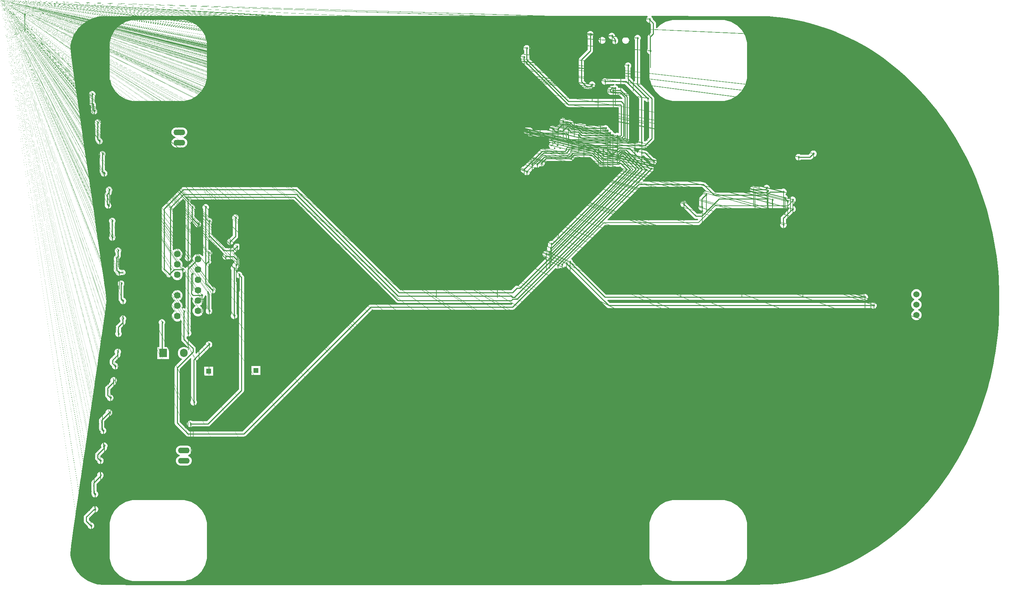
<source format=gbr>
%TF.GenerationSoftware,Flux,Pcbnew,7.0.11-7.0.11~ubuntu20.04.1*%
%TF.CreationDate,2024-08-17T09:59:33+00:00*%
%TF.ProjectId,input,696e7075-742e-46b6-9963-61645f706362,rev?*%
%TF.SameCoordinates,Original*%
%TF.FileFunction,Copper,L2,Bot*%
%TF.FilePolarity,Positive*%
%FSLAX46Y46*%
G04 Gerber Fmt 4.6, Leading zero omitted, Abs format (unit mm)*
G04 Filename: pcbrobot*
G04 Build it with Flux! Visit our site at: https://www.flux.ai (PCBNEW 7.0.11-7.0.11~ubuntu20.04.1) date 2024-08-17 09:59:33*
%MOMM*%
%LPD*%
G01*
G04 APERTURE LIST*
G04 Aperture macros list*
%AMFreePoly0*
4,1,5,0.600000,-0.600000,-0.600000,-0.600000,-0.600000,0.600000,0.600000,0.600000,0.600000,-0.600000,0.600000,-0.600000,$1*%
%AMFreePoly1*
4,1,5,0.810000,-0.810000,-0.810000,-0.810000,-0.810000,0.810000,0.810000,0.810000,0.810000,-0.810000,0.810000,-0.810000,$1*%
%AMFreePoly2*
4,1,5,0.952500,-1.000000,-0.952500,-1.000000,-0.952500,1.000000,0.952500,1.000000,0.952500,-1.000000,0.952500,-1.000000,$1*%
%AMFreePoly3*
4,1,129,0.022069,0.299187,0.036723,0.297744,0.051289,0.295583,0.065730,0.292711,0.080014,0.289133,0.094105,0.284858,0.107969,0.279898,0.121572,0.274263,0.134883,0.267967,0.147869,0.261026,0.160499,0.253456,0.172742,0.245275,0.184569,0.236504,0.195952,0.227163,0.206862,0.217274,0.217274,0.206862,0.227163,0.195952,0.236504,0.184569,0.245275,0.172742,0.253456,0.160499,
0.261026,0.147869,0.267967,0.134883,0.274263,0.121572,0.279898,0.107969,0.284858,0.094105,0.289133,0.080014,0.292711,0.065730,0.295583,0.051289,0.297744,0.036723,0.299187,0.022069,0.299910,0.007362,0.299910,-0.007362,0.299187,-0.022069,0.297744,-0.036723,0.295583,-0.051289,0.292711,-0.065730,0.289133,-0.080014,0.284858,-0.094105,0.279898,-0.107969,0.274263,-0.121572,
0.267967,-0.134883,0.261026,-0.147869,0.253456,-0.160499,0.245275,-0.172742,0.236504,-0.184569,0.227163,-0.195952,0.217274,-0.206862,0.206862,-0.217274,0.195952,-0.227163,0.184569,-0.236504,0.172742,-0.245275,0.160499,-0.253456,0.147869,-0.261026,0.134883,-0.267967,0.121572,-0.274263,0.107969,-0.279898,0.094105,-0.284858,0.080014,-0.289133,0.065730,-0.292711,0.051289,-0.295583,
0.036723,-0.297744,0.022069,-0.299187,0.007362,-0.299910,-0.007362,-0.299910,-0.022069,-0.299187,-0.036723,-0.297744,-0.051289,-0.295583,-0.065730,-0.292711,-0.080014,-0.289133,-0.094105,-0.284858,-0.107969,-0.279898,-0.121572,-0.274263,-0.134883,-0.267967,-0.147869,-0.261026,-0.160499,-0.253456,-0.172742,-0.245275,-0.184569,-0.236504,-0.195952,-0.227163,-0.206862,-0.217274,-0.217274,-0.206862,
-0.227163,-0.195952,-0.236504,-0.184569,-0.245275,-0.172742,-0.253456,-0.160499,-0.261026,-0.147869,-0.267967,-0.134883,-0.274263,-0.121572,-0.279898,-0.107969,-0.284858,-0.094105,-0.289133,-0.080014,-0.292711,-0.065730,-0.295583,-0.051289,-0.297744,-0.036723,-0.299187,-0.022069,-0.299910,-0.007362,-0.299910,0.007362,-0.299187,0.022069,-0.297744,0.036723,-0.295583,0.051289,-0.292711,0.065730,
-0.289133,0.080014,-0.284858,0.094105,-0.279898,0.107969,-0.274263,0.121572,-0.267967,0.134883,-0.261026,0.147869,-0.253456,0.160499,-0.245275,0.172742,-0.236504,0.184569,-0.227163,0.195952,-0.217274,0.206862,-0.206862,0.217274,-0.195952,0.227163,-0.184569,0.236504,-0.172742,0.245275,-0.160499,0.253456,-0.147869,0.261026,-0.134883,0.267967,-0.121572,0.274263,-0.107969,0.279898,
-0.094105,0.284858,-0.080014,0.289133,-0.065730,0.292711,-0.051289,0.295583,-0.036723,0.297744,-0.022069,0.299187,-0.007362,0.299910,0.007362,0.299910,0.022069,0.299187,0.022069,0.299187,$1*%
G04 Aperture macros list end*
%TA.AperFunction,ComponentPad*%
%ADD10FreePoly0,0.000000*%
%TD*%
%TA.AperFunction,ComponentPad*%
%ADD11C,1.200000*%
%TD*%
%TA.AperFunction,ComponentPad*%
%ADD12C,1.620000*%
%TD*%
%TA.AperFunction,ComponentPad*%
%ADD13FreePoly1,180.000000*%
%TD*%
%TA.AperFunction,ComponentPad*%
%ADD14O,2.844800X1.422400*%
%TD*%
%TA.AperFunction,ComponentPad*%
%ADD15C,1.530000*%
%TD*%
%TA.AperFunction,ComponentPad*%
%ADD16C,0.400000*%
%TD*%
%TA.AperFunction,ComponentPad*%
%ADD17O,1.905000X2.000000*%
%TD*%
%TA.AperFunction,ComponentPad*%
%ADD18FreePoly2,0.000000*%
%TD*%
%TA.AperFunction,ComponentPad*%
%ADD19O,1.050000X2.100000*%
%TD*%
%TA.AperFunction,ComponentPad*%
%ADD20FreePoly3,0.000000*%
%TD*%
%TA.AperFunction,Conductor*%
%ADD21C,0.254000*%
%TD*%
%TA.AperFunction,Conductor*%
%ADD22C,0.150000*%
%TD*%
G04 APERTURE END LIST*
D10*
%TO.P,,11dd451d-b724-434b-ae7b-606707503aae__069e37d8-aeec-4689-b924-a539c6a0826c*%
%TO.N,N/C*%
X45231600Y-87592100D03*
D11*
%TO.P,,11dd451d-b724-434b-ae7b-606707503aae__c7aa87eb-2d7b-4b05-9499-11955025c951*%
X50231600Y-87592100D03*
D12*
%TO.P,,3d4fb439-9a18-4c60-baa4-a70e2f1d5308__0041bf39-893d-403b-bf32-5d748c988afa*%
X42598647Y-57528200D03*
%TO.P,,3d4fb439-9a18-4c60-baa4-a70e2f1d5308__31e907fe-b799-443e-a9e1-12bec736ea5f*%
X42598634Y-62608200D03*
D13*
%TO.P,,3d4fb439-9a18-4c60-baa4-a70e2f1d5308__3d236b8d-7dc2-4f27-9f6a-d5ac129cbeee*%
X42598600Y-75308200D03*
D12*
%TO.P,,3d4fb439-9a18-4c60-baa4-a70e2f1d5308__3e2ce5b4-0b03-4a38-abb4-546880fbbcb0*%
X42598607Y-72768200D03*
%TO.P,,3d4fb439-9a18-4c60-baa4-a70e2f1d5308__4d3c38e8-8bf1-4557-837e-e6efb30b13d6*%
X42598620Y-67688200D03*
%TO.P,,3d4fb439-9a18-4c60-baa4-a70e2f1d5308__50f37a7b-065a-4ae4-9a8f-531017cc8614*%
X42598640Y-60068200D03*
%TO.P,,3d4fb439-9a18-4c60-baa4-a70e2f1d5308__7403d676-b909-4059-8d52-5e6c6c17cb13*%
X37518644Y-58798187D03*
%TO.P,,3d4fb439-9a18-4c60-baa4-a70e2f1d5308__9836daf0-5e4d-45c2-b167-878f183ea3d4*%
X37518610Y-71498187D03*
%TO.P,,3d4fb439-9a18-4c60-baa4-a70e2f1d5308__a84dd680-fb21-4979-abb8-4e27cbb38ae9*%
X37518630Y-63878187D03*
%TO.P,,3d4fb439-9a18-4c60-baa4-a70e2f1d5308__ae4a3ac4-5cd6-4d57-83e9-d0a2ef3c5c10*%
X37518624Y-66418187D03*
%TO.P,,3d4fb439-9a18-4c60-baa4-a70e2f1d5308__b65f6948-eab0-4244-a83f-8731517909b9*%
X42598627Y-65148200D03*
%TO.P,,3d4fb439-9a18-4c60-baa4-a70e2f1d5308__cc6eac05-0780-4057-838a-3533a07bd80e*%
X37518637Y-61338187D03*
%TO.P,,3d4fb439-9a18-4c60-baa4-a70e2f1d5308__ebddf6eb-e30f-40ac-a593-5dec744e30d8*%
X37518603Y-74038187D03*
%TO.P,,3d4fb439-9a18-4c60-baa4-a70e2f1d5308__eddd9a3f-838c-4717-beb6-0b8de3e6b6f8*%
X37518617Y-68958187D03*
%TO.P,,3d4fb439-9a18-4c60-baa4-a70e2f1d5308__ef127274-4f96-45d5-a892-edd8f8a8043d*%
X42598613Y-70228200D03*
D14*
%TO.P,,7950b41d-4d9a-49e5-8af3-aa804f3a5f31__0665d034-0e3b-4982-b9f7-27379619e52e*%
X39149995Y-107010400D03*
%TO.P,,7950b41d-4d9a-49e5-8af3-aa804f3a5f31__3851f02c-9e34-4638-9440-794def37075c*%
X39150005Y-109550400D03*
D10*
%TO.P,,81d83770-3d27-43c1-bd38-5f4c3ec441b4__069e37d8-aeec-4689-b924-a539c6a0826c*%
X56799500Y-87361400D03*
D11*
%TO.P,,81d83770-3d27-43c1-bd38-5f4c3ec441b4__c7aa87eb-2d7b-4b05-9499-11955025c951*%
X61799500Y-87361400D03*
D14*
%TO.P,,87cefd8e-180d-49af-bb2f-7a21747308f0__0665d034-0e3b-4982-b9f7-27379619e52e*%
X38044995Y-28865700D03*
%TO.P,,87cefd8e-180d-49af-bb2f-7a21747308f0__3851f02c-9e34-4638-9440-794def37075c*%
X38045005Y-31405700D03*
D15*
%TO.P,,a39e392d-f7a8-413a-9c5a-fae78c7e06d8__29397c00-5b80-4142-8ce1-bf66c46add7f*%
X218969114Y-73732400D03*
%TO.P,,a39e392d-f7a8-413a-9c5a-fae78c7e06d8__7d219b0a-4660-48da-bb7b-171fd9156a97*%
X218969095Y-68652400D03*
%TO.P,,a39e392d-f7a8-413a-9c5a-fae78c7e06d8__b3f09223-462a-4226-a020-811beed3165f*%
X218969086Y-66112400D03*
%TO.P,,a39e392d-f7a8-413a-9c5a-fae78c7e06d8__dfffc97b-e6df-4be9-b882-c0ec7df4936a*%
X218969105Y-71192400D03*
D16*
%TO.P,,b97e5510-c85f-47e8-81e7-1995856569ba__ee3a696f-ef70-402c-ab0c-7137ed4eee28.defaultFootprint.mounts.183bc2e5b0fd3164e75ded3f1243107f*%
X129438099Y-32105604D03*
%TO.P,,b97e5510-c85f-47e8-81e7-1995856569ba__ee3a696f-ef70-402c-ab0c-7137ed4eee28.defaultFootprint.mounts.9dc978c55082aad2fafacdbd9f5f57bc*%
X129438098Y-30705604D03*
%TO.P,,b97e5510-c85f-47e8-81e7-1995856569ba__ee3a696f-ef70-402c-ab0c-7137ed4eee28.defaultFootprint.mounts.a0d68b55a491274f814daab068f0c950*%
X130838099Y-32105603D03*
%TO.P,,b97e5510-c85f-47e8-81e7-1995856569ba__ee3a696f-ef70-402c-ab0c-7137ed4eee28.defaultFootprint.mounts.afcd757d940930679b843bc1e4386240*%
X130838098Y-30705603D03*
%TO.P,,b97e5510-c85f-47e8-81e7-1995856569ba__ee3a696f-ef70-402c-ab0c-7137ed4eee28.defaultFootprint.mounts.4504ff15bdcf4818a54146cc7a8e9a0d*%
X132238099Y-32105601D03*
%TO.P,,b97e5510-c85f-47e8-81e7-1995856569ba__ee3a696f-ef70-402c-ab0c-7137ed4eee28.defaultFootprint.mounts.19f3852e009ba6bfae8a2fce513ef1dd*%
X132238098Y-30705601D03*
%TO.P,,b97e5510-c85f-47e8-81e7-1995856569ba__ee3a696f-ef70-402c-ab0c-7137ed4eee28.defaultFootprint.mounts.6d4d26d8edc27532900a7c937b5e863d*%
X130138100Y-32805603D03*
%TO.P,,b97e5510-c85f-47e8-81e7-1995856569ba__ee3a696f-ef70-402c-ab0c-7137ed4eee28.defaultFootprint.mounts.f2ecf32f083cf9b5783a264d7a48b752*%
X130138098Y-31405603D03*
%TO.P,,b97e5510-c85f-47e8-81e7-1995856569ba__ee3a696f-ef70-402c-ab0c-7137ed4eee28.defaultFootprint.mounts.cf10f8cc0c36fe03b55323802961a88d*%
X130138097Y-30005603D03*
%TO.P,,b97e5510-c85f-47e8-81e7-1995856569ba__ee3a696f-ef70-402c-ab0c-7137ed4eee28.defaultFootprint.mounts.52e844226e796b1c42a9f7f1323ab2f7*%
X131538100Y-32805602D03*
%TO.P,,b97e5510-c85f-47e8-81e7-1995856569ba__ee3a696f-ef70-402c-ab0c-7137ed4eee28.defaultFootprint.mounts.a17b4eabb5e4ad17dbcba1ef557d9230*%
X131538097Y-30005602D03*
%TO.P,,b97e5510-c85f-47e8-81e7-1995856569ba__ee3a696f-ef70-402c-ab0c-7137ed4eee28.defaultFootprint.mounts.fab9ee6953aa1da2d8a8f965443f1f1b*%
X131538098Y-31405602D03*
D17*
%TO.P,,c3ee3767-9d8e-4543-943a-458ba69a5502__45b10458-e8f4-d6e5-f2f4-e885c335e724*%
X39150000Y-83100500D03*
D18*
%TO.P,,c3ee3767-9d8e-4543-943a-458ba69a5502__6744baca-ddb7-041c-8c73-0da7962a508c*%
X34070000Y-83100500D03*
D17*
%TO.P,,c3ee3767-9d8e-4543-943a-458ba69a5502__f760a348-f9f5-4ab2-96f8-a5d14b52e4af*%
X36610000Y-83100500D03*
D19*
%TO.P,,f6a0527c-b1f4-4070-994c-29a0c8339ca9__2326611f-98f6-a130-ac94-da96fde3ec8f*%
X140402489Y-6789889D03*
%TO.P,,f6a0527c-b1f4-4070-994c-29a0c8339ca9__9415c64b-4f59-a6d9-e7ea-dc5b1de656fb*%
X149042489Y-6789911D03*
%TO.P,,f6a0527c-b1f4-4070-994c-29a0c8339ca9__9b3c6dc7-8e8d-43a0-5d61-3a6777006a6c*%
X149042500Y-2609911D03*
%TO.P,,f6a0527c-b1f4-4070-994c-29a0c8339ca9__e8284091-fcc7-bc14-948c-a2f31e589c00*%
X140402500Y-2609889D03*
D20*
%TO.P,,21097a8c-3322-4314-b54c-ea65b3d3f560*%
%TO.N,Net 22*%
X144193100Y-5202600D03*
%TO.P,,8e07144a-59e2-406a-8c70-4a1831f4b334*%
X144972500Y-6417700D03*
%TO.P,,d7276a7d-1756-4d4e-b1db-77ad6119a7af*%
X144472500Y-18565000D03*
%TO.P,,d90e4ff0-f81e-4c9b-8678-edc017b0cbac*%
X123318100Y-28460600D03*
%TO.P,,271c4f62-d9a9-413c-b752-481002143b35*%
%TO.N,Net 48*%
X145485200Y-29779600D03*
%TO.P,,34bdaef2-84ac-4a3e-99ab-2b194075fe7e*%
X145485200Y-32479000D03*
%TO.P,,a09bfb10-d491-4fce-b151-91fce2e9bd3b*%
X122649200Y-10379900D03*
%TO.P,,e3906037-e450-4234-872c-996dbb8adb8a*%
X122632600Y-38037400D03*
%TO.P,,03a24066-cccd-4dbb-bffc-18b401dcf03b*%
%TO.N,GND*%
X19778700Y-82813000D03*
%TO.P,,03e531b0-d921-4b37-9cc1-aa8f5a849cd3*%
X13690500Y-10168100D03*
%TO.P,,0695d9b0-18d0-4e45-bc03-c39b005aaa71*%
X15332800Y-27874600D03*
%TO.P,,0774190a-54e5-4804-b208-cc1677017957*%
X20283900Y-54503700D03*
%TO.P,,0848497c-6746-4469-865b-efc70120aea0*%
X21272500Y-66774800D03*
%TO.P,,13773a89-e242-4362-8293-240314f29325*%
X17660100Y-43570700D03*
%TO.P,,16780fe7-a314-4ae0-a5a6-246cef701337*%
X148522300Y-19598200D03*
%TO.P,,1a8096bf-b77c-41f8-a21d-c015ba8bfd9c*%
X21109900Y-74866200D03*
%TO.P,,1b99add2-fc13-4789-9da4-95c3b3129560*%
X15752600Y-23926600D03*
%TO.P,,1e6a102d-1c0c-4fd7-9e37-abd06eb5c44e*%
X17989400Y-38533700D03*
%TO.P,,1f2f9fc5-85da-4694-a75e-00580fd3385a*%
X23085200Y-71286300D03*
%TO.P,,1f3e4a2b-b09f-4ce4-b9ab-6be1233666ab*%
X18891300Y-46400800D03*
%TO.P,,21f66e6b-b524-421c-84f7-78e77f0bae56*%
X51455000Y-9103400D03*
%TO.P,,24ef2ddd-3a3f-4b6a-9109-34fb0351bfed*%
X14635800Y-15970700D03*
%TO.P,,28ec12f4-0189-469b-8307-8e7f10284c53*%
X16341100Y-106461000D03*
%TO.P,,2a419ae4-0599-4b01-963e-8f823185ec1d*%
X14731200Y-125709500D03*
%TO.P,,41a450a1-5498-4a00-a8dd-64a94375edc1*%
X14049300Y-121995200D03*
%TO.P,,4d8e6ef1-5df1-45cb-8a5e-ffa871f3277f*%
X13952700Y-19651000D03*
%TO.P,,52df29db-ee6f-4685-8440-5923294b0989*%
X14731200Y-125709500D03*
%TO.P,,5536126f-5bd6-42a8-9f19-43f14ef3df4e*%
X17199000Y-98575800D03*
%TO.P,,56538a78-5fa6-4a30-a2ff-30315644d31a*%
X34920700Y-71608900D03*
%TO.P,,68b776c2-5455-49a7-b716-1c3dda6a66e7*%
X18924600Y-51006500D03*
%TO.P,,6cd1ab35-6b48-4dc2-8b8f-b3eb4cceda72*%
X21482600Y-62289000D03*
%TO.P,,719a1e13-ba7c-4a1c-a2ea-96eb97baf99e*%
X49747200Y-21443400D03*
%TO.P,,72933a7c-8a0a-4892-a446-4305541c8ca6*%
X14896100Y-7374900D03*
%TO.P,,7b1e5c3c-7ea0-49ae-9b50-db0efb30a01c*%
X17071400Y-110975200D03*
%TO.P,,7df85593-2522-412f-8855-4686833657e0*%
X141311000Y-4877000D03*
%TO.P,,7e2598a1-58ca-43d0-891d-baa4dc4e1062*%
X149828400Y-31405600D03*
%TO.P,,7e281cce-3c0f-4f33-93a6-cde97d56b76b*%
X0Y0D03*
%TO.P,,8070cdf5-0c82-4764-9b77-fe112907612d*%
X55321100Y-62608200D03*
%TO.P,,84c8e793-c42a-4680-84d8-f1c4f55de0eb*%
X21606500Y-78479500D03*
%TO.P,,856e98b3-9837-4d4f-bb9e-10c5fa8817d9*%
X188000300Y-44014600D03*
%TO.P,,89a3f466-81e0-453e-a843-f9f8d2430899*%
X16783800Y-31463100D03*
%TO.P,,8dad2146-9ab2-4df1-9beb-3475a91a67ed*%
X19097900Y-97982400D03*
%TO.P,,90f2b947-0c0d-427b-a653-3e90ef86496f*%
X135986500Y-1148100D03*
%TO.P,,94a04457-0bee-4a4e-a47a-cc86f147c795*%
X190304400Y-41328400D03*
%TO.P,,9a3481c6-3558-4c16-90b0-5e2d8a53544b*%
X18385800Y-102455700D03*
%TO.P,,b2f68bc6-ebc1-47c1-97d7-6b5ca2735888*%
X15901800Y-117663800D03*
%TO.P,,b6a221ed-5c26-4281-8dac-1fbbf5dc0141*%
X20283900Y-57958200D03*
%TO.P,,b7425fac-1456-4cea-b354-e53cecaff7b6*%
X13585300Y-129172100D03*
%TO.P,,bc641573-167b-4bd3-9ebe-e6fc5c324d00*%
X134296200Y-31405600D03*
%TO.P,,d7fd46c1-9247-42ba-900c-87abd7d93b3e*%
X16537000Y-35589900D03*
%TO.P,,e74acd86-69de-4aa5-a0ae-b63017a1a0bc*%
X52811400Y-53755400D03*
%TO.P,,ea9eb722-2d2c-46c5-8268-e109cb1c6279*%
X18741800Y-90726800D03*
%TO.P,,f11cd5a0-b3f9-4682-a3df-2ddbd25ddab1*%
X20640700Y-86734200D03*
%TO.P,,fcf0a238-e9c7-4144-8a94-07b125d66294*%
X15195200Y-114079500D03*
%TO.P,,09d41dc0-b1be-431f-86ca-87c4d5b4795b.via9.12*%
X191032200Y-5384000D03*
%TO.P,,09d41dc0-b1be-431f-86ca-87c4d5b4795b.via9.8*%
X131032200Y-5384000D03*
%TO.P,,09d41dc0-b1be-431f-86ca-87c4d5b4795b.via9.7*%
X116032200Y-5384000D03*
%TO.P,,09d41dc0-b1be-431f-86ca-87c4d5b4795b.via9.6*%
X101032200Y-5384000D03*
%TO.P,,09d41dc0-b1be-431f-86ca-87c4d5b4795b.via9.5*%
X86032200Y-5384000D03*
%TO.P,,09d41dc0-b1be-431f-86ca-87c4d5b4795b.via9.4*%
X71032200Y-5384000D03*
%TO.P,,09d41dc0-b1be-431f-86ca-87c4d5b4795b.via8.13*%
X206032200Y-20384000D03*
%TO.P,,09d41dc0-b1be-431f-86ca-87c4d5b4795b.via8.12*%
X191032200Y-20384000D03*
%TO.P,,09d41dc0-b1be-431f-86ca-87c4d5b4795b.via8.11*%
X176032200Y-20384000D03*
%TO.P,,09d41dc0-b1be-431f-86ca-87c4d5b4795b.via8.7*%
X116032200Y-20384000D03*
%TO.P,,09d41dc0-b1be-431f-86ca-87c4d5b4795b.via8.6*%
X101032200Y-20384000D03*
%TO.P,,09d41dc0-b1be-431f-86ca-87c4d5b4795b.via8.5*%
X86032200Y-20384000D03*
%TO.P,,09d41dc0-b1be-431f-86ca-87c4d5b4795b.via8.4*%
X71032200Y-20384000D03*
%TO.P,,09d41dc0-b1be-431f-86ca-87c4d5b4795b.via8.3*%
X56032200Y-20384000D03*
%TO.P,,09d41dc0-b1be-431f-86ca-87c4d5b4795b.via7.14*%
X221032200Y-35384000D03*
%TO.P,,09d41dc0-b1be-431f-86ca-87c4d5b4795b.via7.13*%
X206032200Y-35384000D03*
%TO.P,,09d41dc0-b1be-431f-86ca-87c4d5b4795b.via7.10*%
X161032200Y-35384000D03*
%TO.P,,09d41dc0-b1be-431f-86ca-87c4d5b4795b.via7.7*%
X116032200Y-35384000D03*
%TO.P,,09d41dc0-b1be-431f-86ca-87c4d5b4795b.via7.6*%
X101032200Y-35384000D03*
%TO.P,,09d41dc0-b1be-431f-86ca-87c4d5b4795b.via7.5*%
X86032200Y-35384000D03*
%TO.P,,09d41dc0-b1be-431f-86ca-87c4d5b4795b.via7.4*%
X71032200Y-35384000D03*
%TO.P,,09d41dc0-b1be-431f-86ca-87c4d5b4795b.via7.3*%
X56032200Y-35384000D03*
%TO.P,,09d41dc0-b1be-431f-86ca-87c4d5b4795b.via7.2*%
X41032200Y-35384000D03*
%TO.P,,09d41dc0-b1be-431f-86ca-87c4d5b4795b.via7.1*%
X26032200Y-35384000D03*
%TO.P,,09d41dc0-b1be-431f-86ca-87c4d5b4795b.via6.15*%
X236032200Y-50384000D03*
%TO.P,,09d41dc0-b1be-431f-86ca-87c4d5b4795b.via6.14*%
X221032200Y-50384000D03*
%TO.P,,09d41dc0-b1be-431f-86ca-87c4d5b4795b.via6.13*%
X206032200Y-50384000D03*
%TO.P,,09d41dc0-b1be-431f-86ca-87c4d5b4795b.via6.12*%
X191032200Y-50384000D03*
%TO.P,,09d41dc0-b1be-431f-86ca-87c4d5b4795b.via6.11*%
X176032200Y-50384000D03*
%TO.P,,09d41dc0-b1be-431f-86ca-87c4d5b4795b.via6.8*%
X131032200Y-50384000D03*
%TO.P,,09d41dc0-b1be-431f-86ca-87c4d5b4795b.via6.7*%
X116032200Y-50384000D03*
%TO.P,,09d41dc0-b1be-431f-86ca-87c4d5b4795b.via6.5*%
X86032200Y-50384000D03*
%TO.P,,09d41dc0-b1be-431f-86ca-87c4d5b4795b.via6.3*%
X56032200Y-50384000D03*
%TO.P,,09d41dc0-b1be-431f-86ca-87c4d5b4795b.via6.1*%
X26032200Y-50384000D03*
%TO.P,,09d41dc0-b1be-431f-86ca-87c4d5b4795b.via5.15*%
X236032200Y-65384000D03*
%TO.P,,09d41dc0-b1be-431f-86ca-87c4d5b4795b.via5.14*%
X221032200Y-65384000D03*
%TO.P,,09d41dc0-b1be-431f-86ca-87c4d5b4795b.via5.13*%
X206032200Y-65384000D03*
%TO.P,,09d41dc0-b1be-431f-86ca-87c4d5b4795b.via5.12*%
X191032200Y-65384000D03*
%TO.P,,09d41dc0-b1be-431f-86ca-87c4d5b4795b.via5.11*%
X176032200Y-65384000D03*
%TO.P,,09d41dc0-b1be-431f-86ca-87c4d5b4795b.via5.10*%
X161032200Y-65384000D03*
%TO.P,,09d41dc0-b1be-431f-86ca-87c4d5b4795b.via5.7*%
X116032200Y-65384000D03*
%TO.P,,09d41dc0-b1be-431f-86ca-87c4d5b4795b.via5.6*%
X101032200Y-65384000D03*
%TO.P,,09d41dc0-b1be-431f-86ca-87c4d5b4795b.via5.4*%
X71032200Y-65384000D03*
%TO.P,,09d41dc0-b1be-431f-86ca-87c4d5b4795b.via5.3*%
X56032200Y-65384000D03*
%TO.P,,09d41dc0-b1be-431f-86ca-87c4d5b4795b.via5.1*%
X26032200Y-65384000D03*
%TO.P,,09d41dc0-b1be-431f-86ca-87c4d5b4795b.via4.15*%
X236032200Y-80384000D03*
%TO.P,,09d41dc0-b1be-431f-86ca-87c4d5b4795b.via4.14*%
X221032200Y-80384000D03*
%TO.P,,09d41dc0-b1be-431f-86ca-87c4d5b4795b.via4.13*%
X206032200Y-80384000D03*
%TO.P,,09d41dc0-b1be-431f-86ca-87c4d5b4795b.via4.12*%
X191032200Y-80384000D03*
%TO.P,,09d41dc0-b1be-431f-86ca-87c4d5b4795b.via4.11*%
X176032200Y-80384000D03*
%TO.P,,09d41dc0-b1be-431f-86ca-87c4d5b4795b.via4.10*%
X161032200Y-80384000D03*
%TO.P,,09d41dc0-b1be-431f-86ca-87c4d5b4795b.via4.9*%
X146032200Y-80384000D03*
%TO.P,,09d41dc0-b1be-431f-86ca-87c4d5b4795b.via4.8*%
X131032200Y-80384000D03*
%TO.P,,09d41dc0-b1be-431f-86ca-87c4d5b4795b.via4.7*%
X116032200Y-80384000D03*
%TO.P,,09d41dc0-b1be-431f-86ca-87c4d5b4795b.via4.6*%
X101032200Y-80384000D03*
%TO.P,,09d41dc0-b1be-431f-86ca-87c4d5b4795b.via4.5*%
X86032200Y-80384000D03*
%TO.P,,09d41dc0-b1be-431f-86ca-87c4d5b4795b.via4.4*%
X71032200Y-80384000D03*
%TO.P,,09d41dc0-b1be-431f-86ca-87c4d5b4795b.via4.3*%
X56032200Y-80384000D03*
%TO.P,,09d41dc0-b1be-431f-86ca-87c4d5b4795b.via4.1*%
X26032200Y-80384000D03*
%TO.P,,09d41dc0-b1be-431f-86ca-87c4d5b4795b.via3.14*%
X221032200Y-95384000D03*
%TO.P,,09d41dc0-b1be-431f-86ca-87c4d5b4795b.via3.13*%
X206032200Y-95384000D03*
%TO.P,,09d41dc0-b1be-431f-86ca-87c4d5b4795b.via3.12*%
X191032200Y-95384000D03*
%TO.P,,09d41dc0-b1be-431f-86ca-87c4d5b4795b.via3.11*%
X176032200Y-95384000D03*
%TO.P,,09d41dc0-b1be-431f-86ca-87c4d5b4795b.via3.10*%
X161032200Y-95384000D03*
%TO.P,,09d41dc0-b1be-431f-86ca-87c4d5b4795b.via3.9*%
X146032200Y-95384000D03*
%TO.P,,09d41dc0-b1be-431f-86ca-87c4d5b4795b.via3.8*%
X131032200Y-95384000D03*
%TO.P,,09d41dc0-b1be-431f-86ca-87c4d5b4795b.via3.7*%
X116032200Y-95384000D03*
%TO.P,,09d41dc0-b1be-431f-86ca-87c4d5b4795b.via3.6*%
X101032200Y-95384000D03*
%TO.P,,09d41dc0-b1be-431f-86ca-87c4d5b4795b.via3.5*%
X86032200Y-95384000D03*
%TO.P,,09d41dc0-b1be-431f-86ca-87c4d5b4795b.via3.4*%
X71032200Y-95384000D03*
%TO.P,,09d41dc0-b1be-431f-86ca-87c4d5b4795b.via3.1*%
X26032200Y-95384000D03*
%TO.P,,09d41dc0-b1be-431f-86ca-87c4d5b4795b.via2.14*%
X221032200Y-110384000D03*
%TO.P,,09d41dc0-b1be-431f-86ca-87c4d5b4795b.via2.13*%
X206032200Y-110384000D03*
%TO.P,,09d41dc0-b1be-431f-86ca-87c4d5b4795b.via2.12*%
X191032200Y-110384000D03*
%TO.P,,09d41dc0-b1be-431f-86ca-87c4d5b4795b.via2.11*%
X176032200Y-110384000D03*
%TO.P,,09d41dc0-b1be-431f-86ca-87c4d5b4795b.via2.10*%
X161032200Y-110384000D03*
%TO.P,,09d41dc0-b1be-431f-86ca-87c4d5b4795b.via2.9*%
X146032200Y-110384000D03*
%TO.P,,09d41dc0-b1be-431f-86ca-87c4d5b4795b.via2.8*%
X131032200Y-110384000D03*
%TO.P,,09d41dc0-b1be-431f-86ca-87c4d5b4795b.via2.7*%
X116032200Y-110384000D03*
%TO.P,,09d41dc0-b1be-431f-86ca-87c4d5b4795b.via2.6*%
X101032200Y-110384000D03*
%TO.P,,09d41dc0-b1be-431f-86ca-87c4d5b4795b.via2.5*%
X86032200Y-110384000D03*
%TO.P,,09d41dc0-b1be-431f-86ca-87c4d5b4795b.via2.4*%
X71032200Y-110384000D03*
%TO.P,,09d41dc0-b1be-431f-86ca-87c4d5b4795b.via2.3*%
X56032200Y-110384000D03*
%TO.P,,09d41dc0-b1be-431f-86ca-87c4d5b4795b.via2.1*%
X26032200Y-110384000D03*
%TO.P,,09d41dc0-b1be-431f-86ca-87c4d5b4795b.via1.13*%
X206032200Y-125384000D03*
%TO.P,,09d41dc0-b1be-431f-86ca-87c4d5b4795b.via1.12*%
X191032200Y-125384000D03*
%TO.P,,09d41dc0-b1be-431f-86ca-87c4d5b4795b.via1.9*%
X146032200Y-125384000D03*
%TO.P,,09d41dc0-b1be-431f-86ca-87c4d5b4795b.via1.8*%
X131032200Y-125384000D03*
%TO.P,,09d41dc0-b1be-431f-86ca-87c4d5b4795b.via1.7*%
X116032200Y-125384000D03*
%TO.P,,09d41dc0-b1be-431f-86ca-87c4d5b4795b.via1.6*%
X101032200Y-125384000D03*
%TO.P,,09d41dc0-b1be-431f-86ca-87c4d5b4795b.via1.5*%
X86032200Y-125384000D03*
%TO.P,,09d41dc0-b1be-431f-86ca-87c4d5b4795b.via1.4*%
X71032200Y-125384000D03*
%TO.P,,09d41dc0-b1be-431f-86ca-87c4d5b4795b.via1.3*%
X56032200Y-125384000D03*
%TO.P,,20f87be1-8c61-4278-bab1-5a61edf1fdd6*%
%TO.N,Net 58*%
X42598600Y-51399400D03*
%TO.P,,3bd76e90-7534-4afa-a1f0-8a6bd6c29d8c*%
X52178500Y-56984800D03*
%TO.P,,7fe7e173-9363-4f7e-9c6d-463063b9bd67*%
X51485400Y-62289000D03*
%TO.P,,89248ac3-be8f-4adb-8e31-42deb6cfe981*%
X45320700Y-50702800D03*
%TO.P,,8c265a2e-0df4-4ea9-b771-8eda125567e2*%
X41166400Y-47280300D03*
%TO.P,,af1009ec-08d8-4ec2-a43d-9eb13cc4e179*%
X51485400Y-73949800D03*
%TO.P,,5a2d5977-b787-4b00-bc1e-202f1bf1a56c*%
%TO.N,Net 20*%
X123318100Y-8237200D03*
%TO.P,,b1fa56cb-1ccb-46fe-b3c7-e3dc8f481317*%
X136018100Y-29570600D03*
%TO.P,,1c08cc83-3d4f-4c35-b67a-8df6bd3c7949*%
%TO.N,Net 69*%
X179269800Y-43705400D03*
%TO.P,,ae6583b5-9f59-4a10-bdde-d14dc6de6198*%
X182471800Y-43257700D03*
%TO.P,,1526e518-6d58-4f73-af20-a9da6e3b2d3e*%
%TO.N,Net 23*%
X130938100Y-28125100D03*
%TO.P,,1981401f-2a07-41ac-a918-d9b6277c5783*%
X142009300Y-33222400D03*
%TO.P,,6e46ce3f-cd0a-4251-b1d8-5930d6a8e4f6*%
X143099600Y-28455800D03*
%TO.P,,ae86df2a-7b90-4759-8911-7eaa8b2fd739*%
X35822800Y-62467600D03*
%TO.P,,0a8e1b84-dac7-41ad-a163-66e78aab6c3f*%
%TO.N,Net 59*%
X44501000Y-47280300D03*
%TO.P,,65338fcd-714e-4495-a50e-5ddd106d1a0c*%
X46199300Y-67637600D03*
%TO.P,,f4a19565-82ea-45c2-ad5f-6e1366eda729*%
%TO.N,Net 49*%
X186611900Y-45049500D03*
%TO.P,,f9621b41-0232-4049-97d5-fa4472782f8b*%
X187324100Y-45927900D03*
%TO.P,,0353831f-53bd-483d-9fc7-5e2adcd1d2e7*%
%TO.N,Net 1*%
X22313500Y-86327300D03*
%TO.P,,09855cc5-b385-4532-b6d1-b2a0eebd562b*%
X22986800Y-57958200D03*
%TO.P,,0c9edfba-443d-4cbf-8c7c-db0828509ff6*%
X154443500Y-36005600D03*
%TO.P,,0f125b12-a477-4c5a-bd27-c650c9e3f13b*%
X138923900Y-4767900D03*
%TO.P,,18b6fb24-8d2c-4eaa-9897-9315de20b38b*%
X17133400Y-23667100D03*
%TO.P,,19e34c1c-2cdb-46f5-9ca3-934897c9ae15*%
X21572600Y-50650600D03*
%TO.P,,30f5a4e6-5462-4ce2-a9da-8c73c2b237d1*%
X21572600Y-54719400D03*
%TO.P,,31cdcfbf-9c69-4631-aed7-53b2b292018c*%
X18014600Y-26474000D03*
%TO.P,,361278ad-d36e-487f-a57a-e9af41438982*%
X17317200Y-121463800D03*
%TO.P,,39c2df4b-0fcb-4e96-a11a-27c3a5c78b1b*%
X18646100Y-113105900D03*
%TO.P,,47ae4275-7334-4780-a281-e789cd678624*%
X19314700Y-102193000D03*
%TO.P,,5612c19b-73c0-4e3d-9132-fbd36d70b655*%
X151487000Y-33866400D03*
%TO.P,,568b14f9-141e-424f-98ef-8638a34d1538*%
X151487000Y-31405400D03*
%TO.P,,699420ee-6528-450b-80ce-e0b9891247b9*%
X151487000Y-33866400D03*
%TO.P,,6bc14e84-bfff-4297-b599-6b3e203c13c1*%
X16643800Y-19541900D03*
%TO.P,,74bd0c1b-05bd-43cc-8832-30f2b356582a*%
X19140600Y-34241800D03*
%TO.P,,774db1a2-e602-4e12-b48a-2d033318c3c9*%
X22920200Y-82812900D03*
%TO.P,,77e49d28-a2e1-48cc-9f0d-9ffdc2c011f6*%
X23085200Y-78373800D03*
%TO.P,,7f1b3490-72a3-41d2-8813-df2085377df0*%
X24192500Y-74631800D03*
%TO.P,,8a670d45-9b19-49bc-ae39-9c5178cc38f9*%
X20792400Y-43005000D03*
%TO.P,,997eaeff-a98c-4407-a520-64b50ab253de*%
X142477100Y-16380100D03*
%TO.P,,9e5523d6-0325-4852-b9ac-8456d9243509*%
X21900700Y-89821000D03*
%TO.P,,a129fdb2-8be6-460a-8dd0-0a16e87bf1b3*%
X24192500Y-70297100D03*
%TO.P,,a13925a8-3aef-46f4-a3c0-b0082aa2a16b*%
X23212600Y-63296400D03*
%TO.P,,a5a70ac1-a477-441a-9940-6248a4277d04*%
X18646000Y-109550500D03*
%TO.P,,a8582d9b-f0c2-42ef-bf48-76f32fb4208c*%
X17317200Y-117766100D03*
%TO.P,,bbfdcba2-84b0-4537-a810-8a0b2870f5d7*%
X23728600Y-66063500D03*
%TO.P,,c0fe2b02-9ac1-46ec-801e-4cf5ba416742*%
X19608900Y-105871800D03*
%TO.P,,c8f86e83-b9a9-4a37-b17f-84ef2988baed*%
X19564900Y-38957900D03*
%TO.P,,d033b0c1-c2ef-4f03-9a64-afeab4b7ae8a*%
X20575400Y-46823600D03*
%TO.P,,d3c0c5fa-5510-4d3a-95b9-d9a38123a67e*%
X21071100Y-94095700D03*
%TO.P,,da018cf8-4b43-4ee6-be5d-6b8564e33bbe*%
X20754800Y-97712800D03*
%TO.P,,e8e01376-498c-4da2-823e-3908b996eb5e*%
X18433100Y-31026900D03*
%TO.P,,f0154003-90e8-499e-b13f-7988aa7e59c0*%
X16358200Y-125536900D03*
%TO.P,,f9e9638f-9429-4d3a-b634-b1f917d76675*%
X139333200Y-17155100D03*
%TO.P,,f2443844-fa32-4acb-9dd2-595047174adb*%
%TO.N,Net 61*%
X52684900Y-63878200D03*
%TO.P,,ff6a7355-2e08-476c-af07-2882d33de4a7*%
X40740000Y-100498900D03*
%TO.P,,7dc45cd7-dc2f-4d63-9d46-81e4fcd4bca5*%
%TO.N,Net 31*%
X129326400Y-56347400D03*
%TO.P,,801728ab-a03f-42bc-bf74-885e3b4d46ca*%
X206297500Y-69370900D03*
%TO.P,,a26ab468-f030-4fd6-8458-e3d06bd16cdd*%
X133841100Y-60729200D03*
%TO.P,,d1146a70-2ed7-46df-a504-3e7ed7ae9331*%
X126926200Y-36430100D03*
%TO.P,,09eb3c0c-04c9-4702-8627-bc6f5c6865eb*%
%TO.N,Net 71*%
X188568000Y-45436100D03*
%TO.P,,2a0361f3-67e2-44fd-8e2e-badbe44db086*%
X128882100Y-58249600D03*
%TO.P,,d6db421d-647c-4eaa-813a-d6376d17e391*%
X123318100Y-38620600D03*
%TO.P,,da0f86d5-1153-4ff5-8afb-8aeeff7c40b2*%
X131945400Y-61405800D03*
%TO.P,,094ddf50-4d10-46fd-a572-d24321fada22*%
%TO.N,Net 46*%
X124588100Y-36741300D03*
%TO.P,,41644a86-e588-4d6a-a38d-0414def4c5b4*%
X128001300Y-58768300D03*
%TO.P,,478fc4b0-85f5-491d-b5b1-68b92132ab6d*%
X186324100Y-43486100D03*
%TO.P,,f07b94a3-1f3e-4f63-af39-d65b15b036c2*%
X130938100Y-61573400D03*
%TO.P,,275be19f-0a61-4058-8e8f-4d2fa7404802*%
%TO.N,Net 38*%
X133478100Y-28125100D03*
%TO.P,,4ec22908-51a7-4755-b958-ef9065a8e7a3*%
X144386100Y-33222400D03*
%TO.P,,9aeb99ec-da9a-46d7-a680-84da196744d1*%
X144386100Y-29677900D03*
%TO.P,,c135dd76-8a26-480b-be9e-e8e415de00ae*%
X39150000Y-72891000D03*
%TO.P,,5c66d1f4-f91c-4314-a888-2994bd5ce015*%
%TO.N,Net 54*%
X166299400Y-47287600D03*
%TO.P,,ad1dd967-d745-4b86-895f-b1291c16be45*%
X167327400Y-44187000D03*
%TO.P,,a00b9360-705c-4c80-9b00-77582beed782*%
%TO.N,Net 63*%
X153448200Y-1148300D03*
%TO.P,,fc4415d2-5fbf-4920-a073-87b779b298ed*%
X153638400Y-8889600D03*
%TO.P,,432abc54-5d26-4de6-8c90-7b6a93c6a42c*%
%TO.N,Net 32*%
X144977600Y-18065000D03*
%TO.P,,859fe73b-c86b-449d-8522-59cc5ccc7322*%
X124005600Y-28460600D03*
%TO.P,,13fb7e6c-ffa8-4e2a-9e65-09b0af0884b7*%
%TO.N,Net 70*%
X132208100Y-26156100D03*
%TO.P,,1b1e072b-37cf-4624-abae-81934a6227ad*%
X38769900Y-62608200D03*
%TO.P,,bc6154bb-ca00-4d24-9695-4f24786185c3*%
X43514800Y-68958200D03*
%TO.P,,e6eed792-c0bc-4938-92fa-9083eb350032*%
X140801600Y-33222400D03*
%TO.P,,ee597ead-36a3-471d-a988-f4806a7cd96c*%
X142670500Y-27902200D03*
%TO.P,,f77c85aa-ab2a-4ae7-b884-2fc5945615ef*%
X41226700Y-63668200D03*
%TO.P,,19ac69b3-31ba-4b2f-b3ed-6bd659153d39*%
%TO.N,Net 25*%
X40199200Y-59718800D03*
%TO.P,,84e97349-c2f6-4f19-9e9a-831ef21f01e1*%
X129668100Y-27988500D03*
%TO.P,,a94cac96-6e5b-4448-a436-38ca4b11a1ca*%
X143099600Y-33222400D03*
%TO.P,,be1ec125-a14d-4b42-9db6-ddbb8f1852b6*%
X143744500Y-29037900D03*
%TO.P,,01250250-3919-4502-bf9f-226aa417758f*%
%TO.N,Net 45*%
X129129200Y-57327000D03*
%TO.P,,1f5b92a9-e666-47d6-8345-bb632b13a8dc*%
X125858100Y-36741200D03*
%TO.P,,5f4cfadd-1775-4166-84d3-8f436fb550e6*%
X208450900Y-71415000D03*
%TO.P,,f4cb43ca-f1ae-40e8-bcd5-8a30272a8171*%
X133078700Y-61066400D03*
%TO.P,,11148aa3-fa6b-44ee-83ff-c77de636a38a*%
%TO.N,Net 67*%
X33772200Y-75573200D03*
%TO.P,,2d9f8970-b1d9-4926-8307-9247c4a327f8*%
X50526200Y-55746900D03*
%TO.P,,5cce07dd-7e91-4248-809f-0a0bcf27eee9*%
X44501100Y-61338200D03*
%TO.P,,63732880-b454-466a-8e8b-f2ae7cc6d52c*%
X45320700Y-72768200D03*
%TO.P,,abc5bc15-f456-4ff7-b5b9-4d8e03291311*%
X51819100Y-49843000D03*
%TO.P,,b153476b-f83d-49f2-9551-d1db8113d152*%
X44942200Y-68274000D03*
%TO.P,,fd97c082-140b-4232-a451-3771d51800b2*%
X45274000Y-58554700D03*
%TO.P,,9826dd63-30da-4ee6-b0d0-c66586691cfe*%
%TO.N,Net 73*%
X178883700Y-42899300D03*
%TO.P,,f23cffc5-084e-419e-abc7-c91ed2519e1d*%
X182210500Y-42536000D03*
%TO.P,,26e090fa-11b9-4635-bdc3-f763744e601c*%
%TO.N,Net 60*%
X41563200Y-95187300D03*
%TO.P,,6162ada6-9a55-42f2-98e2-d7b639b81683*%
X51906400Y-61516300D03*
%TO.P,,7205a281-eda0-4a24-b76a-a87b6c9f4d22*%
X49426900Y-59384600D03*
%TO.P,,f6a3537f-3e80-414e-80ba-4bea7d98be3e*%
X40199200Y-78228200D03*
%TO.P,,fbd2eb05-44f9-474e-8f73-ddd1a1ca4e0f*%
X45320700Y-80985200D03*
%TO.P,,147f0009-3a84-405f-823d-222a4256f69d*%
%TO.N,Net 27*%
X183571100Y-46490000D03*
%TO.P,,1f02a815-9fa2-40ed-80d7-c6ab69ba1850*%
X183571200Y-45436000D03*
%TO.P,,35dcdf2f-fcf4-4434-b726-b9823e934cff*%
X190054900Y-34977800D03*
%TO.P,,49801ab6-aab8-419f-9df9-b3bad84401b5*%
X161862200Y-46490000D03*
%TO.P,,9c540ffa-8cbf-4cdd-a850-703eaf15e489*%
X186324100Y-51605600D03*
%TO.P,,d13ffbdc-0b96-4098-ab21-280fb3772d75*%
X188568000Y-47717800D03*
%TO.P,,d30c5451-a9bd-4fb7-aaef-7cb0fbee28e4*%
X148172000Y-12483500D03*
%TO.P,,dd09e7f6-24d8-4af2-b930-99df6b4a8dec*%
X153014200Y-20597800D03*
%TO.P,,f4789e16-2360-41c9-9866-b7e313516f32*%
X182283600Y-45223700D03*
%TO.P,,f6e0f874-7652-41ed-b183-4965de78e981*%
X193683200Y-34131000D03*
%TO.P,,764adf35-da29-4a87-84f2-2223e7694c8a*%
%TO.N,Net 51*%
X137288100Y-32105600D03*
%TO.P,,af714748-295a-4d7e-9aa9-4a9c3b180cff*%
X150506200Y-5737600D03*
%TO.P,,09d41dc0-b1be-431f-86ca-87c4d5b4795b.via.island.37*%
%TO.N,GND*%
X44659000Y-75012800D03*
%TO.P,,09d41dc0-b1be-431f-86ca-87c4d5b4795b.via.island.36*%
X42309900Y-55525600D03*
%TO.P,,09d41dc0-b1be-431f-86ca-87c4d5b4795b.via.island.35*%
X49275800Y-52151200D03*
%TO.P,,09d41dc0-b1be-431f-86ca-87c4d5b4795b.via.island.34*%
X38859000Y-55694800D03*
%TO.P,,09d41dc0-b1be-431f-86ca-87c4d5b4795b.via.island.33*%
X47432000Y-70518100D03*
%TO.P,,09d41dc0-b1be-431f-86ca-87c4d5b4795b.via.island.32*%
X52490400Y-58608100D03*
%TO.P,,09d41dc0-b1be-431f-86ca-87c4d5b4795b.via.island.31*%
X45752600Y-56399100D03*
%TO.P,,09d41dc0-b1be-431f-86ca-87c4d5b4795b.via.island.30*%
X207738400Y-70033900D03*
%TO.P,,09d41dc0-b1be-431f-86ca-87c4d5b4795b.via.island.29*%
X213222000Y-72462000D03*
%TO.P,,09d41dc0-b1be-431f-86ca-87c4d5b4795b.via.island.28*%
X123934500Y-5773500D03*
%TO.P,,09d41dc0-b1be-431f-86ca-87c4d5b4795b.via.island.27*%
X18790500Y-42066000D03*
%TO.P,,09d41dc0-b1be-431f-86ca-87c4d5b4795b.via.island.26*%
X188081200Y-34762100D03*
%TO.P,,09d41dc0-b1be-431f-86ca-87c4d5b4795b.via.island.25*%
X145236900Y-57255700D03*
%TO.P,,09d41dc0-b1be-431f-86ca-87c4d5b4795b.via.island.24*%
X153199000Y-46378500D03*
%TO.P,,09d41dc0-b1be-431f-86ca-87c4d5b4795b.via.island.23*%
X46226100Y-92727900D03*
%TO.P,,09d41dc0-b1be-431f-86ca-87c4d5b4795b.via.island.22*%
X180280100Y-38622900D03*
%TO.P,,09d41dc0-b1be-431f-86ca-87c4d5b4795b.via.island.21*%
X45231800Y-84332700D03*
%TO.P,,09d41dc0-b1be-431f-86ca-87c4d5b4795b.via.island.20*%
X40058000Y-97854800D03*
%TO.P,,09d41dc0-b1be-431f-86ca-87c4d5b4795b.via.island.19*%
X134412200Y-38157100D03*
%TO.P,,09d41dc0-b1be-431f-86ca-87c4d5b4795b.via.island.18*%
X141319000Y-24986200D03*
%TO.P,,09d41dc0-b1be-431f-86ca-87c4d5b4795b.via.island.17*%
X124331100Y-32223100D03*
%TO.P,,09d41dc0-b1be-431f-86ca-87c4d5b4795b.via.island.16*%
X48831700Y-63177700D03*
%TO.P,,09d41dc0-b1be-431f-86ca-87c4d5b4795b.via.island.15*%
X38011000Y-50035000D03*
%TO.P,,09d41dc0-b1be-431f-86ca-87c4d5b4795b.via.island.14*%
X146322500Y-14431200D03*
%TO.P,,09d41dc0-b1be-431f-86ca-87c4d5b4795b.via.island.13*%
X164237200Y-44030200D03*
%TO.P,,09d41dc0-b1be-431f-86ca-87c4d5b4795b.via.island.12*%
X140718300Y-19060700D03*
%TO.P,,09d41dc0-b1be-431f-86ca-87c4d5b4795b.via.island.11*%
X136034000Y-4409900D03*
%TO.P,,09d41dc0-b1be-431f-86ca-87c4d5b4795b.via.island.10*%
X126493000Y-26908000D03*
%TO.P,,09d41dc0-b1be-431f-86ca-87c4d5b4795b.via.island.9*%
X42833700Y-48082700D03*
%TO.P,,09d41dc0-b1be-431f-86ca-87c4d5b4795b.via.island.8*%
X152745000Y-26889000D03*
%TO.P,,09d41dc0-b1be-431f-86ca-87c4d5b4795b.via.island.7*%
X42823800Y-81109800D03*
%TO.P,,09d41dc0-b1be-431f-86ca-87c4d5b4795b.via.island.6*%
X40874500Y-104778200D03*
%TO.P,,09d41dc0-b1be-431f-86ca-87c4d5b4795b.via.island.5*%
X184614100Y-48110000D03*
%TO.P,,09d41dc0-b1be-431f-86ca-87c4d5b4795b.via.island.4*%
X41431700Y-52182300D03*
%TO.P,,09d41dc0-b1be-431f-86ca-87c4d5b4795b.via.island.3*%
X149339000Y-14674500D03*
%TO.P,,09d41dc0-b1be-431f-86ca-87c4d5b4795b.via.island.2*%
X41370800Y-101746700D03*
%TO.P,,09d41dc0-b1be-431f-86ca-87c4d5b4795b.via.island.1*%
X132801400Y-62384800D03*
%TO.P,,09d41dc0-b1be-431f-86ca-87c4d5b4795b.via.island.0*%
X134918200Y-25878100D03*
%TD*%
D21*
%TO.N,Net 22*%
X146337500Y-18565000D02*
X147971900Y-20199400D01*
X144472400Y-18565000D02*
X146337400Y-18565000D01*
D22*
X124217100Y-29359600D02*
X123318100Y-28460600D01*
D21*
X144972500Y-6417700D02*
X144972500Y-5981900D01*
D22*
X132717900Y-29359700D02*
X124217100Y-29359700D01*
X133036200Y-30628300D02*
X133036200Y-29677900D01*
D21*
X147971900Y-20199500D02*
X147971900Y-30969900D01*
X133377800Y-30969900D02*
X133036200Y-30628300D01*
X144972500Y-5982000D02*
X144193100Y-5202600D01*
D22*
X133036200Y-29677900D02*
X132718000Y-29359700D01*
D21*
X147971900Y-30969900D02*
X133377700Y-30969900D01*
%TO.N,Net 48*%
X133036200Y-33222400D02*
X132718000Y-33540600D01*
X122649100Y-11150600D02*
X133568900Y-22070400D01*
X145485200Y-32479000D02*
X133362800Y-32479000D01*
X132718000Y-33540600D02*
X127129400Y-33540600D01*
X146535000Y-22238800D02*
X146535000Y-29564600D01*
X122649200Y-10379900D02*
X122649200Y-11150700D01*
X146320000Y-29779700D02*
X145485200Y-29779700D01*
X127129400Y-33540600D02*
X122632600Y-38037400D01*
X146366600Y-22070400D02*
X146535000Y-22238800D01*
X146535000Y-29564700D02*
X146320000Y-29779700D01*
X122632600Y-38037300D02*
X122632800Y-38037100D01*
X133568900Y-22070400D02*
X146366500Y-22070400D01*
X133362800Y-32479000D02*
X133036200Y-32805600D01*
X133036200Y-32805600D02*
X133036200Y-33222400D01*
%TO.N,GND*%
X14731200Y-128026300D02*
X13585400Y-129172100D01*
X148522300Y-19598100D02*
X148522300Y-30969900D01*
X135986400Y-1148100D02*
X136854400Y-1148100D01*
X149828300Y-31405600D02*
X148086700Y-31405600D01*
X19718900Y-50212100D02*
X18924500Y-51006500D01*
X16341100Y-106461000D02*
X16341300Y-106460800D01*
X14731200Y-125709500D02*
X14731200Y-128026300D01*
X18891300Y-46400800D02*
X18891300Y-46452800D01*
X17307500Y-34819500D02*
X16537100Y-35589900D01*
X22211700Y-63401200D02*
X22211700Y-65835600D01*
X20283900Y-54991500D02*
X21257300Y-55964900D01*
X18385800Y-102455700D02*
X18385800Y-104416300D01*
X21482600Y-62289000D02*
X21482600Y-62672000D01*
X16783900Y-31819000D02*
X17307500Y-32342600D01*
X19718900Y-47280300D02*
X19718900Y-50212100D01*
X55321000Y-56265000D02*
X52811400Y-53755400D01*
X15195100Y-114079500D02*
X15195300Y-114079300D01*
X190304400Y-41328400D02*
X190304400Y-41710600D01*
X13690500Y-8580500D02*
X14896100Y-7374900D01*
X49747200Y-10811200D02*
X51455000Y-9103400D01*
X13690500Y-10168100D02*
X13690500Y-8580500D01*
X148086700Y-31405600D02*
X148086900Y-31405400D01*
X16067400Y-118122000D02*
X16067400Y-119977000D01*
X190304300Y-41710600D02*
X188000300Y-44014600D01*
X20283900Y-54503700D02*
X20283900Y-54991500D01*
X21257300Y-56984800D02*
X20283900Y-57958200D01*
X49747200Y-21443400D02*
X49747200Y-10811200D01*
X18891300Y-46452700D02*
X19718900Y-47280300D01*
X16067500Y-119977000D02*
X14049300Y-121995200D01*
X21482500Y-62672000D02*
X22211700Y-63401200D01*
X21606500Y-78479400D02*
X21606500Y-80985200D01*
X55321100Y-62608200D02*
X55321100Y-56265000D01*
X141311000Y-4696200D02*
X141311000Y-4877000D01*
X17071400Y-110975100D02*
X17071400Y-112203300D01*
X21257300Y-55964800D02*
X21257300Y-56984800D01*
X148086600Y-31405600D02*
X134296200Y-31405600D01*
X21606500Y-80985200D02*
X19778700Y-82813000D01*
X15752600Y-23926600D02*
X15752600Y-27454800D01*
X15752600Y-27454800D02*
X15332800Y-27874600D01*
X14635800Y-18967800D02*
X13952600Y-19651000D01*
X18385800Y-104416200D02*
X16341000Y-106461000D01*
X19097800Y-97982400D02*
X17792400Y-97982400D01*
X17792400Y-97982400D02*
X17199000Y-98575800D01*
X14635800Y-15970700D02*
X14635800Y-18967900D01*
X18634300Y-42596500D02*
X17660100Y-43570700D01*
X20640700Y-86734300D02*
X20640700Y-88827900D01*
X15901800Y-117663800D02*
X15901800Y-117956400D01*
X148522300Y-30970000D02*
X148086700Y-31405600D01*
X16783800Y-31463100D02*
X16783800Y-31818900D01*
X17307500Y-32342600D02*
X17307500Y-34819400D01*
X18634300Y-40383300D02*
X18634300Y-42596500D01*
X20640700Y-88828000D02*
X18741900Y-90726800D01*
X17989400Y-38533700D02*
X17989400Y-39738500D01*
X15901800Y-117956400D02*
X16067400Y-118122000D01*
X34920700Y-71608900D02*
X34920700Y-81411100D01*
X136854400Y-1148100D02*
X140402400Y-4696300D01*
X22211700Y-65835600D02*
X21272500Y-66774800D01*
X14896100Y-7374900D02*
X14896300Y-7374700D01*
X17989500Y-39738500D02*
X18634300Y-40383300D01*
X140402500Y-4696200D02*
X141311100Y-4696200D01*
X34920600Y-81411100D02*
X36610000Y-83100500D01*
X17071400Y-112203300D02*
X15195100Y-114079500D01*
X23085200Y-72891000D02*
X21110000Y-74866200D01*
X23085200Y-71286300D02*
X23085200Y-72890900D01*
%TO.N,Net 58*%
X41166400Y-49967200D02*
X42598600Y-51399400D01*
X45320700Y-54197200D02*
X49081500Y-57958000D01*
X51205300Y-57958000D02*
X52178500Y-56984800D01*
X51485400Y-62289000D02*
X51485400Y-73949800D01*
X41166400Y-47280300D02*
X41166400Y-49967100D01*
X45320700Y-50702800D02*
X45320700Y-54197200D01*
X49081600Y-57958100D02*
X51205200Y-57958100D01*
%TO.N,Net 44*%
X137399600Y-27460000D02*
X137328400Y-27460000D01*
%TO.N,Net 20*%
X136710700Y-30263300D02*
X136018100Y-29570600D01*
X147090000Y-29779700D02*
X146606400Y-30263300D01*
X146535000Y-21276600D02*
X147090000Y-21831600D01*
X123318100Y-8237200D02*
X123318100Y-11025800D01*
X133568900Y-21276600D02*
X146535100Y-21276600D01*
X146606400Y-30263300D02*
X136710800Y-30263300D01*
X147090000Y-21831600D02*
X147090000Y-29779600D01*
X123318100Y-11025800D02*
X133568900Y-21276600D01*
%TO.N,Net 69*%
X182024100Y-43705300D02*
X182471700Y-43257700D01*
X179269700Y-43705400D02*
X182024100Y-43705400D01*
%TO.N,Net 23*%
X66998000Y-44147300D02*
X66998000Y-44362500D01*
X120213200Y-69459600D02*
X151635400Y-38037400D01*
X145699100Y-34362500D02*
X143149300Y-34362500D01*
X132220800Y-26842300D02*
X130938000Y-28125100D01*
X137098800Y-28455800D02*
X136341200Y-27698200D01*
X143099600Y-28455800D02*
X137098800Y-28455800D01*
X151635300Y-38037400D02*
X151635300Y-37919400D01*
X39095200Y-44147300D02*
X66998000Y-44147300D01*
X119482600Y-69105200D02*
X119837000Y-69459600D01*
X151635300Y-37919400D02*
X147256500Y-33540600D01*
X143149300Y-34362400D02*
X142009300Y-33222400D01*
X136341100Y-27698200D02*
X134545300Y-27698200D01*
X91740700Y-69105200D02*
X119482700Y-69105200D01*
X134545300Y-27698200D02*
X133689500Y-26842400D01*
X133689400Y-26842400D02*
X132220800Y-26842400D01*
X147256400Y-33540600D02*
X146521000Y-33540600D01*
X35822800Y-62467600D02*
X35822800Y-47419800D01*
X146521000Y-33540600D02*
X145699200Y-34362400D01*
X66997900Y-44362500D02*
X91740700Y-69105300D01*
X119837000Y-69459600D02*
X120213200Y-69459600D01*
X35822800Y-47419700D02*
X39095200Y-44147300D01*
%TO.N,Net 59*%
X44501000Y-47280300D02*
X44501000Y-65939300D01*
X44501000Y-65939400D02*
X46199200Y-67637600D01*
%TO.N,Net 49*%
X187324100Y-45927900D02*
X187324100Y-45761700D01*
X187324100Y-45761700D02*
X186611900Y-45049500D01*
%TO.N,Net 1*%
X21572600Y-50650600D02*
X21572600Y-54719400D01*
X136740900Y-10999700D02*
X136740900Y-16447300D01*
X20380800Y-44147300D02*
X20380800Y-46629100D01*
X20460600Y-91702900D02*
X20460600Y-93485300D01*
X24192400Y-75576600D02*
X23085200Y-76683800D01*
X20792400Y-43735700D02*
X20380800Y-44147300D01*
X17071400Y-117520400D02*
X17317200Y-117766200D01*
X151486800Y-20199600D02*
X151487000Y-31405400D01*
X21900700Y-89821000D02*
X21900700Y-90262800D01*
X16958400Y-23667100D02*
X17133400Y-23667100D01*
X23728600Y-66063400D02*
X23728600Y-69833200D01*
X21900600Y-90262800D02*
X20460600Y-91702800D01*
X152304300Y-33866400D02*
X154443500Y-36005600D01*
X15195200Y-124373900D02*
X16358200Y-125536900D01*
X18646100Y-113105900D02*
X18646100Y-113413500D01*
X18014600Y-26474000D02*
X18014600Y-30608400D01*
X21606500Y-84928400D02*
X21606500Y-85620200D01*
X20792400Y-43005000D02*
X20792400Y-43735800D01*
X18014700Y-30608500D02*
X18433100Y-31026900D01*
X136740900Y-16447200D02*
X137907700Y-17614000D01*
X22920200Y-82812900D02*
X22920200Y-83614700D01*
X21606500Y-85620300D02*
X22313500Y-86327300D01*
X22920300Y-83614700D02*
X21606500Y-84928500D01*
X23728600Y-69833100D02*
X24192600Y-70297000D01*
X20460600Y-93485200D02*
X21071200Y-94095800D01*
X23212600Y-63296400D02*
X24192400Y-63296400D01*
X17999100Y-108903500D02*
X18646100Y-109550500D01*
X23085200Y-76683800D02*
X23085200Y-78373800D01*
X16643800Y-21787700D02*
X16958400Y-22102300D01*
X18966300Y-101844600D02*
X19314700Y-102193000D01*
X19608900Y-106461000D02*
X17999100Y-108070800D01*
X17317200Y-121463800D02*
X17122000Y-121463800D01*
X17999100Y-108070700D02*
X17999100Y-108903500D01*
X17122000Y-121463900D02*
X15195200Y-123390700D01*
X16643800Y-19541900D02*
X16643800Y-21787700D01*
X22986800Y-57958200D02*
X22986800Y-59291200D01*
X15195200Y-123390700D02*
X15195200Y-124373900D01*
X138923900Y-8816700D02*
X136740900Y-10999700D01*
X16958400Y-22102300D02*
X16958400Y-23667100D01*
X22617600Y-62701400D02*
X23212600Y-63296400D01*
X138923900Y-4767900D02*
X138923900Y-8816700D01*
X19140700Y-38533700D02*
X19564900Y-38957900D01*
X19608900Y-105871800D02*
X19608900Y-106461000D01*
X142477100Y-16380100D02*
X147667500Y-16380100D01*
X20754800Y-97712800D02*
X20754800Y-97780600D01*
X137907800Y-17614100D02*
X138874200Y-17614100D01*
X20380800Y-46629100D02*
X20575400Y-46823700D01*
X22986800Y-59291200D02*
X22617600Y-59660400D01*
X147667500Y-16380100D02*
X151486900Y-20199500D01*
X138874200Y-17614100D02*
X139333200Y-17155100D01*
X18646100Y-113413600D02*
X17071500Y-114988200D01*
X20754700Y-97780600D02*
X18966300Y-99569000D01*
X151487000Y-33866400D02*
X152304300Y-33866400D01*
X24192500Y-74631800D02*
X24192500Y-75576600D01*
X19140600Y-34241800D02*
X19140600Y-38533600D01*
X17071500Y-114988200D02*
X17071500Y-117520400D01*
X18966300Y-99569000D02*
X18966300Y-101844600D01*
X19564900Y-38957900D02*
X19565100Y-38957700D01*
X22617600Y-59660400D02*
X22617600Y-62701400D01*
%TO.N,Net 61*%
X53295200Y-92254300D02*
X53295200Y-64488500D01*
X45050600Y-100498900D02*
X53295200Y-92254300D01*
X40740000Y-100498900D02*
X45050600Y-100498900D01*
X53295200Y-64488400D02*
X52685000Y-63878200D01*
%TO.N,Net 31*%
X146170000Y-36419900D02*
X145902200Y-36687700D01*
X139174700Y-34362400D02*
X135004900Y-34362400D01*
X128057400Y-35298900D02*
X126926200Y-36430100D01*
X129326400Y-56347400D02*
X129571400Y-56347400D01*
X142482900Y-69371000D02*
X133841100Y-60729200D01*
X129571300Y-56347400D02*
X147972100Y-37946600D01*
X147864000Y-37946600D02*
X146337200Y-36419800D01*
X134068400Y-35298900D02*
X128057400Y-35298900D01*
X135004900Y-34362400D02*
X134068300Y-35298900D01*
X206297500Y-69370900D02*
X142482900Y-69370900D01*
X147972100Y-37946600D02*
X147863900Y-37946600D01*
X145902200Y-36687700D02*
X141500000Y-36687700D01*
X141499900Y-36687600D02*
X139174700Y-34362400D01*
X146337200Y-36419800D02*
X146170000Y-36419800D01*
D22*
%TO.N,Net 71*%
X145902200Y-35768900D02*
X141812000Y-35768900D01*
X146372400Y-35298800D02*
X145902200Y-35769000D01*
X141812000Y-35769000D02*
X139463000Y-33420000D01*
X146677800Y-35298800D02*
X146372400Y-35298800D01*
X149432300Y-37946500D02*
X149325500Y-37946500D01*
X139463000Y-33420000D02*
X134165000Y-33420000D01*
X127311900Y-34626900D02*
X123318100Y-38620700D01*
X188568000Y-45436100D02*
X188568000Y-45829900D01*
X133362800Y-34626900D02*
X127311800Y-34626900D01*
X134068400Y-33921300D02*
X133362800Y-34626900D01*
X165426800Y-51049800D02*
X142301400Y-51049800D01*
X142301400Y-51049800D02*
X131945400Y-61405800D01*
X134165000Y-33420000D02*
X134068400Y-33516600D01*
X187461700Y-46936200D02*
X169540500Y-46936200D01*
X129129200Y-58249500D02*
X149432200Y-37946500D01*
X149325500Y-37946600D02*
X146677800Y-35298800D01*
X134068400Y-33516600D02*
X134068400Y-33921400D01*
X128882100Y-58249600D02*
X129129100Y-58249600D01*
X188568100Y-45829800D02*
X187461700Y-46936200D01*
X169540400Y-46936200D02*
X165426800Y-51049800D01*
D21*
%TO.N,Net 46*%
X129326400Y-58768400D02*
X150175400Y-37919400D01*
X183036500Y-43486100D02*
X182210500Y-44312100D01*
X133568800Y-33420000D02*
X133036200Y-33952600D01*
X146574200Y-34626900D02*
X145902200Y-35298900D01*
X133036200Y-33952600D02*
X127322400Y-33952600D01*
X166681300Y-41655400D02*
X150856100Y-41655400D01*
X150856100Y-41655400D02*
X130938100Y-61573400D01*
X139663300Y-32981000D02*
X133695100Y-32981000D01*
X141981100Y-35298800D02*
X139663300Y-32981000D01*
X182210500Y-44312100D02*
X169337900Y-44312100D01*
X169338000Y-44312200D02*
X166681200Y-41655400D01*
X127322500Y-34006900D02*
X124588100Y-36741300D01*
X128001300Y-58768300D02*
X129326500Y-58768300D01*
X133568900Y-33107200D02*
X133568900Y-33420000D01*
X133695100Y-32981000D02*
X133568900Y-33107200D01*
X146882900Y-34626900D02*
X146574100Y-34626900D01*
X145902200Y-35298900D02*
X141981200Y-35298900D01*
X127322500Y-33952700D02*
X127322500Y-34006900D01*
X150175300Y-37919400D02*
X146882900Y-34627000D01*
X186324100Y-43486100D02*
X183036500Y-43486100D01*
%TO.N,Net 38*%
X119837000Y-71831500D02*
X154002800Y-37665700D01*
X41403800Y-82004700D02*
X41403800Y-82849200D01*
X53898000Y-102972600D02*
X85039000Y-71831600D01*
X134176600Y-28823700D02*
X133478000Y-28125100D01*
X145485400Y-33222400D02*
X144386200Y-33222400D01*
X85039100Y-71831500D02*
X119837100Y-71831500D01*
X144386100Y-29677900D02*
X136872500Y-29677900D01*
X145902200Y-32805600D02*
X145485400Y-33222400D01*
X37518600Y-100292000D02*
X40199200Y-102972600D01*
X37518600Y-86734300D02*
X37518600Y-100292100D01*
X153382500Y-37665800D02*
X148522300Y-32805600D01*
X136872500Y-29677900D02*
X136018300Y-28823700D01*
X39150000Y-79750800D02*
X41403800Y-82004600D01*
X39150000Y-72891000D02*
X39150000Y-79750800D01*
X41403800Y-82849100D02*
X37518600Y-86734300D01*
X40199200Y-102972600D02*
X53898000Y-102972600D01*
X154002800Y-37665800D02*
X153382400Y-37665800D01*
X148522300Y-32805600D02*
X145902200Y-32805600D01*
X136018300Y-28823600D02*
X134176500Y-28823600D01*
%TO.N,Net 54*%
X166299400Y-45215000D02*
X167327400Y-44187000D01*
X166299400Y-47287700D02*
X166299400Y-45214900D01*
X167327300Y-44187000D02*
X167327500Y-44186800D01*
%TO.N,Net 63*%
X154390900Y-2090900D02*
X153448200Y-1148300D01*
X153638400Y-8889700D02*
X153638400Y-5448700D01*
X154390900Y-4696200D02*
X154390900Y-2091000D01*
X153638400Y-5448600D02*
X154390800Y-4696200D01*
%TO.N,Net 32*%
X133036200Y-29037900D02*
X133568900Y-29570600D01*
X146280800Y-19047800D02*
X146337400Y-19104400D01*
X146337400Y-19104400D02*
X147455000Y-20222000D01*
X147455000Y-20222100D02*
X147455000Y-30263300D01*
X143751200Y-18840400D02*
X143833200Y-18840400D01*
X143751200Y-18472800D02*
X143751200Y-18840400D01*
X124582900Y-29037900D02*
X133036200Y-29037900D01*
X147090000Y-30628300D02*
X133568900Y-30628300D01*
X124582900Y-29037900D02*
X124005600Y-28460600D01*
X144040500Y-19047800D02*
X146280700Y-19047800D01*
X147455000Y-30263300D02*
X147090000Y-30628300D01*
X143833100Y-18840400D02*
X144040500Y-19047800D01*
X133568900Y-29570600D02*
X133568900Y-30628300D01*
X143751200Y-18840400D02*
X143751400Y-18840200D01*
X144159000Y-18065000D02*
X143751200Y-18472800D01*
X144977600Y-18065000D02*
X144159000Y-18065000D01*
%TO.N,Net 70*%
X121587900Y-67151500D02*
X150792900Y-37946500D01*
X132453700Y-26401600D02*
X132208100Y-26156000D01*
X43514700Y-68958200D02*
X41451500Y-68958200D01*
X134805800Y-27322000D02*
X133885400Y-26401600D01*
X150792900Y-37946500D02*
X150792900Y-37745700D01*
X147090000Y-34042800D02*
X146677800Y-34042800D01*
X41451500Y-68958200D02*
X40968900Y-68475600D01*
X37007000Y-62608200D02*
X36754400Y-62608200D01*
X91988100Y-68258100D02*
X119789100Y-68258100D01*
X119789100Y-68258100D02*
X120895700Y-67151500D01*
X136710800Y-27465700D02*
X136710800Y-27460100D01*
X34328100Y-47693200D02*
X39095100Y-42926200D01*
X150793000Y-37745800D02*
X147090000Y-34042800D01*
X40968900Y-63668200D02*
X41226700Y-63668200D01*
X66656200Y-42926300D02*
X68860000Y-45130100D01*
X35484300Y-63623800D02*
X34328100Y-62467600D01*
X146677800Y-34042800D02*
X145902200Y-34818400D01*
X136710800Y-27460000D02*
X136572800Y-27322000D01*
X142397600Y-34818400D02*
X140801600Y-33222400D01*
X142670500Y-27902200D02*
X137147300Y-27902200D01*
X36754400Y-62608200D02*
X35484400Y-63878200D01*
X34328100Y-62467600D02*
X34328100Y-47693200D01*
X137147400Y-27902200D02*
X136710800Y-27465600D01*
X38769900Y-62608200D02*
X37007100Y-62608200D01*
X35484400Y-63878200D02*
X35484400Y-63623800D01*
X40968900Y-68475600D02*
X40968900Y-63668200D01*
X68860000Y-45130100D02*
X91988000Y-68258100D01*
X39095100Y-42926200D02*
X66656100Y-42926200D01*
X120895700Y-67151500D02*
X121587900Y-67151500D01*
X133885400Y-26401600D02*
X132453600Y-26401600D01*
X145902200Y-34818400D02*
X142397600Y-34818400D01*
X136572700Y-27322000D02*
X134805700Y-27322000D01*
%TO.N,Net 25*%
X40199200Y-45449700D02*
X39525800Y-44776300D01*
X119572300Y-70157500D02*
X119837100Y-69892700D01*
X136018100Y-28125100D02*
X134372100Y-28125100D01*
X136930900Y-29037900D02*
X136018100Y-28125100D01*
X120895600Y-69892700D02*
X152841800Y-37946500D01*
X145136300Y-33516600D02*
X144610100Y-34042800D01*
X66359500Y-44776300D02*
X91740700Y-70157500D01*
X132073700Y-28624000D02*
X130303700Y-28624000D01*
X119837100Y-69892700D02*
X120895700Y-69892700D01*
X130303700Y-28624100D02*
X129668100Y-27988500D01*
X133568900Y-27321900D02*
X133375900Y-27321900D01*
X40199200Y-52121300D02*
X40199200Y-45449700D01*
X145902200Y-33516600D02*
X145136200Y-33516600D01*
X91740700Y-70157500D02*
X119572300Y-70157500D01*
X39525800Y-44776300D02*
X66359600Y-44776300D01*
X137036900Y-29037900D02*
X136930900Y-29037900D01*
X40199200Y-59718800D02*
X40199200Y-52121200D01*
X143744500Y-29037900D02*
X137036900Y-29037900D01*
X133375800Y-27322000D02*
X132572600Y-28125200D01*
X143920000Y-34042800D02*
X143099600Y-33222400D01*
X132572500Y-28125200D02*
X132073700Y-28624000D01*
X146196400Y-33222400D02*
X145902200Y-33516600D01*
X152841800Y-37946500D02*
X152423200Y-37946500D01*
X147699200Y-33222400D02*
X146196400Y-33222400D01*
X144610200Y-34042800D02*
X143920000Y-34042800D01*
X134372100Y-28125100D02*
X133568900Y-27321900D01*
X152423200Y-37946400D02*
X147699200Y-33222400D01*
%TO.N,Net 45*%
X208450900Y-71415000D02*
X204004100Y-71415000D01*
X139349000Y-33921300D02*
X134728200Y-33921300D01*
X146337200Y-35769000D02*
X145902200Y-36204000D01*
X146521000Y-35769000D02*
X146337200Y-35769000D01*
X143427300Y-71415000D02*
X133078700Y-61066400D01*
X204004100Y-71415000D02*
X143427300Y-71415000D01*
X148805600Y-37919400D02*
X148671400Y-37919400D01*
X127644900Y-34954400D02*
X125858100Y-36741200D01*
X129398100Y-57327000D02*
X148805700Y-37919400D01*
X148671400Y-37919400D02*
X146521000Y-35769000D01*
X133695100Y-34954300D02*
X127644900Y-34954300D01*
X134728100Y-33921300D02*
X133695100Y-34954300D01*
X129129200Y-57327000D02*
X129398000Y-57327000D01*
X145902200Y-36204000D02*
X141631800Y-36204000D01*
X141631800Y-36204100D02*
X139349000Y-33921300D01*
%TO.N,Net 67*%
X51819100Y-54454100D02*
X50526300Y-55746900D01*
X45320700Y-72768200D02*
X45320700Y-68652400D01*
X45320600Y-68652400D02*
X44942200Y-68274000D01*
X45274000Y-58554700D02*
X45274000Y-60565300D01*
X33772200Y-82802700D02*
X34070000Y-83100500D01*
X33772200Y-75573200D02*
X33772200Y-82802600D01*
X51819100Y-49842900D02*
X51819100Y-54454100D01*
X45273900Y-60565400D02*
X44501100Y-61338200D01*
%TO.N,Net 73*%
X178883700Y-42899300D02*
X181847300Y-42899300D01*
X181847300Y-42899300D02*
X182210500Y-42536100D01*
%TO.N,Net 60*%
X41563200Y-95187300D02*
X41563200Y-84742700D01*
X40199200Y-78228200D02*
X40199200Y-62467600D01*
X49426900Y-59384600D02*
X51331900Y-59384600D01*
X52178500Y-60231200D02*
X52178500Y-61516200D01*
X41563200Y-84742700D02*
X45320600Y-80985300D01*
X40199200Y-62467600D02*
X42598600Y-60068200D01*
X51331900Y-59384600D02*
X52178500Y-60231200D01*
X52178600Y-61516300D02*
X51906400Y-61516300D01*
%TO.N,Net 27*%
X148172000Y-15755600D02*
X153014200Y-20597800D01*
X186324100Y-49961800D02*
X188568200Y-47717800D01*
X190054800Y-34977800D02*
X192836400Y-34977800D01*
X170569600Y-45223700D02*
X166299400Y-49493900D01*
X183571200Y-46490000D02*
X183571200Y-45436000D01*
X148172000Y-12483500D02*
X148172000Y-15755700D01*
X164866100Y-49493900D02*
X161862100Y-46489900D01*
X182283600Y-45223700D02*
X170569600Y-45223700D01*
X192836400Y-34977800D02*
X193683200Y-34131000D01*
X166299400Y-49493900D02*
X164866000Y-49493900D01*
X186324100Y-51605700D02*
X186324100Y-49961900D01*
X188568200Y-47717800D02*
X188568400Y-47717600D01*
%TO.N,Net 51*%
X150506200Y-17101200D02*
X154002800Y-20597800D01*
X150506200Y-9215600D02*
X150506200Y-17101200D01*
X154002800Y-30408800D02*
X152306000Y-32105600D01*
X150506200Y-5737600D02*
X150506200Y-9215600D01*
X152306100Y-32105600D02*
X137288100Y-32105600D01*
X154002800Y-20597800D02*
X154002800Y-30408800D01*
%TD*%
%TA.AperFunction,Conductor*%
%TO.N,GND*%
G36*
X152386000Y-31137000D02*
G01*
X152239000Y-31117000D01*
X152124000Y-30913000D01*
X152114000Y-30875000D01*
X152114000Y-21087000D01*
X152299000Y-21010000D01*
X152523000Y-21234000D01*
X152705000Y-21340000D01*
X152707000Y-21341000D01*
X152911000Y-21395000D01*
X153119000Y-21395000D01*
X153259000Y-21358000D01*
X153376000Y-21448000D01*
X153376000Y-30116000D01*
X153353000Y-30171000D01*
X152386000Y-31137000D01*
G37*
%TD.AperFunction*%
%TA.AperFunction,Conductor*%
G36*
X146550000Y-17972000D02*
G01*
X146531000Y-17964000D01*
X146521000Y-17960000D01*
X146468000Y-17953000D01*
X146460000Y-17951000D01*
X146404000Y-17936000D01*
X146358000Y-17938000D01*
X145834000Y-17938000D01*
X145753000Y-17875000D01*
X145723000Y-17762000D01*
X145617000Y-17577000D01*
X145615000Y-17574000D01*
X145466000Y-17426000D01*
X145463000Y-17424000D01*
X145288000Y-17324000D01*
X145286000Y-17323000D01*
X145080000Y-17268000D01*
X145114000Y-17007000D01*
X147375000Y-17007000D01*
X147430000Y-17030000D01*
X150837000Y-20438000D01*
X150860000Y-20493000D01*
X150860000Y-30876000D01*
X150850000Y-30913000D01*
X150745000Y-31096000D01*
X150745000Y-31097000D01*
X150690000Y-31303000D01*
X150690000Y-31391000D01*
X150602000Y-31479000D01*
X148576000Y-31479000D01*
X148488000Y-31337000D01*
X148532000Y-31250000D01*
X148572000Y-31166000D01*
X148576000Y-31152000D01*
X148580000Y-31144000D01*
X148590000Y-31062000D01*
X148591000Y-31059000D01*
X148599000Y-31009000D01*
X148599000Y-31005000D01*
X148600000Y-30996000D01*
X148605000Y-30953000D01*
X148605000Y-30951000D01*
X148601000Y-30933000D01*
X148599000Y-30916000D01*
X148599000Y-20294000D01*
X148600000Y-20275000D01*
X148599000Y-20241000D01*
X148599000Y-20155000D01*
X148598000Y-20147000D01*
X148599000Y-20147000D01*
X148597000Y-20138000D01*
X148596000Y-20129000D01*
X148595000Y-20097000D01*
X148594000Y-20091000D01*
X148574000Y-20026000D01*
X148571000Y-20017000D01*
X148564000Y-19978000D01*
X148564000Y-19977000D01*
X148553000Y-19956000D01*
X148548000Y-19944000D01*
X148540000Y-19919000D01*
X148535000Y-19911000D01*
X148498000Y-19859000D01*
X148494000Y-19851000D01*
X148468000Y-19804000D01*
X148467000Y-19803000D01*
X148429000Y-19769000D01*
X148425000Y-19766000D01*
X146748000Y-18087000D01*
X146737000Y-18080000D01*
X146725000Y-18070000D01*
X146700000Y-18046000D01*
X146698000Y-18044000D01*
X146654000Y-18023000D01*
X146645000Y-18018000D01*
X146594000Y-17985000D01*
X146560000Y-17976000D01*
X146550000Y-17972000D01*
G37*
%TD.AperFunction*%
%TA.AperFunction,Conductor*%
G36*
X161065000Y-46384000D02*
G01*
X161065000Y-46598000D01*
X161117000Y-46793000D01*
X161225000Y-46981000D01*
X161373000Y-47128000D01*
X161376000Y-47130000D01*
X161553000Y-47232000D01*
X161554000Y-47233000D01*
X161757000Y-47286000D01*
X161791000Y-47306000D01*
X164456000Y-49972000D01*
X164460000Y-49974000D01*
X164477000Y-49987000D01*
X164502000Y-50012000D01*
X164553000Y-50037000D01*
X164561000Y-50042000D01*
X164607000Y-50071000D01*
X164637000Y-50079000D01*
X164653000Y-50085000D01*
X164676000Y-50097000D01*
X164733000Y-50105000D01*
X164743000Y-50107000D01*
X164801000Y-50123000D01*
X164846000Y-50121000D01*
X165281000Y-50121000D01*
X165358000Y-50306000D01*
X165212000Y-50452000D01*
X165157000Y-50475000D01*
X143186000Y-50475000D01*
X143109000Y-50290000D01*
X151094000Y-42305000D01*
X151149000Y-42282000D01*
X166389000Y-42282000D01*
X166444000Y-42305000D01*
X167342000Y-43203000D01*
X167297000Y-43371000D01*
X167019000Y-43445000D01*
X167017000Y-43446000D01*
X166842000Y-43546000D01*
X166839000Y-43548000D01*
X166690000Y-43696000D01*
X166689000Y-43697000D01*
X166582000Y-43884000D01*
X166529000Y-44084000D01*
X166509000Y-44118000D01*
X165821000Y-44805000D01*
X165819000Y-44809000D01*
X165806000Y-44826000D01*
X165782000Y-44850000D01*
X165779000Y-44855000D01*
X165754000Y-44904000D01*
X165750000Y-44911000D01*
X165720000Y-44958000D01*
X165709000Y-44995000D01*
X165704000Y-45008000D01*
X165697000Y-45023000D01*
X165685000Y-45090000D01*
X165684000Y-45097000D01*
X165670000Y-45149000D01*
X165672000Y-45195000D01*
X165672000Y-46760000D01*
X165662000Y-46798000D01*
X165557000Y-46980000D01*
X165502000Y-47185000D01*
X165502000Y-47390000D01*
X165558000Y-47598000D01*
X165661000Y-47777000D01*
X165810000Y-47926000D01*
X165992000Y-48030000D01*
X166197000Y-48085000D01*
X166402000Y-48085000D01*
X166543000Y-48047000D01*
X166659000Y-48247000D01*
X166061000Y-48844000D01*
X166006000Y-48867000D01*
X165158000Y-48867000D01*
X165103000Y-48844000D01*
X162680000Y-46420000D01*
X162661000Y-46387000D01*
X162605000Y-46185000D01*
X162604000Y-46182000D01*
X162500000Y-46000000D01*
X162352000Y-45852000D01*
X162166000Y-45745000D01*
X161968000Y-45693000D01*
X161759000Y-45693000D01*
X161554000Y-45747000D01*
X161373000Y-45852000D01*
X161225000Y-45999000D01*
X161223000Y-46002000D01*
X161116000Y-46188000D01*
X161116000Y-46189000D01*
X161065000Y-46384000D01*
G37*
%TD.AperFunction*%
%TA.AperFunction,Conductor*%
G36*
X41964000Y-47385000D02*
G01*
X41964000Y-47174000D01*
X41910000Y-46969000D01*
X41803000Y-46790000D01*
X41801000Y-46788000D01*
X41657000Y-46643000D01*
X41656000Y-46642000D01*
X41474000Y-46538000D01*
X41269000Y-46483000D01*
X41063000Y-46483000D01*
X40943000Y-46515000D01*
X40826000Y-46425000D01*
X40826000Y-45491000D01*
X40914000Y-45403000D01*
X66067000Y-45403000D01*
X66122000Y-45426000D01*
X91333000Y-70638000D01*
X91344000Y-70645000D01*
X91356000Y-70654000D01*
X91379000Y-70676000D01*
X91381000Y-70678000D01*
X91422000Y-70697000D01*
X91431000Y-70702000D01*
X91481000Y-70736000D01*
X91517000Y-70745000D01*
X91532000Y-70750000D01*
X91551000Y-70760000D01*
X91604000Y-70769000D01*
X91611000Y-70770000D01*
X91674000Y-70787000D01*
X91743000Y-70784000D01*
X119483000Y-70784000D01*
X119493000Y-70785000D01*
X119531000Y-70784000D01*
X119621000Y-70784000D01*
X119722000Y-70769000D01*
X119819000Y-70963000D01*
X119600000Y-71181000D01*
X119545000Y-71204000D01*
X85131000Y-71204000D01*
X85122000Y-71203000D01*
X85081000Y-71204000D01*
X84994000Y-71204000D01*
X84986000Y-71205000D01*
X84986000Y-71204000D01*
X84977000Y-71206000D01*
X84968000Y-71207000D01*
X84934000Y-71208000D01*
X84878000Y-71225000D01*
X84871000Y-71227000D01*
X84820000Y-71238000D01*
X84799000Y-71249000D01*
X84786000Y-71255000D01*
X84754000Y-71265000D01*
X84753000Y-71266000D01*
X84706000Y-71301000D01*
X84697000Y-71306000D01*
X84642000Y-71337000D01*
X84599000Y-71384000D01*
X84596000Y-71387000D01*
X53658000Y-102323000D01*
X53603000Y-102346000D01*
X40492000Y-102346000D01*
X40437000Y-102323000D01*
X38169000Y-100054000D01*
X38146000Y-99999000D01*
X38146000Y-87026000D01*
X38169000Y-86971000D01*
X40780000Y-84360000D01*
X40974000Y-84457000D01*
X40952000Y-84611000D01*
X40950000Y-84620000D01*
X40934000Y-84679000D01*
X40936000Y-84723000D01*
X40936000Y-94659000D01*
X40926000Y-94697000D01*
X40821000Y-94878000D01*
X40819000Y-94883000D01*
X40766000Y-95084000D01*
X40766000Y-95293000D01*
X40818000Y-95490000D01*
X40925000Y-95677000D01*
X40926000Y-95678000D01*
X41075000Y-95826000D01*
X41076000Y-95827000D01*
X41249000Y-95928000D01*
X41459000Y-95985000D01*
X41667000Y-95985000D01*
X41874000Y-95928000D01*
X41873000Y-95928000D01*
X42053000Y-95825000D01*
X42201000Y-95677000D01*
X42304000Y-95498000D01*
X42361000Y-95291000D01*
X42361000Y-95083000D01*
X42304000Y-94873000D01*
X42200000Y-94695000D01*
X42190000Y-94657000D01*
X42190000Y-86492000D01*
X44132000Y-86492000D01*
X44132000Y-88692000D01*
X46332000Y-88692000D01*
X46332000Y-87540000D01*
X49810000Y-87540000D01*
X49810000Y-87646000D01*
X49840000Y-87757000D01*
X49841000Y-87759000D01*
X49892000Y-87847000D01*
X49899000Y-87856000D01*
X49972000Y-87928000D01*
X50072000Y-87986000D01*
X50174000Y-88013000D01*
X50289000Y-88013000D01*
X50391000Y-87986000D01*
X50491000Y-87928000D01*
X50564000Y-87856000D01*
X50571000Y-87847000D01*
X50622000Y-87759000D01*
X50623000Y-87757000D01*
X50653000Y-87646000D01*
X50653000Y-87540000D01*
X50623000Y-87428000D01*
X50571000Y-87337000D01*
X50564000Y-87328000D01*
X50491000Y-87256000D01*
X50492000Y-87256000D01*
X50391000Y-87198000D01*
X50289000Y-87171000D01*
X50174000Y-87171000D01*
X50072000Y-87198000D01*
X49972000Y-87256000D01*
X49899000Y-87328000D01*
X49892000Y-87337000D01*
X49840000Y-87428000D01*
X49810000Y-87540000D01*
X46332000Y-87540000D01*
X46332000Y-86492000D01*
X44132000Y-86492000D01*
X42190000Y-86492000D01*
X42190000Y-85035000D01*
X42213000Y-84980000D01*
X45391000Y-81803000D01*
X45425000Y-81783000D01*
X45635000Y-81726000D01*
X45633000Y-81726000D01*
X45808000Y-81625000D01*
X45809000Y-81624000D01*
X45958000Y-81476000D01*
X45959000Y-81475000D01*
X46066000Y-81288000D01*
X46118000Y-81091000D01*
X46118000Y-80884000D01*
X46065000Y-80681000D01*
X46063000Y-80676000D01*
X45957000Y-80494000D01*
X45812000Y-80349000D01*
X45630000Y-80243000D01*
X45628000Y-80242000D01*
X45424000Y-80188000D01*
X45215000Y-80188000D01*
X45018000Y-80240000D01*
X44831000Y-80347000D01*
X44830000Y-80348000D01*
X44682000Y-80497000D01*
X44681000Y-80498000D01*
X44580000Y-80671000D01*
X44521000Y-80884000D01*
X44502000Y-80917000D01*
X42187000Y-83232000D01*
X41993000Y-83135000D01*
X42015000Y-82981000D01*
X42017000Y-82972000D01*
X42033000Y-82914000D01*
X42031000Y-82869000D01*
X42031000Y-82097000D01*
X42032000Y-82088000D01*
X42031000Y-82047000D01*
X42031000Y-81962000D01*
X42028000Y-81945000D01*
X42027000Y-81900000D01*
X42010000Y-81844000D01*
X42008000Y-81837000D01*
X41997000Y-81786000D01*
X41986000Y-81765000D01*
X41980000Y-81752000D01*
X41970000Y-81721000D01*
X41934000Y-81672000D01*
X41899000Y-81609000D01*
X41851000Y-81565000D01*
X41848000Y-81562000D01*
X39800000Y-79513000D01*
X39777000Y-79458000D01*
X39777000Y-79062000D01*
X39895000Y-78972000D01*
X40095000Y-79026000D01*
X40303000Y-79026000D01*
X40510000Y-78969000D01*
X40509000Y-78969000D01*
X40689000Y-78866000D01*
X40837000Y-78718000D01*
X40940000Y-78538000D01*
X40997000Y-78332000D01*
X40997000Y-78124000D01*
X40940000Y-77914000D01*
X40836000Y-77736000D01*
X40826000Y-77698000D01*
X40826000Y-75240000D01*
X42063000Y-75240000D01*
X42063000Y-75377000D01*
X42100000Y-75515000D01*
X42101000Y-75516000D01*
X42171000Y-75638000D01*
X42269000Y-75736000D01*
X42391000Y-75806000D01*
X42392000Y-75807000D01*
X42530000Y-75844000D01*
X42667000Y-75844000D01*
X42805000Y-75807000D01*
X42806000Y-75806000D01*
X42928000Y-75736000D01*
X43026000Y-75638000D01*
X43096000Y-75516000D01*
X43097000Y-75515000D01*
X43134000Y-75377000D01*
X43134000Y-75240000D01*
X43096000Y-75100000D01*
X43095000Y-75098000D01*
X43029000Y-74982000D01*
X42926000Y-74880000D01*
X42806000Y-74810000D01*
X42804000Y-74809000D01*
X42668000Y-74773000D01*
X42529000Y-74773000D01*
X42393000Y-74809000D01*
X42391000Y-74810000D01*
X42271000Y-74880000D01*
X42168000Y-74982000D01*
X42102000Y-75098000D01*
X42101000Y-75100000D01*
X42063000Y-75240000D01*
X40826000Y-75240000D01*
X40826000Y-69477000D01*
X41011000Y-69400000D01*
X41087000Y-69476000D01*
X41089000Y-69477000D01*
X41138000Y-69501000D01*
X41146000Y-69506000D01*
X41192000Y-69535000D01*
X41222000Y-69543000D01*
X41238000Y-69549000D01*
X41263000Y-69562000D01*
X41322000Y-69570000D01*
X41396000Y-69682000D01*
X41296000Y-70060000D01*
X41296000Y-70398000D01*
X41383000Y-70727000D01*
X41384000Y-70728000D01*
X41385000Y-70733000D01*
X41386000Y-70735000D01*
X41555000Y-71027000D01*
X41800000Y-71272000D01*
X42042000Y-71411000D01*
X42042000Y-71584000D01*
X41799000Y-71726000D01*
X41557000Y-71967000D01*
X41555000Y-71970000D01*
X41386000Y-72261000D01*
X41384000Y-72266000D01*
X41296000Y-72600000D01*
X41296000Y-72938000D01*
X41383000Y-73267000D01*
X41384000Y-73268000D01*
X41384000Y-73270000D01*
X41386000Y-73275000D01*
X41556000Y-73568000D01*
X41800000Y-73812000D01*
X42092000Y-73981000D01*
X42097000Y-73983000D01*
X42429000Y-74071000D01*
X42768000Y-74071000D01*
X43101000Y-73983000D01*
X43102000Y-73982000D01*
X43399000Y-73811000D01*
X43400000Y-73810000D01*
X43641000Y-73568000D01*
X43811000Y-73276000D01*
X43812000Y-73273000D01*
X43902000Y-72937000D01*
X43902000Y-72600000D01*
X43812000Y-72263000D01*
X43811000Y-72260000D01*
X43642000Y-71969000D01*
X43399000Y-71726000D01*
X43155000Y-71584000D01*
X43155000Y-71411000D01*
X43397000Y-71272000D01*
X43400000Y-71270000D01*
X43641000Y-71028000D01*
X43642000Y-71027000D01*
X43812000Y-70735000D01*
X43902000Y-70397000D01*
X43902000Y-70057000D01*
X43826000Y-69772000D01*
X43865000Y-69678000D01*
X44004000Y-69596000D01*
X44152000Y-69448000D01*
X44260000Y-69261000D01*
X44310000Y-69072000D01*
X44310000Y-69004000D01*
X44459000Y-68917000D01*
X44653000Y-69028000D01*
X44694000Y-69098000D01*
X44694000Y-72238000D01*
X44684000Y-72276000D01*
X44580000Y-72455000D01*
X44523000Y-72664000D01*
X44523000Y-72873000D01*
X44580000Y-73079000D01*
X44683000Y-73258000D01*
X44831000Y-73406000D01*
X45011000Y-73509000D01*
X45217000Y-73566000D01*
X45425000Y-73566000D01*
X45635000Y-73509000D01*
X45808000Y-73408000D01*
X45809000Y-73407000D01*
X45958000Y-73259000D01*
X45959000Y-73258000D01*
X46066000Y-73071000D01*
X46118000Y-72874000D01*
X46118000Y-72666000D01*
X46065000Y-72464000D01*
X46064000Y-72460000D01*
X45958000Y-72278000D01*
X45948000Y-72240000D01*
X45948000Y-68596000D01*
X45942000Y-68533000D01*
X46031000Y-68435000D01*
X46305000Y-68435000D01*
X46502000Y-68383000D01*
X46689000Y-68276000D01*
X46690000Y-68275000D01*
X46838000Y-68126000D01*
X46940000Y-67948000D01*
X46997000Y-67743000D01*
X46997000Y-67532000D01*
X46940000Y-67325000D01*
X46837000Y-67148000D01*
X46693000Y-67004000D01*
X46691000Y-67003000D01*
X46510000Y-66895000D01*
X46509000Y-66895000D01*
X46303000Y-66840000D01*
X46269000Y-66820000D01*
X45151000Y-65701000D01*
X45128000Y-65646000D01*
X45128000Y-61867000D01*
X45138000Y-61829000D01*
X45242000Y-61648000D01*
X45300000Y-61441000D01*
X45319000Y-61408000D01*
X45747000Y-60980000D01*
X45751000Y-60975000D01*
X45756000Y-60968000D01*
X45764000Y-60958000D01*
X45794000Y-60927000D01*
X45814000Y-60886000D01*
X45819000Y-60877000D01*
X45855000Y-60824000D01*
X45865000Y-60784000D01*
X45870000Y-60770000D01*
X45876000Y-60757000D01*
X45877000Y-60754000D01*
X45887000Y-60689000D01*
X45888000Y-60684000D01*
X45902000Y-60625000D01*
X45901000Y-60601000D01*
X45901000Y-59084000D01*
X45911000Y-59046000D01*
X46015000Y-58866000D01*
X46017000Y-58863000D01*
X46071000Y-58658000D01*
X46071000Y-58450000D01*
X46019000Y-58252000D01*
X45913000Y-58066000D01*
X45764000Y-57917000D01*
X45584000Y-57814000D01*
X45585000Y-57814000D01*
X45378000Y-57757000D01*
X45216000Y-57757000D01*
X45128000Y-57669000D01*
X45128000Y-55154000D01*
X45313000Y-55077000D01*
X48670000Y-58435000D01*
X48678000Y-58440000D01*
X48693000Y-58451000D01*
X48717000Y-58476000D01*
X48721000Y-58478000D01*
X48770000Y-58503000D01*
X48777000Y-58507000D01*
X48819000Y-58534000D01*
X48827000Y-58538000D01*
X48913000Y-58563000D01*
X48955000Y-58729000D01*
X48788000Y-58896000D01*
X48686000Y-59072000D01*
X48629000Y-59279000D01*
X48629000Y-59490000D01*
X48686000Y-59696000D01*
X48687000Y-59697000D01*
X48788000Y-59873000D01*
X48937000Y-60023000D01*
X49124000Y-60130000D01*
X49321000Y-60182000D01*
X49533000Y-60182000D01*
X49730000Y-60130000D01*
X49918000Y-60022000D01*
X49956000Y-60012000D01*
X51040000Y-60012000D01*
X51095000Y-60035000D01*
X51529000Y-60470000D01*
X51552000Y-60525000D01*
X51552000Y-60753000D01*
X51512000Y-60822000D01*
X51418000Y-60877000D01*
X51270000Y-61025000D01*
X51164000Y-61207000D01*
X51162000Y-61212000D01*
X51109000Y-61413000D01*
X51109000Y-61538000D01*
X51068000Y-61608000D01*
X51002000Y-61646000D01*
X50999000Y-61648000D01*
X50848000Y-61799000D01*
X50740000Y-61986000D01*
X50688000Y-62183000D01*
X50688000Y-62395000D01*
X50740000Y-62592000D01*
X50848000Y-62780000D01*
X50858000Y-62818000D01*
X50858000Y-73421000D01*
X50848000Y-73459000D01*
X50740000Y-73647000D01*
X50688000Y-73844000D01*
X50688000Y-74054000D01*
X50689000Y-74057000D01*
X50741000Y-74254000D01*
X50743000Y-74260000D01*
X50849000Y-74441000D01*
X50996000Y-74588000D01*
X51178000Y-74692000D01*
X51383000Y-74747000D01*
X51588000Y-74747000D01*
X51794000Y-74692000D01*
X51793000Y-74692000D01*
X51973000Y-74589000D01*
X51975000Y-74588000D01*
X52120000Y-74442000D01*
X52122000Y-74440000D01*
X52229000Y-74261000D01*
X52283000Y-74057000D01*
X52283000Y-73845000D01*
X52228000Y-73640000D01*
X52228000Y-73639000D01*
X52123000Y-73461000D01*
X52112000Y-73422000D01*
X52112000Y-64640000D01*
X52263000Y-64554000D01*
X52377000Y-64620000D01*
X52607000Y-64684000D01*
X52668000Y-64764000D01*
X52668000Y-91963000D01*
X52645000Y-92018000D01*
X44813000Y-99849000D01*
X44758000Y-99872000D01*
X41269000Y-99872000D01*
X41231000Y-99862000D01*
X41050000Y-99758000D01*
X41051000Y-99758000D01*
X40844000Y-99701000D01*
X40636000Y-99701000D01*
X40430000Y-99758000D01*
X40250000Y-99861000D01*
X40102000Y-100009000D01*
X39995000Y-100196000D01*
X39943000Y-100393000D01*
X39943000Y-100605000D01*
X39995000Y-100802000D01*
X40102000Y-100989000D01*
X40250000Y-101137000D01*
X40437000Y-101244000D01*
X40634000Y-101296000D01*
X40846000Y-101296000D01*
X41043000Y-101244000D01*
X41231000Y-101136000D01*
X41269000Y-101126000D01*
X44961000Y-101126000D01*
X44971000Y-101127000D01*
X45009000Y-101126000D01*
X45095000Y-101126000D01*
X45103000Y-101125000D01*
X45103000Y-101126000D01*
X45112000Y-101124000D01*
X45121000Y-101123000D01*
X45153000Y-101122000D01*
X45161000Y-101121000D01*
X45218000Y-101103000D01*
X45226000Y-101101000D01*
X45272000Y-101092000D01*
X45294000Y-101080000D01*
X45306000Y-101075000D01*
X45332000Y-101066000D01*
X45339000Y-101062000D01*
X45391000Y-101025000D01*
X45399000Y-101021000D01*
X45444000Y-100996000D01*
X45448000Y-100993000D01*
X45471000Y-100966000D01*
X45475000Y-100962000D01*
X53775000Y-92663000D01*
X53777000Y-92661000D01*
X53784000Y-92650000D01*
X53792000Y-92640000D01*
X53814000Y-92617000D01*
X53816000Y-92615000D01*
X53837000Y-92571000D01*
X53842000Y-92562000D01*
X53875000Y-92511000D01*
X53884000Y-92477000D01*
X53888000Y-92467000D01*
X53896000Y-92448000D01*
X53900000Y-92438000D01*
X53907000Y-92385000D01*
X53909000Y-92377000D01*
X53924000Y-92321000D01*
X53922000Y-92275000D01*
X53922000Y-86261000D01*
X55699000Y-86261000D01*
X55699000Y-88461000D01*
X57900000Y-88461000D01*
X57900000Y-87308000D01*
X61378000Y-87308000D01*
X61378000Y-87417000D01*
X61407000Y-87524000D01*
X61409000Y-87527000D01*
X61463000Y-87621000D01*
X61540000Y-87698000D01*
X61636000Y-87753000D01*
X61637000Y-87754000D01*
X61746000Y-87783000D01*
X61853000Y-87783000D01*
X61962000Y-87754000D01*
X61963000Y-87753000D01*
X62059000Y-87698000D01*
X62136000Y-87621000D01*
X62190000Y-87527000D01*
X62192000Y-87524000D01*
X62221000Y-87417000D01*
X62221000Y-87308000D01*
X62192000Y-87199000D01*
X62136000Y-87102000D01*
X62059000Y-87025000D01*
X61963000Y-86970000D01*
X61962000Y-86969000D01*
X61853000Y-86940000D01*
X61746000Y-86940000D01*
X61637000Y-86969000D01*
X61636000Y-86970000D01*
X61540000Y-87025000D01*
X61463000Y-87102000D01*
X61407000Y-87199000D01*
X61378000Y-87308000D01*
X57900000Y-87308000D01*
X57900000Y-86261000D01*
X55699000Y-86261000D01*
X53922000Y-86261000D01*
X53922000Y-64580000D01*
X53923000Y-64571000D01*
X53922000Y-64530000D01*
X53922000Y-64443000D01*
X53921000Y-64435000D01*
X53922000Y-64435000D01*
X53920000Y-64426000D01*
X53919000Y-64417000D01*
X53918000Y-64383000D01*
X53901000Y-64327000D01*
X53899000Y-64320000D01*
X53888000Y-64268000D01*
X53876000Y-64247000D01*
X53869000Y-64232000D01*
X53861000Y-64205000D01*
X53861000Y-64204000D01*
X53825000Y-64155000D01*
X53819000Y-64146000D01*
X53790000Y-64091000D01*
X53744000Y-64050000D01*
X53740000Y-64047000D01*
X53501000Y-63807000D01*
X53481000Y-63773000D01*
X53428000Y-63570000D01*
X53427000Y-63569000D01*
X53323000Y-63389000D01*
X53177000Y-63242000D01*
X53175000Y-63240000D01*
X52988000Y-63133000D01*
X52791000Y-63081000D01*
X52579000Y-63081000D01*
X52381000Y-63133000D01*
X52377000Y-63135000D01*
X52261000Y-63201000D01*
X52112000Y-63114000D01*
X52112000Y-62817000D01*
X52123000Y-62778000D01*
X52227000Y-62602000D01*
X52283000Y-62394000D01*
X52283000Y-62266000D01*
X52323000Y-62196000D01*
X52393000Y-62156000D01*
X52396000Y-62154000D01*
X52484000Y-62066000D01*
X52501000Y-62053000D01*
X52560000Y-62021000D01*
X52564000Y-62018000D01*
X52573000Y-62012000D01*
X52575000Y-62011000D01*
X52637000Y-61942000D01*
X52639000Y-61940000D01*
X52696000Y-61882000D01*
X52698000Y-61878000D01*
X52709000Y-61862000D01*
X52742000Y-61789000D01*
X52743000Y-61787000D01*
X52782000Y-61706000D01*
X52784000Y-61701000D01*
X52786000Y-61694000D01*
X52795000Y-61623000D01*
X52796000Y-61621000D01*
X52806000Y-61558000D01*
X52806000Y-61552000D01*
X52807000Y-61543000D01*
X52812000Y-61499000D01*
X52808000Y-61479000D01*
X52806000Y-61464000D01*
X52806000Y-60183000D01*
X52804000Y-60174000D01*
X52802000Y-60159000D01*
X52801000Y-60126000D01*
X52784000Y-60071000D01*
X52781000Y-60062000D01*
X52772000Y-60012000D01*
X52772000Y-60010000D01*
X52758000Y-59986000D01*
X52753000Y-59974000D01*
X52746000Y-59952000D01*
X52741000Y-59942000D01*
X52715000Y-59907000D01*
X52710000Y-59899000D01*
X52675000Y-59835000D01*
X52620000Y-59786000D01*
X52616000Y-59783000D01*
X51740000Y-58905000D01*
X51738000Y-58903000D01*
X51727000Y-58896000D01*
X51717000Y-58888000D01*
X51694000Y-58866000D01*
X51691000Y-58864000D01*
X51648000Y-58843000D01*
X51639000Y-58838000D01*
X51588000Y-58805000D01*
X51554000Y-58796000D01*
X51545000Y-58793000D01*
X51440000Y-58747000D01*
X51420000Y-58574000D01*
X51539000Y-58488000D01*
X51547000Y-58483000D01*
X51602000Y-58452000D01*
X51645000Y-58405000D01*
X51648000Y-58402000D01*
X52250000Y-57801000D01*
X52284000Y-57781000D01*
X52486000Y-57727000D01*
X52668000Y-57623000D01*
X52814000Y-57477000D01*
X52921000Y-57294000D01*
X52923000Y-57289000D01*
X52975000Y-57092000D01*
X52976000Y-57089000D01*
X52976000Y-56880000D01*
X52924000Y-56682000D01*
X52816000Y-56495000D01*
X52667000Y-56346000D01*
X52489000Y-56244000D01*
X52284000Y-56187000D01*
X52073000Y-56187000D01*
X51868000Y-56244000D01*
X51690000Y-56346000D01*
X51541000Y-56495000D01*
X51433000Y-56682000D01*
X51381000Y-56880000D01*
X51361000Y-56915000D01*
X50967000Y-57308000D01*
X50912000Y-57331000D01*
X49373000Y-57331000D01*
X49318000Y-57308000D01*
X47651498Y-55641000D01*
X49729000Y-55641000D01*
X49729000Y-55853000D01*
X49781000Y-56050000D01*
X49889000Y-56238000D01*
X49891000Y-56240000D01*
X50037000Y-56385000D01*
X50217000Y-56489000D01*
X50218000Y-56490000D01*
X50423000Y-56544000D01*
X50632000Y-56544000D01*
X50829000Y-56492000D01*
X51016000Y-56385000D01*
X51163000Y-56238000D01*
X51267000Y-56058000D01*
X51271000Y-56048000D01*
X51326000Y-55849000D01*
X51345000Y-55816000D01*
X52297000Y-54864000D01*
X52299000Y-54860000D01*
X52312000Y-54843000D01*
X52337000Y-54819000D01*
X52337000Y-54818000D01*
X52359000Y-54773000D01*
X52363000Y-54766000D01*
X52395000Y-54716000D01*
X52396000Y-54713000D01*
X52404000Y-54683000D01*
X52410000Y-54667000D01*
X52422000Y-54644000D01*
X52430000Y-54587000D01*
X52432000Y-54577000D01*
X52448000Y-54519000D01*
X52446000Y-54480000D01*
X52446000Y-50372000D01*
X52456000Y-50334000D01*
X52560000Y-50154000D01*
X52617000Y-49947000D01*
X52617000Y-49739000D01*
X52562000Y-49538000D01*
X52560000Y-49533000D01*
X52457000Y-49353000D01*
X52309000Y-49205000D01*
X52122000Y-49098000D01*
X51925000Y-49046000D01*
X51713000Y-49046000D01*
X51516000Y-49098000D01*
X51329000Y-49205000D01*
X51181000Y-49353000D01*
X51073000Y-49540000D01*
X51073000Y-49542000D01*
X51022000Y-49737000D01*
X51022000Y-49951000D01*
X51074000Y-50146000D01*
X51182000Y-50334000D01*
X51192000Y-50372000D01*
X51192000Y-54162000D01*
X51169000Y-54217000D01*
X50456000Y-54929000D01*
X50422000Y-54949000D01*
X50213000Y-55006000D01*
X50039000Y-55107000D01*
X50038000Y-55108000D01*
X49889000Y-55256000D01*
X49888000Y-55257000D01*
X49781000Y-55444000D01*
X49729000Y-55641000D01*
X47651498Y-55641000D01*
X45971000Y-53960000D01*
X45948000Y-53905000D01*
X45948000Y-51231000D01*
X45958000Y-51193000D01*
X46063000Y-51012000D01*
X46065000Y-51008000D01*
X46065000Y-51007000D01*
X46118000Y-50806000D01*
X46118000Y-50597000D01*
X46066000Y-50400000D01*
X45958000Y-50213000D01*
X45808000Y-50063000D01*
X45635000Y-49962000D01*
X45425000Y-49905000D01*
X45216000Y-49905000D01*
X45128000Y-49817000D01*
X45128000Y-47809000D01*
X45138000Y-47771000D01*
X45246000Y-47583000D01*
X45298000Y-47388000D01*
X45298000Y-47178000D01*
X45244000Y-46974000D01*
X45244000Y-46973000D01*
X45139000Y-46791000D01*
X44992000Y-46643000D01*
X44991000Y-46642000D01*
X44805000Y-46535000D01*
X44607000Y-46483000D01*
X44395000Y-46483000D01*
X44197000Y-46535000D01*
X44011000Y-46642000D01*
X44010000Y-46643000D01*
X43863000Y-46791000D01*
X43758000Y-46973000D01*
X43758000Y-46974000D01*
X43704000Y-47178000D01*
X43704000Y-47388000D01*
X43756000Y-47583000D01*
X43864000Y-47771000D01*
X43874000Y-47809000D01*
X43874000Y-59239000D01*
X43689000Y-59316000D01*
X43399000Y-59026000D01*
X43106000Y-58856000D01*
X43103000Y-58855000D01*
X42767000Y-58765000D01*
X42430000Y-58765000D01*
X42094000Y-58855000D01*
X42091000Y-58856000D01*
X41799000Y-59026000D01*
X41556000Y-59268000D01*
X41386000Y-59561000D01*
X41384000Y-59566000D01*
X41296000Y-59899000D01*
X41296000Y-60240000D01*
X41335000Y-60387000D01*
X41315000Y-60465000D01*
X39721000Y-62058000D01*
X39719000Y-62062000D01*
X39706000Y-62079000D01*
X39681000Y-62104000D01*
X39640000Y-62194000D01*
X39458000Y-62204000D01*
X39407000Y-62118000D01*
X39261000Y-61971000D01*
X39073000Y-61863000D01*
X38836000Y-61800000D01*
X38773000Y-61693000D01*
X38822000Y-61509000D01*
X38822000Y-61169000D01*
X38733000Y-60836000D01*
X38731000Y-60830000D01*
X38562000Y-60539000D01*
X38318000Y-60295000D01*
X38075000Y-60154000D01*
X38075000Y-59981000D01*
X38317000Y-59842000D01*
X38320000Y-59840000D01*
X38559000Y-59600000D01*
X38562000Y-59597000D01*
X38731000Y-59306000D01*
X38732000Y-59303000D01*
X38822000Y-58967000D01*
X38822000Y-58629000D01*
X38732000Y-58293000D01*
X38731000Y-58290000D01*
X38562000Y-57999000D01*
X38318000Y-57755000D01*
X38026000Y-57586000D01*
X38023000Y-57585000D01*
X37687000Y-57495000D01*
X37350000Y-57495000D01*
X37014000Y-57585000D01*
X37011000Y-57586000D01*
X36720000Y-57755000D01*
X36635000Y-57840000D01*
X36450000Y-57763000D01*
X36450000Y-47711000D01*
X36473000Y-47656000D01*
X38934000Y-45196000D01*
X39058000Y-45196000D01*
X39549000Y-45687000D01*
X39572000Y-45742000D01*
X39572000Y-59190000D01*
X39562000Y-59228000D01*
X39454000Y-59416000D01*
X39402000Y-59613000D01*
X39402000Y-59823000D01*
X39455000Y-60023000D01*
X39458000Y-60030000D01*
X39563000Y-60210000D01*
X39708000Y-60355000D01*
X39890000Y-60461000D01*
X39892000Y-60462000D01*
X40096000Y-60516000D01*
X40305000Y-60516000D01*
X40502000Y-60464000D01*
X40689000Y-60357000D01*
X40690000Y-60356000D01*
X40838000Y-60207000D01*
X40839000Y-60206000D01*
X40940000Y-60033000D01*
X40997000Y-59824000D01*
X40997000Y-59615000D01*
X40940000Y-59409000D01*
X40836000Y-59228000D01*
X40826000Y-59190000D01*
X40826000Y-57461000D01*
X42063000Y-57461000D01*
X42063000Y-57598000D01*
X42101000Y-57737000D01*
X42171000Y-57858000D01*
X42269000Y-57956000D01*
X42391000Y-58026000D01*
X42392000Y-58027000D01*
X42530000Y-58064000D01*
X42667000Y-58064000D01*
X42805000Y-58027000D01*
X42806000Y-58026000D01*
X42928000Y-57956000D01*
X43026000Y-57858000D01*
X43097000Y-57737000D01*
X43099000Y-57731000D01*
X43133000Y-57602000D01*
X43134000Y-57599000D01*
X43134000Y-57461000D01*
X43098000Y-57322000D01*
X43097000Y-57321000D01*
X43026000Y-57197000D01*
X42928000Y-57101000D01*
X42806000Y-57030000D01*
X42804000Y-57029000D01*
X42668000Y-56993000D01*
X42529000Y-56993000D01*
X42393000Y-57029000D01*
X42391000Y-57030000D01*
X42271000Y-57100000D01*
X42168000Y-57202000D01*
X42166000Y-57205000D01*
X42102000Y-57318000D01*
X42101000Y-57320000D01*
X42063000Y-57461000D01*
X40826000Y-57461000D01*
X40826000Y-50775000D01*
X41011000Y-50698000D01*
X41781000Y-51469000D01*
X41801000Y-51503000D01*
X41855000Y-51709000D01*
X41959000Y-51885000D01*
X41964000Y-51892000D01*
X42105000Y-52033000D01*
X42111000Y-52037000D01*
X42289000Y-52143000D01*
X42494000Y-52197000D01*
X42703000Y-52197000D01*
X42908000Y-52143000D01*
X43088000Y-52035000D01*
X43090000Y-52034000D01*
X43235000Y-51892000D01*
X43341000Y-51707000D01*
X43396000Y-51503000D01*
X43396000Y-51297000D01*
X43341000Y-51092000D01*
X43237000Y-50910000D01*
X43088000Y-50761000D01*
X42906000Y-50657000D01*
X42907000Y-50657000D01*
X42704000Y-50603000D01*
X42670000Y-50583000D01*
X41816000Y-49728000D01*
X41793000Y-49673000D01*
X41793000Y-47808000D01*
X41804000Y-47769000D01*
X41909000Y-47592000D01*
X41909000Y-47591000D01*
X41964000Y-47385000D01*
G37*
%TD.AperFunction*%
%TA.AperFunction,Conductor*%
G36*
X154088000Y-661000D02*
G01*
X153911000Y-484000D01*
X153988000Y-299000D01*
X156250000Y-301000D01*
X169833000Y-323000D01*
X179000000Y-349000D01*
X182632000Y-380000D01*
X182637000Y-380000D01*
X184284000Y-512000D01*
X184287000Y-509000D01*
X186036000Y-708000D01*
X186039000Y-708000D01*
X187727000Y-956000D01*
X187729000Y-956000D01*
X189415000Y-1261000D01*
X189417000Y-1261000D01*
X191077000Y-1618000D01*
X191079000Y-1618000D01*
X192733000Y-2032000D01*
X192735000Y-2032000D01*
X194400000Y-2508000D01*
X194403000Y-2509000D01*
X196039000Y-3034000D01*
X196041000Y-3034000D01*
X197623000Y-3600000D01*
X197627000Y-3597000D01*
X199374000Y-4282000D01*
X199377000Y-4286000D01*
X200986000Y-4976000D01*
X200988000Y-4976000D01*
X202630000Y-5739000D01*
X202632000Y-5740000D01*
X204056000Y-6453000D01*
X204058000Y-6454000D01*
X205479000Y-7217000D01*
X205481000Y-7221000D01*
X206828000Y-7997000D01*
X206830000Y-7998000D01*
X208179000Y-8828000D01*
X208180000Y-8829000D01*
X209498000Y-9695000D01*
X209500000Y-9697000D01*
X210819000Y-10621000D01*
X210821000Y-10622000D01*
X212114000Y-11584000D01*
X212116000Y-11586000D01*
X213387000Y-12588000D01*
X213388000Y-12589000D01*
X214664000Y-13656000D01*
X214665000Y-13657000D01*
X215925000Y-14765000D01*
X215926000Y-14766000D01*
X217168000Y-15921000D01*
X217169000Y-15922000D01*
X218420000Y-17144000D01*
X218421000Y-17145000D01*
X219442000Y-18182000D01*
X219442000Y-18186000D01*
X220361000Y-19159000D01*
X220362000Y-19160000D01*
X221290000Y-20185000D01*
X221291000Y-20186000D01*
X222189000Y-21220000D01*
X222190000Y-21221000D01*
X223074000Y-22285000D01*
X223075000Y-22286000D01*
X223930000Y-23359000D01*
X223931000Y-23360000D01*
X224758000Y-24447000D01*
X224759000Y-24448000D01*
X225574000Y-25565000D01*
X225575000Y-25567000D01*
X226363000Y-26698000D01*
X226363000Y-26699000D01*
X227132000Y-27850000D01*
X227133000Y-27852000D01*
X227882000Y-29027000D01*
X227883000Y-29028000D01*
X228608000Y-30217000D01*
X228609000Y-30219000D01*
X230011000Y-32672000D01*
X230012000Y-32674000D01*
X231298000Y-35127000D01*
X231299000Y-35129000D01*
X232498000Y-37638000D01*
X232499000Y-37640000D01*
X233586000Y-40159000D01*
X233587000Y-40161000D01*
X234590000Y-42747000D01*
X234591000Y-42750000D01*
X235490000Y-45355000D01*
X235491000Y-45358000D01*
X236306000Y-48046000D01*
X236307000Y-48048000D01*
X237026000Y-50782000D01*
X237027000Y-50785000D01*
X237657000Y-53569000D01*
X237657000Y-53572000D01*
X238205000Y-56454000D01*
X238205000Y-56457000D01*
X238663000Y-59390000D01*
X238664000Y-59392000D01*
X239041000Y-62417000D01*
X239041000Y-62420000D01*
X239113000Y-63261000D01*
X239116000Y-63264000D01*
X239186000Y-64486000D01*
X239184000Y-64488000D01*
X239231000Y-65718000D01*
X239231000Y-65719000D01*
X239266000Y-67139000D01*
X239266000Y-67140000D01*
X239287000Y-68648000D01*
X239287000Y-68649000D01*
X239295000Y-70202000D01*
X239287000Y-71755000D01*
X239287000Y-71756000D01*
X239266000Y-73264000D01*
X239266000Y-73265000D01*
X239231000Y-74686000D01*
X239231000Y-74687000D01*
X239184000Y-75912000D01*
X239186000Y-75914000D01*
X239116000Y-77136000D01*
X239113000Y-77139000D01*
X239047000Y-77912000D01*
X239050000Y-77916000D01*
X238884000Y-79351000D01*
X238883000Y-79352000D01*
X238722000Y-80602000D01*
X238722000Y-80603000D01*
X238540000Y-81883000D01*
X238540000Y-81884000D01*
X238344000Y-83142000D01*
X238344000Y-83143000D01*
X238134000Y-84384000D01*
X238134000Y-84385000D01*
X237908000Y-85605000D01*
X237908000Y-85606000D01*
X237667000Y-86810000D01*
X237667000Y-86811000D01*
X237411000Y-87999000D01*
X237410000Y-88000000D01*
X237138000Y-89172000D01*
X237138000Y-89174000D01*
X236852000Y-90326000D01*
X236852000Y-90327000D01*
X236548000Y-91477000D01*
X236548000Y-91478000D01*
X236233000Y-92596000D01*
X236232000Y-92599000D01*
X234841000Y-96922000D01*
X234840000Y-96926000D01*
X233227000Y-101082000D01*
X233225000Y-101086000D01*
X231373000Y-105129000D01*
X231371000Y-105133000D01*
X229320000Y-108982000D01*
X229318000Y-108986000D01*
X227052000Y-112677000D01*
X227049000Y-112681000D01*
X224587000Y-116185000D01*
X224585000Y-116189000D01*
X221933000Y-119502000D01*
X221929000Y-119505000D01*
X219086000Y-122623000D01*
X219083000Y-122626000D01*
X216075000Y-125521000D01*
X216071000Y-125524000D01*
X212897000Y-128193000D01*
X212893000Y-128197000D01*
X209553000Y-130637000D01*
X209549000Y-130640000D01*
X206045000Y-132844000D01*
X206042000Y-132846000D01*
X204408000Y-133761000D01*
X204406000Y-133762000D01*
X202766000Y-134609000D01*
X202763000Y-134610000D01*
X201096000Y-135400000D01*
X201094000Y-135401000D01*
X199408000Y-136129000D01*
X199406000Y-136130000D01*
X197685000Y-136802000D01*
X197683000Y-136803000D01*
X195950000Y-137410000D01*
X195948000Y-137411000D01*
X194189000Y-137958000D01*
X194187000Y-137958000D01*
X192387000Y-138449000D01*
X192385000Y-138450000D01*
X190566000Y-138880000D01*
X190564000Y-138881000D01*
X188680000Y-139261000D01*
X188677000Y-139262000D01*
X186769000Y-139584000D01*
X186767000Y-139584000D01*
X184808000Y-139853000D01*
X184804000Y-139853000D01*
X184283000Y-139902000D01*
X184280000Y-139902000D01*
X183363000Y-139945000D01*
X183361000Y-139945000D01*
X181845000Y-139981000D01*
X181844000Y-139981000D01*
X179470000Y-140011000D01*
X176003000Y-140036000D01*
X176002000Y-140036000D01*
X171202000Y-140056000D01*
X164829000Y-140072000D01*
X156641000Y-140085000D01*
X146400000Y-140096000D01*
X133864000Y-140106000D01*
X118793000Y-140115000D01*
X100946000Y-140124000D01*
X83472000Y-140130000D01*
X68648000Y-140133000D01*
X56255000Y-140134000D01*
X46074000Y-140132000D01*
X37886000Y-140126000D01*
X31472000Y-140116000D01*
X26610000Y-140101000D01*
X23085000Y-140082000D01*
X20678000Y-140056000D01*
X20677000Y-140056000D01*
X19172000Y-140025000D01*
X19170000Y-140025000D01*
X18334000Y-139987000D01*
X18329000Y-139986000D01*
X17993000Y-139946000D01*
X17982000Y-139944000D01*
X17119000Y-139713000D01*
X17112000Y-139710000D01*
X16294000Y-139396000D01*
X16287000Y-139393000D01*
X15506000Y-138999000D01*
X15499000Y-138995000D01*
X14776000Y-138533000D01*
X14770000Y-138529000D01*
X14102000Y-137998000D01*
X14096000Y-137993000D01*
X13484000Y-137399000D01*
X13478000Y-137393000D01*
X12930000Y-136736000D01*
X12925000Y-136730000D01*
X12456000Y-136040000D01*
X12452000Y-136033000D01*
X12045000Y-135272000D01*
X12042000Y-135266000D01*
X11718000Y-134479000D01*
X11715000Y-134472000D01*
X11471000Y-133639000D01*
X11469000Y-133632000D01*
X11312000Y-132764000D01*
X11311000Y-132755000D01*
X11298000Y-132545000D01*
X11298000Y-132538000D01*
X11312000Y-132140000D01*
X11312000Y-132136000D01*
X11366000Y-131527000D01*
X11366000Y-131525000D01*
X11482000Y-130518000D01*
X11483000Y-130517000D01*
X11641000Y-129284000D01*
X11640000Y-129282000D01*
X11901000Y-127376000D01*
X12240000Y-124964000D01*
X12474982Y-123325000D01*
X14567000Y-123325000D01*
X14568000Y-123354000D01*
X14568000Y-124283000D01*
X14567000Y-124296000D01*
X14568000Y-124331000D01*
X14568000Y-124419000D01*
X14569000Y-124427000D01*
X14568000Y-124427000D01*
X14570000Y-124436000D01*
X14571000Y-124445000D01*
X14572000Y-124478000D01*
X14592000Y-124543000D01*
X14595000Y-124553000D01*
X14603000Y-124597000D01*
X14604000Y-124598000D01*
X14616000Y-124620000D01*
X14622000Y-124634000D01*
X14629000Y-124657000D01*
X14631000Y-124660000D01*
X14663000Y-124705000D01*
X14698000Y-124767000D01*
X14703000Y-124773000D01*
X14760000Y-124825000D01*
X14763000Y-124828000D01*
X15540000Y-125606000D01*
X15560000Y-125640000D01*
X15613000Y-125840000D01*
X15720000Y-126027000D01*
X15721000Y-126028000D01*
X15869000Y-126175000D01*
X16049000Y-126279000D01*
X16050000Y-126280000D01*
X16255000Y-126334000D01*
X16464000Y-126334000D01*
X16661000Y-126282000D01*
X16848000Y-126175000D01*
X16996000Y-126027000D01*
X17099000Y-125848000D01*
X17156000Y-125641000D01*
X17156000Y-125433000D01*
X17099000Y-125227000D01*
X16996000Y-125047000D01*
X16848000Y-124899000D01*
X16720427Y-124826000D01*
X20959000Y-124826000D01*
X20959000Y-133518000D01*
X21399000Y-135162000D01*
X22246000Y-136631000D01*
X22247000Y-136632000D01*
X23448000Y-137832000D01*
X23449000Y-137833000D01*
X24914000Y-138679000D01*
X24917000Y-138680000D01*
X26561000Y-139121000D01*
X39690000Y-139121000D01*
X39690000Y-139069000D01*
X39752000Y-138988000D01*
X40898000Y-138680000D01*
X40897000Y-138680000D01*
X42366000Y-137833000D01*
X43568000Y-136631000D01*
X44415000Y-135165000D01*
X44416000Y-135162000D01*
X44856000Y-133518000D01*
X44856000Y-124826000D01*
X153483000Y-124826000D01*
X153483000Y-133518000D01*
X153923000Y-135162000D01*
X154770000Y-136631000D01*
X154771000Y-136632000D01*
X155971000Y-137831000D01*
X157442000Y-138680000D01*
X159085000Y-139121000D01*
X172215000Y-139121000D01*
X172215000Y-139069000D01*
X172277000Y-138988000D01*
X173422000Y-138680000D01*
X173425000Y-138679000D01*
X174890000Y-137833000D01*
X174891000Y-137832000D01*
X176092000Y-136632000D01*
X176093000Y-136631000D01*
X176940000Y-135162000D01*
X177380000Y-133518000D01*
X177380000Y-124826000D01*
X176940000Y-123182000D01*
X176093000Y-121714000D01*
X174890000Y-120511000D01*
X173425000Y-119665000D01*
X173422000Y-119664000D01*
X171778000Y-119223000D01*
X159085000Y-119223000D01*
X157441000Y-119664000D01*
X157438000Y-119665000D01*
X155973000Y-120511000D01*
X154770000Y-121714000D01*
X153923000Y-123182000D01*
X153483000Y-124826000D01*
X44856000Y-124826000D01*
X44416000Y-123180000D01*
X43568000Y-121714000D01*
X43567000Y-121713000D01*
X42367000Y-120512000D01*
X42366000Y-120511000D01*
X40897000Y-119664000D01*
X40898000Y-119664000D01*
X39253000Y-119223000D01*
X26561000Y-119223000D01*
X24917000Y-119664000D01*
X24914000Y-119665000D01*
X23449000Y-120511000D01*
X22246000Y-121714000D01*
X21399000Y-123182000D01*
X20959000Y-124826000D01*
X16720427Y-124826000D01*
X16668000Y-124796000D01*
X16461000Y-124738000D01*
X16428000Y-124719000D01*
X15845000Y-124135000D01*
X15822000Y-124080000D01*
X15822000Y-123683000D01*
X15845000Y-123628000D01*
X17190000Y-122284000D01*
X17245000Y-122261000D01*
X17423000Y-122261000D01*
X17620000Y-122209000D01*
X17807000Y-122102000D01*
X17808000Y-122101000D01*
X17956000Y-121952000D01*
X17957000Y-121951000D01*
X18058000Y-121778000D01*
X18115000Y-121568000D01*
X18115000Y-121360000D01*
X18058000Y-121154000D01*
X17955000Y-120974000D01*
X17807000Y-120826000D01*
X17627000Y-120723000D01*
X17628000Y-120723000D01*
X17421000Y-120666000D01*
X17213000Y-120666000D01*
X17003000Y-120723000D01*
X16830000Y-120824000D01*
X16829000Y-120825000D01*
X16680000Y-120973000D01*
X16679000Y-120974000D01*
X16622000Y-121073000D01*
X16610000Y-121089000D01*
X14718000Y-122980000D01*
X14717000Y-122982000D01*
X14705000Y-122998000D01*
X14678000Y-123026000D01*
X14676000Y-123028000D01*
X14647000Y-123084000D01*
X14644000Y-123090000D01*
X14619000Y-123129000D01*
X14617000Y-123135000D01*
X14611000Y-123157000D01*
X14606000Y-123170000D01*
X14594000Y-123195000D01*
X14592000Y-123200000D01*
X14582000Y-123270000D01*
X14580000Y-123279000D01*
X14567000Y-123325000D01*
X12474982Y-123325000D01*
X12680000Y-121895000D01*
X13232000Y-118085000D01*
X13693267Y-114923000D01*
X16443000Y-114923000D01*
X16445000Y-114968000D01*
X16445000Y-117422000D01*
X16443000Y-117440000D01*
X16445000Y-117515000D01*
X16445000Y-117568000D01*
X16447000Y-117583000D01*
X16447000Y-117593000D01*
X16448000Y-117622000D01*
X16449000Y-117630000D01*
X16469000Y-117694000D01*
X16471000Y-117701000D01*
X16478000Y-117736000D01*
X16486000Y-117749000D01*
X16491000Y-117762000D01*
X16508000Y-117811000D01*
X16512000Y-117819000D01*
X16520000Y-117853000D01*
X16520000Y-117872000D01*
X16572000Y-118069000D01*
X16679000Y-118256000D01*
X16680000Y-118257000D01*
X16829000Y-118405000D01*
X16830000Y-118406000D01*
X17003000Y-118507000D01*
X17213000Y-118564000D01*
X17421000Y-118564000D01*
X17628000Y-118507000D01*
X17627000Y-118507000D01*
X17807000Y-118404000D01*
X17955000Y-118256000D01*
X18058000Y-118077000D01*
X18115000Y-117870000D01*
X18115000Y-117662000D01*
X18058000Y-117456000D01*
X17955000Y-117276000D01*
X17807000Y-117128000D01*
X17739000Y-117089000D01*
X17699000Y-117019000D01*
X17699000Y-115280000D01*
X17722000Y-115225000D01*
X19124000Y-113824000D01*
X19126000Y-113820000D01*
X19139000Y-113803000D01*
X19164000Y-113779000D01*
X19164000Y-113778000D01*
X19189000Y-113727000D01*
X19194000Y-113719000D01*
X19228000Y-113667000D01*
X19235000Y-113652000D01*
X19248000Y-113633000D01*
X19285000Y-113594000D01*
X19387000Y-113416000D01*
X19444000Y-113210000D01*
X19444000Y-113002000D01*
X19387000Y-112796000D01*
X19284000Y-112616000D01*
X19136000Y-112468000D01*
X18956000Y-112365000D01*
X18957000Y-112365000D01*
X18750000Y-112308000D01*
X18542000Y-112308000D01*
X18336000Y-112365000D01*
X18156000Y-112468000D01*
X18008000Y-112616000D01*
X17900000Y-112803000D01*
X17900000Y-112805000D01*
X17849000Y-113000000D01*
X17849000Y-113207000D01*
X17861000Y-113257000D01*
X17840000Y-113333000D01*
X16594000Y-114578000D01*
X16592000Y-114582000D01*
X16579000Y-114599000D01*
X16554000Y-114624000D01*
X16529000Y-114675000D01*
X16524000Y-114683000D01*
X16496000Y-114727000D01*
X16493000Y-114734000D01*
X16486000Y-114760000D01*
X16481000Y-114775000D01*
X16469000Y-114798000D01*
X16469000Y-114799000D01*
X16461000Y-114855000D01*
X16459000Y-114865000D01*
X16443000Y-114923000D01*
X13693267Y-114923000D01*
X13908000Y-113451000D01*
X14705644Y-108006000D01*
X17370000Y-108006000D01*
X17372000Y-108051000D01*
X17372000Y-108813000D01*
X17371000Y-108826000D01*
X17372000Y-108861000D01*
X17372000Y-108948000D01*
X17373000Y-108956000D01*
X17372000Y-108956000D01*
X17374000Y-108965000D01*
X17375000Y-108974000D01*
X17376000Y-109008000D01*
X17393000Y-109064000D01*
X17395000Y-109071000D01*
X17406000Y-109122000D01*
X17417000Y-109143000D01*
X17423000Y-109156000D01*
X17433000Y-109187000D01*
X17469000Y-109236000D01*
X17474000Y-109245000D01*
X17505000Y-109300000D01*
X17552000Y-109343000D01*
X17829000Y-109620000D01*
X17849000Y-109654000D01*
X17904000Y-109859000D01*
X17905000Y-109861000D01*
X18005000Y-110036000D01*
X18007000Y-110039000D01*
X18155000Y-110188000D01*
X18156000Y-110189000D01*
X18343000Y-110296000D01*
X18540000Y-110348000D01*
X18752000Y-110348000D01*
X18949000Y-110296000D01*
X19136000Y-110189000D01*
X19137000Y-110188000D01*
X19285000Y-110039000D01*
X19287000Y-110036000D01*
X19387000Y-109861000D01*
X19388000Y-109859000D01*
X19443000Y-109654000D01*
X19443000Y-109448000D01*
X19428832Y-109395000D01*
X37234000Y-109395000D01*
X37234000Y-109706000D01*
X37317000Y-110017000D01*
X37318000Y-110020000D01*
X37474000Y-110290000D01*
X37698000Y-110514000D01*
X37973000Y-110672000D01*
X37974000Y-110673000D01*
X38281000Y-110756000D01*
X40019000Y-110756000D01*
X40326000Y-110673000D01*
X40327000Y-110672000D01*
X40602000Y-110514000D01*
X40826000Y-110290000D01*
X40982000Y-110020000D01*
X40983000Y-110017000D01*
X41066000Y-109706000D01*
X41066000Y-109395000D01*
X40983000Y-109084000D01*
X40982000Y-109081000D01*
X40827000Y-108813000D01*
X40825000Y-108810000D01*
X40600000Y-108585000D01*
X40330000Y-108429000D01*
X40329000Y-108429000D01*
X40205000Y-108394000D01*
X40207000Y-108164000D01*
X40325000Y-108133000D01*
X40327000Y-108132000D01*
X40602000Y-107974000D01*
X40825000Y-107750000D01*
X40826000Y-107749000D01*
X40982000Y-107480000D01*
X40983000Y-107477000D01*
X41066000Y-107166000D01*
X41066000Y-106855000D01*
X40983000Y-106544000D01*
X40982000Y-106541000D01*
X40826000Y-106271000D01*
X40600000Y-106045000D01*
X40330000Y-105889000D01*
X40327000Y-105888000D01*
X40017000Y-105805000D01*
X38283000Y-105805000D01*
X37973000Y-105888000D01*
X37970000Y-105889000D01*
X37700000Y-106045000D01*
X37474000Y-106271000D01*
X37318000Y-106541000D01*
X37317000Y-106544000D01*
X37234000Y-106855000D01*
X37234000Y-107166000D01*
X37317000Y-107477000D01*
X37318000Y-107480000D01*
X37474000Y-107749000D01*
X37475000Y-107750000D01*
X37698000Y-107974000D01*
X37973000Y-108132000D01*
X37975000Y-108133000D01*
X38093000Y-108164000D01*
X38095000Y-108394000D01*
X37970000Y-108429000D01*
X37700000Y-108585000D01*
X37475000Y-108810000D01*
X37473000Y-108813000D01*
X37318000Y-109081000D01*
X37317000Y-109084000D01*
X37234000Y-109395000D01*
X19428832Y-109395000D01*
X19389000Y-109246000D01*
X19387000Y-109240000D01*
X19287000Y-109065000D01*
X19287000Y-109064000D01*
X19137000Y-108913000D01*
X19136000Y-108912000D01*
X18950000Y-108805000D01*
X18752000Y-108753000D01*
X18717000Y-108733000D01*
X18649000Y-108665000D01*
X18626000Y-108610000D01*
X18626000Y-108363000D01*
X18649000Y-108308000D01*
X20087000Y-106871000D01*
X20089000Y-106867000D01*
X20102000Y-106850000D01*
X20127000Y-106825000D01*
X20152000Y-106774000D01*
X20157000Y-106766000D01*
X20186000Y-106720000D01*
X20194000Y-106690000D01*
X20200000Y-106674000D01*
X20212000Y-106651000D01*
X20220000Y-106594000D01*
X20222000Y-106584000D01*
X20238000Y-106526000D01*
X20236000Y-106481000D01*
X20236000Y-106401000D01*
X20246000Y-106363000D01*
X20351000Y-106181000D01*
X20352000Y-106180000D01*
X20406000Y-105975000D01*
X20406000Y-105766000D01*
X20355000Y-105571000D01*
X20355000Y-105569000D01*
X20247000Y-105382000D01*
X20099000Y-105234000D01*
X19919000Y-105131000D01*
X19920000Y-105131000D01*
X19713000Y-105074000D01*
X19505000Y-105074000D01*
X19299000Y-105131000D01*
X19119000Y-105234000D01*
X18971000Y-105382000D01*
X18868000Y-105562000D01*
X18811000Y-105768000D01*
X18811000Y-105976000D01*
X18869000Y-106188000D01*
X18885000Y-106228000D01*
X18867000Y-106316000D01*
X17521000Y-107661000D01*
X17519000Y-107665000D01*
X17506000Y-107682000D01*
X17481000Y-107707000D01*
X17456000Y-107758000D01*
X17451000Y-107766000D01*
X17423000Y-107810000D01*
X17420000Y-107817000D01*
X17413000Y-107843000D01*
X17408000Y-107858000D01*
X17396000Y-107881000D01*
X17396000Y-107882000D01*
X17388000Y-107938000D01*
X17386000Y-107948000D01*
X17370000Y-108006000D01*
X14705644Y-108006000D01*
X14720000Y-107908000D01*
X15679000Y-101371000D01*
X15953815Y-99498000D01*
X18339000Y-99498000D01*
X18340000Y-99519000D01*
X18339000Y-99537000D01*
X18339000Y-101890000D01*
X18340000Y-101900000D01*
X18341000Y-101907000D01*
X18343000Y-101919000D01*
X18344000Y-101950000D01*
X18361000Y-102005000D01*
X18364000Y-102014000D01*
X18373000Y-102064000D01*
X18389000Y-102095000D01*
X18395000Y-102109000D01*
X18402000Y-102130000D01*
X18431000Y-102170000D01*
X18436000Y-102179000D01*
X18470000Y-102241000D01*
X18496000Y-102265000D01*
X18517000Y-102300000D01*
X18574000Y-102504000D01*
X18677000Y-102683000D01*
X18825000Y-102831000D01*
X19012000Y-102938000D01*
X19209000Y-102990000D01*
X19418000Y-102990000D01*
X19623000Y-102936000D01*
X19624000Y-102935000D01*
X19804000Y-102831000D01*
X19952000Y-102684000D01*
X19953000Y-102683000D01*
X20060000Y-102496000D01*
X20112000Y-102300000D01*
X20112000Y-102087000D01*
X20060000Y-101890000D01*
X19953000Y-101703000D01*
X19952000Y-101702000D01*
X19804000Y-101555000D01*
X19633000Y-101456000D01*
X19593000Y-101386000D01*
X19593000Y-99862000D01*
X19616000Y-99807000D01*
X20919000Y-98504000D01*
X20954000Y-98484000D01*
X21062000Y-98456000D01*
X21064000Y-98455000D01*
X21246000Y-98349000D01*
X21391000Y-98204000D01*
X21497000Y-98022000D01*
X21499000Y-98017000D01*
X21552000Y-97816000D01*
X21552000Y-97607000D01*
X21501000Y-97412000D01*
X21501000Y-97410000D01*
X21393000Y-97223000D01*
X21392000Y-97222000D01*
X21243000Y-97074000D01*
X21242000Y-97073000D01*
X21069000Y-96972000D01*
X20859000Y-96915000D01*
X20651000Y-96915000D01*
X20445000Y-96972000D01*
X20265000Y-97075000D01*
X20117000Y-97223000D01*
X20014000Y-97403000D01*
X19957000Y-97609000D01*
X19957000Y-97660000D01*
X19934000Y-97715000D01*
X18489000Y-99159000D01*
X18488000Y-99161000D01*
X18476000Y-99177000D01*
X18448000Y-99205000D01*
X18447000Y-99207000D01*
X18418000Y-99263000D01*
X18415000Y-99269000D01*
X18390000Y-99308000D01*
X18388000Y-99313000D01*
X18382000Y-99335000D01*
X18378000Y-99348000D01*
X18363000Y-99379000D01*
X18354000Y-99442000D01*
X18352000Y-99451000D01*
X18339000Y-99498000D01*
X15953815Y-99498000D01*
X16286000Y-97234000D01*
X16869000Y-93251000D01*
X17104353Y-91638000D01*
X19832000Y-91638000D01*
X19834000Y-91692000D01*
X19834000Y-93394000D01*
X19833000Y-93407000D01*
X19834000Y-93458000D01*
X19834000Y-93530000D01*
X19835000Y-93538000D01*
X19834000Y-93538000D01*
X19836000Y-93547000D01*
X19837000Y-93556000D01*
X19838000Y-93590000D01*
X19855000Y-93646000D01*
X19857000Y-93653000D01*
X19868000Y-93704000D01*
X19879000Y-93725000D01*
X19885000Y-93738000D01*
X19895000Y-93769000D01*
X19931000Y-93818000D01*
X19936000Y-93827000D01*
X19967000Y-93882000D01*
X20014000Y-93925000D01*
X20255000Y-94166000D01*
X20275000Y-94201000D01*
X20328000Y-94404000D01*
X20329000Y-94405000D01*
X20433000Y-94585000D01*
X20580000Y-94733000D01*
X20581000Y-94734000D01*
X20768000Y-94841000D01*
X20965000Y-94893000D01*
X21177000Y-94893000D01*
X21374000Y-94841000D01*
X21561000Y-94734000D01*
X21562000Y-94733000D01*
X21710000Y-94584000D01*
X21711000Y-94583000D01*
X21812000Y-94410000D01*
X21869000Y-94201000D01*
X21869000Y-93992000D01*
X21812000Y-93786000D01*
X21709000Y-93606000D01*
X21561000Y-93458000D01*
X21381000Y-93355000D01*
X21149000Y-93290000D01*
X21088000Y-93210000D01*
X21088000Y-91995000D01*
X21111000Y-91940000D01*
X22379000Y-90673000D01*
X22381000Y-90669000D01*
X22394000Y-90652000D01*
X22419000Y-90628000D01*
X22419000Y-90627000D01*
X22444000Y-90576000D01*
X22449000Y-90568000D01*
X22478000Y-90522000D01*
X22486000Y-90492000D01*
X22492000Y-90476000D01*
X22504000Y-90453000D01*
X22512000Y-90396000D01*
X22514000Y-90387000D01*
X22527000Y-90335000D01*
X22535000Y-90317000D01*
X22646000Y-90124000D01*
X22698000Y-89927000D01*
X22698000Y-89715000D01*
X22647000Y-89520000D01*
X22647000Y-89518000D01*
X22539000Y-89331000D01*
X22538000Y-89330000D01*
X22390000Y-89183000D01*
X22209000Y-89078000D01*
X22004000Y-89024000D01*
X21795000Y-89024000D01*
X21597000Y-89076000D01*
X21411000Y-89183000D01*
X21263000Y-89331000D01*
X21160000Y-89511000D01*
X21103000Y-89717000D01*
X21103000Y-89926000D01*
X21143000Y-90076000D01*
X21123000Y-90154000D01*
X19983000Y-91293000D01*
X19981000Y-91297000D01*
X19968000Y-91314000D01*
X19943000Y-91339000D01*
X19918000Y-91390000D01*
X19913000Y-91398000D01*
X19885000Y-91442000D01*
X19882000Y-91449000D01*
X19875000Y-91475000D01*
X19870000Y-91490000D01*
X19858000Y-91513000D01*
X19858000Y-91514000D01*
X19850000Y-91570000D01*
X19848000Y-91580000D01*
X19832000Y-91638000D01*
X17104353Y-91638000D01*
X17422000Y-89461000D01*
X17940000Y-85901000D01*
X18090357Y-84863000D01*
X20977000Y-84863000D01*
X20980000Y-84931000D01*
X20980000Y-85522000D01*
X20978000Y-85540000D01*
X20980000Y-85615000D01*
X20980000Y-85668000D01*
X20982000Y-85683000D01*
X20982000Y-85693000D01*
X20983000Y-85722000D01*
X20984000Y-85728000D01*
X21004000Y-85793000D01*
X21006000Y-85801000D01*
X21013000Y-85839000D01*
X21024000Y-85859000D01*
X21030000Y-85873000D01*
X21042000Y-85908000D01*
X21084000Y-85967000D01*
X21088000Y-85974000D01*
X21110000Y-86015000D01*
X21112000Y-86017000D01*
X21150000Y-86051000D01*
X21154000Y-86054000D01*
X21495000Y-86396000D01*
X21515000Y-86430000D01*
X21568000Y-86630000D01*
X21675000Y-86817000D01*
X21676000Y-86818000D01*
X21825000Y-86966000D01*
X22003000Y-87068000D01*
X22208000Y-87125000D01*
X22419000Y-87125000D01*
X22625000Y-87068000D01*
X22624000Y-87068000D01*
X22802000Y-86966000D01*
X22951000Y-86818000D01*
X22952000Y-86817000D01*
X23059000Y-86630000D01*
X23111000Y-86433000D01*
X23111000Y-86224000D01*
X23058000Y-86023000D01*
X23056000Y-86018000D01*
X22950000Y-85836000D01*
X22803000Y-85689000D01*
X22621000Y-85585000D01*
X22622000Y-85585000D01*
X22418000Y-85530000D01*
X22384000Y-85510000D01*
X22257000Y-85383000D01*
X22234000Y-85328000D01*
X22234000Y-85220000D01*
X22257000Y-85165000D01*
X23398000Y-84025000D01*
X23400000Y-84021000D01*
X23413000Y-84004000D01*
X23438000Y-83979000D01*
X23463000Y-83928000D01*
X23468000Y-83920000D01*
X23497000Y-83874000D01*
X23505000Y-83844000D01*
X23511000Y-83828000D01*
X23523000Y-83805000D01*
X23531000Y-83748000D01*
X23533000Y-83738000D01*
X23548000Y-83683000D01*
X23548000Y-83678000D01*
X23547000Y-83642000D01*
X23547000Y-83342000D01*
X23557000Y-83304000D01*
X23661000Y-83124000D01*
X23718000Y-82919000D01*
X23718000Y-82709000D01*
X23662000Y-82505000D01*
X23558000Y-82323000D01*
X23410000Y-82175000D01*
X23230000Y-82072000D01*
X23231000Y-82072000D01*
X23024000Y-82015000D01*
X22816000Y-82015000D01*
X22606000Y-82072000D01*
X22433000Y-82173000D01*
X22432000Y-82174000D01*
X22283000Y-82322000D01*
X22282000Y-82323000D01*
X22174000Y-82510000D01*
X22174000Y-82512000D01*
X22123000Y-82707000D01*
X22123000Y-82919000D01*
X22175000Y-83116000D01*
X22273000Y-83287000D01*
X22260000Y-83388000D01*
X21130000Y-84517000D01*
X21126000Y-84522000D01*
X21119000Y-84531000D01*
X21115000Y-84536000D01*
X21090000Y-84564000D01*
X21084000Y-84572000D01*
X21060000Y-84620000D01*
X21026000Y-84674000D01*
X21017000Y-84709000D01*
X21011000Y-84723000D01*
X21004000Y-84736000D01*
X20997000Y-84788000D01*
X20995000Y-84798000D01*
X20977000Y-84863000D01*
X18090357Y-84863000D01*
X18417000Y-82608000D01*
X18562495Y-81600000D01*
X32618000Y-81600000D01*
X32618000Y-84600000D01*
X35523000Y-84600000D01*
X35523000Y-83031000D01*
X36065000Y-83031000D01*
X36065000Y-83171000D01*
X36103000Y-83312000D01*
X36104000Y-83315000D01*
X36173000Y-83434000D01*
X36174000Y-83436000D01*
X36273000Y-83536000D01*
X36399000Y-83608000D01*
X36541000Y-83646000D01*
X36679000Y-83646000D01*
X36822000Y-83608000D01*
X36821000Y-83608000D01*
X36947000Y-83536000D01*
X36946000Y-83536000D01*
X37046000Y-83436000D01*
X37047000Y-83434000D01*
X37116000Y-83315000D01*
X37117000Y-83312000D01*
X37155000Y-83171000D01*
X37155000Y-83031000D01*
X37117000Y-82889000D01*
X37116000Y-82886000D01*
X37047000Y-82767000D01*
X37046000Y-82765000D01*
X36946000Y-82665000D01*
X36947000Y-82665000D01*
X36821000Y-82593000D01*
X36822000Y-82593000D01*
X36679000Y-82555000D01*
X36541000Y-82555000D01*
X36399000Y-82593000D01*
X36273000Y-82665000D01*
X36174000Y-82765000D01*
X36173000Y-82767000D01*
X36104000Y-82886000D01*
X36103000Y-82889000D01*
X36065000Y-83031000D01*
X35523000Y-83031000D01*
X35523000Y-81600000D01*
X34487000Y-81600000D01*
X34399000Y-81512000D01*
X34399000Y-76102000D01*
X34409000Y-76064000D01*
X34512000Y-75885000D01*
X34513000Y-75884000D01*
X34570000Y-75677000D01*
X34570000Y-75469000D01*
X34513000Y-75259000D01*
X34414000Y-75089000D01*
X34411000Y-75085000D01*
X34264000Y-74937000D01*
X34263000Y-74936000D01*
X34076000Y-74828000D01*
X33878000Y-74776000D01*
X33669000Y-74776000D01*
X33465000Y-74830000D01*
X33463000Y-74831000D01*
X33281000Y-74937000D01*
X33136000Y-75082000D01*
X33030000Y-75264000D01*
X33028000Y-75269000D01*
X32975000Y-75470000D01*
X32975000Y-75679000D01*
X33027000Y-75877000D01*
X33029000Y-75881000D01*
X33135000Y-76064000D01*
X33145000Y-76102000D01*
X33145000Y-81512000D01*
X33057000Y-81600000D01*
X32618000Y-81600000D01*
X18562495Y-81600000D01*
X18848000Y-79622000D01*
X19042087Y-78268000D01*
X22288000Y-78268000D01*
X22288000Y-78477000D01*
X22341000Y-78678000D01*
X22343000Y-78683000D01*
X22449000Y-78865000D01*
X22594000Y-79010000D01*
X22776000Y-79116000D01*
X22778000Y-79117000D01*
X22982000Y-79171000D01*
X23191000Y-79171000D01*
X23388000Y-79119000D01*
X23575000Y-79012000D01*
X23576000Y-79011000D01*
X23724000Y-78862000D01*
X23826000Y-78688000D01*
X23883000Y-78478000D01*
X23883000Y-78270000D01*
X23826000Y-78064000D01*
X23722000Y-77883000D01*
X23712000Y-77845000D01*
X23712000Y-76976000D01*
X23735000Y-76921000D01*
X24671000Y-75986000D01*
X24673000Y-75982000D01*
X24686000Y-75965000D01*
X24711000Y-75940000D01*
X24736000Y-75889000D01*
X24741000Y-75881000D01*
X24770000Y-75835000D01*
X24772000Y-75831000D01*
X24779000Y-75806000D01*
X24783000Y-75793000D01*
X24798000Y-75760000D01*
X24807000Y-75700000D01*
X24809000Y-75691000D01*
X24822000Y-75643000D01*
X24819000Y-75574000D01*
X24819000Y-75162000D01*
X24829000Y-75124000D01*
X24935000Y-74941000D01*
X24937000Y-74937000D01*
X24937000Y-74936000D01*
X24990000Y-74735000D01*
X24990000Y-74526000D01*
X24938000Y-74329000D01*
X24831000Y-74142000D01*
X24830000Y-74141000D01*
X24681000Y-73993000D01*
X24503000Y-73891000D01*
X24504000Y-73891000D01*
X24298000Y-73834000D01*
X24087000Y-73834000D01*
X23882000Y-73891000D01*
X23704000Y-73993000D01*
X23555000Y-74141000D01*
X23554000Y-74142000D01*
X23447000Y-74329000D01*
X23395000Y-74526000D01*
X23395000Y-74735000D01*
X23448000Y-74936000D01*
X23449000Y-74937000D01*
X23450000Y-74941000D01*
X23556000Y-75124000D01*
X23566000Y-75162000D01*
X23566000Y-75284000D01*
X23543000Y-75339000D01*
X22607000Y-76274000D01*
X22605000Y-76278000D01*
X22592000Y-76295000D01*
X22567000Y-76320000D01*
X22542000Y-76371000D01*
X22537000Y-76379000D01*
X22509000Y-76423000D01*
X22506000Y-76430000D01*
X22499000Y-76456000D01*
X22494000Y-76471000D01*
X22482000Y-76494000D01*
X22482000Y-76495000D01*
X22474000Y-76551000D01*
X22472000Y-76561000D01*
X22456000Y-76619000D01*
X22458000Y-76664000D01*
X22458000Y-77845000D01*
X22448000Y-77883000D01*
X22339000Y-78071000D01*
X22339000Y-78073000D01*
X22288000Y-78268000D01*
X19042087Y-78268000D01*
X19227000Y-76978000D01*
X19550000Y-74717000D01*
X19549000Y-74717000D01*
X19810000Y-72873000D01*
X20002000Y-71486000D01*
X20123000Y-70592000D01*
X20168000Y-70202000D01*
X20123000Y-69811000D01*
X20001000Y-68912000D01*
X20002000Y-68912000D01*
X19809000Y-67524000D01*
X19587002Y-65959000D01*
X22931000Y-65959000D01*
X22931000Y-66168000D01*
X22986000Y-66375000D01*
X22988000Y-66379000D01*
X23091000Y-66553000D01*
X23102000Y-66592000D01*
X23102000Y-69744000D01*
X23101000Y-69759000D01*
X23102000Y-69808000D01*
X23102000Y-69876000D01*
X23103000Y-69889000D01*
X23104000Y-69896000D01*
X23105000Y-69905000D01*
X23106000Y-69935000D01*
X23108000Y-69946000D01*
X23125000Y-70001000D01*
X23127000Y-70009000D01*
X23136000Y-70052000D01*
X23149000Y-70076000D01*
X23154000Y-70089000D01*
X23164000Y-70119000D01*
X23199000Y-70166000D01*
X23204000Y-70175000D01*
X23235000Y-70230000D01*
X23282000Y-70273000D01*
X23374000Y-70365000D01*
X23394000Y-70400000D01*
X23447000Y-70600000D01*
X23555000Y-70788000D01*
X23557000Y-70790000D01*
X23704000Y-70936000D01*
X23882000Y-71038000D01*
X24087000Y-71095000D01*
X24298000Y-71095000D01*
X24504000Y-71038000D01*
X24503000Y-71038000D01*
X24681000Y-70936000D01*
X24828000Y-70790000D01*
X24830000Y-70788000D01*
X24938000Y-70600000D01*
X24990000Y-70405000D01*
X24990000Y-70192000D01*
X24939000Y-69996000D01*
X24939000Y-69995000D01*
X24830000Y-69807000D01*
X24681000Y-69658000D01*
X24678000Y-69656000D01*
X24503000Y-69556000D01*
X24501000Y-69555000D01*
X24418000Y-69533000D01*
X24356000Y-69452000D01*
X24356000Y-66592000D01*
X24366000Y-66554000D01*
X24470000Y-66374000D01*
X24476524Y-66350000D01*
X36983000Y-66350000D01*
X36983000Y-66487000D01*
X37020000Y-66625000D01*
X37091000Y-66748000D01*
X37189000Y-66846000D01*
X37311000Y-66916000D01*
X37312000Y-66917000D01*
X37450000Y-66954000D01*
X37587000Y-66954000D01*
X37725000Y-66917000D01*
X37726000Y-66916000D01*
X37848000Y-66846000D01*
X37946000Y-66748000D01*
X38017000Y-66626000D01*
X38019000Y-66621000D01*
X38054000Y-66488000D01*
X38054000Y-66349000D01*
X38018000Y-66212000D01*
X38017000Y-66211000D01*
X37946000Y-66087000D01*
X37848000Y-65991000D01*
X37726000Y-65920000D01*
X37724000Y-65919000D01*
X37588000Y-65883000D01*
X37449000Y-65883000D01*
X37313000Y-65919000D01*
X37311000Y-65920000D01*
X37191000Y-65990000D01*
X37088000Y-66092000D01*
X37086000Y-66095000D01*
X37021000Y-66209000D01*
X37021000Y-66210000D01*
X36983000Y-66350000D01*
X24476524Y-66350000D01*
X24526000Y-66168000D01*
X24526000Y-65961000D01*
X24471000Y-65756000D01*
X24367000Y-65574000D01*
X24218000Y-65425000D01*
X24036000Y-65321000D01*
X24037000Y-65321000D01*
X23831000Y-65266000D01*
X23626000Y-65266000D01*
X23421000Y-65321000D01*
X23236000Y-65427000D01*
X23094000Y-65572000D01*
X23093000Y-65574000D01*
X22985000Y-65754000D01*
X22931000Y-65959000D01*
X19587002Y-65959000D01*
X19547000Y-65677000D01*
X19222000Y-63411000D01*
X18841000Y-60763000D01*
X18672534Y-59597000D01*
X21988000Y-59597000D01*
X21991000Y-59663000D01*
X21991000Y-62602000D01*
X21989000Y-62620000D01*
X21991000Y-62713000D01*
X21991000Y-62749000D01*
X21993000Y-62764000D01*
X21993000Y-62774000D01*
X21994000Y-62803000D01*
X21995000Y-62809000D01*
X22015000Y-62874000D01*
X22017000Y-62882000D01*
X22025000Y-62921000D01*
X22037000Y-62942000D01*
X22043000Y-62957000D01*
X22054000Y-62991000D01*
X22093000Y-63044000D01*
X22097000Y-63051000D01*
X22123000Y-63097000D01*
X22125000Y-63100000D01*
X22158000Y-63129000D01*
X22395000Y-63366000D01*
X22415000Y-63400000D01*
X22469000Y-63606000D01*
X22573000Y-63782000D01*
X22580000Y-63791000D01*
X22720000Y-63931000D01*
X22725000Y-63934000D01*
X22903000Y-64040000D01*
X23108000Y-64094000D01*
X23317000Y-64094000D01*
X23521000Y-64040000D01*
X23525000Y-64039000D01*
X23702000Y-63934000D01*
X23741000Y-63923000D01*
X24238000Y-63923000D01*
X24247000Y-63922000D01*
X24412000Y-63890000D01*
X24590000Y-63791000D01*
X24593000Y-63789000D01*
X24719000Y-63646000D01*
X24723000Y-63640000D01*
X24801000Y-63470000D01*
X24826000Y-63275000D01*
X24826000Y-63274000D01*
X24791000Y-63089000D01*
X24790000Y-63085000D01*
X24696000Y-62912000D01*
X24557000Y-62778000D01*
X24557000Y-62777000D01*
X24385000Y-62694000D01*
X24383000Y-62693000D01*
X24232000Y-62669000D01*
X23741000Y-62669000D01*
X23703000Y-62659000D01*
X23520000Y-62554000D01*
X23521000Y-62554000D01*
X23307000Y-62497000D01*
X23245000Y-62416000D01*
X23245000Y-59952000D01*
X23268000Y-59896000D01*
X23463000Y-59703000D01*
X23467000Y-59697000D01*
X23480000Y-59680000D01*
X23505000Y-59656000D01*
X23531000Y-59604000D01*
X23535000Y-59597000D01*
X23562000Y-59555000D01*
X23564000Y-59550000D01*
X23572000Y-59520000D01*
X23578000Y-59504000D01*
X23590000Y-59481000D01*
X23598000Y-59424000D01*
X23600000Y-59414000D01*
X23616000Y-59356000D01*
X23614000Y-59311000D01*
X23614000Y-58487000D01*
X23624000Y-58449000D01*
X23732000Y-58262000D01*
X23784000Y-58066000D01*
X23784000Y-57855000D01*
X23731000Y-57654000D01*
X23729000Y-57649000D01*
X23624000Y-57468000D01*
X23478000Y-57322000D01*
X23296000Y-57216000D01*
X23294000Y-57215000D01*
X23090000Y-57161000D01*
X22881000Y-57161000D01*
X22683000Y-57213000D01*
X22497000Y-57320000D01*
X22496000Y-57321000D01*
X22347000Y-57471000D01*
X22246000Y-57644000D01*
X22189000Y-57854000D01*
X22189000Y-58064000D01*
X22246000Y-58269000D01*
X22247000Y-58270000D01*
X22350000Y-58449000D01*
X22360000Y-58487000D01*
X22360000Y-58999000D01*
X22337000Y-59054000D01*
X22135000Y-59255000D01*
X22129000Y-59264000D01*
X22121000Y-59274000D01*
X22101000Y-59294000D01*
X22098000Y-59300000D01*
X22073000Y-59349000D01*
X22068000Y-59357000D01*
X22041000Y-59398000D01*
X22040000Y-59401000D01*
X22028000Y-59440000D01*
X22024000Y-59451000D01*
X22014000Y-59470000D01*
X22007000Y-59524000D01*
X22005000Y-59533000D01*
X21988000Y-59597000D01*
X18672534Y-59597000D01*
X18409000Y-57773000D01*
X17930000Y-54476000D01*
X17411000Y-50912000D01*
X17357557Y-50546000D01*
X20775000Y-50546000D01*
X20775000Y-50755000D01*
X20830000Y-50961000D01*
X20832000Y-50966000D01*
X20935000Y-51140000D01*
X20946000Y-51179000D01*
X20946000Y-54191000D01*
X20935000Y-54230000D01*
X20830000Y-54407000D01*
X20830000Y-54409000D01*
X20775000Y-54615000D01*
X20775000Y-54825000D01*
X20776000Y-54828000D01*
X20829000Y-55029000D01*
X20933000Y-55205000D01*
X20939000Y-55213000D01*
X21080000Y-55354000D01*
X21085000Y-55357000D01*
X21263000Y-55463000D01*
X21468000Y-55517000D01*
X21677000Y-55517000D01*
X21882000Y-55463000D01*
X22062000Y-55355000D01*
X22064000Y-55354000D01*
X22209000Y-55212000D01*
X22315000Y-55027000D01*
X22369000Y-54828000D01*
X22370000Y-54825000D01*
X22370000Y-54617000D01*
X22315000Y-54412000D01*
X22210000Y-54229000D01*
X22200000Y-54191000D01*
X22200000Y-51179000D01*
X22210000Y-51141000D01*
X22315000Y-50958000D01*
X22370000Y-50755000D01*
X22370000Y-50548000D01*
X22315000Y-50343000D01*
X22211000Y-50161000D01*
X22209000Y-50159000D01*
X22064000Y-50016000D01*
X22062000Y-50015000D01*
X21882000Y-49907000D01*
X21677000Y-49853000D01*
X21468000Y-49853000D01*
X21263000Y-49907000D01*
X21085000Y-50013000D01*
X21080000Y-50017000D01*
X20937000Y-50159000D01*
X20933000Y-50165000D01*
X20829000Y-50341000D01*
X20775000Y-50546000D01*
X17357557Y-50546000D01*
X16931470Y-47628000D01*
X33699000Y-47628000D01*
X33701000Y-47679000D01*
X33701000Y-62377000D01*
X33700000Y-62390000D01*
X33701000Y-62438000D01*
X33701000Y-62512000D01*
X33702000Y-62520000D01*
X33701000Y-62520000D01*
X33703000Y-62529000D01*
X33704000Y-62538000D01*
X33705000Y-62570000D01*
X33707000Y-62582000D01*
X33724000Y-62635000D01*
X33726000Y-62643000D01*
X33735000Y-62689000D01*
X33747000Y-62711000D01*
X33752000Y-62723000D01*
X33761000Y-62749000D01*
X33765000Y-62756000D01*
X33802000Y-62808000D01*
X33806000Y-62816000D01*
X33832000Y-62863000D01*
X33833000Y-62864000D01*
X33871000Y-62898000D01*
X33875000Y-62901000D01*
X34830000Y-63857000D01*
X34850000Y-63896000D01*
X34860000Y-63942000D01*
X34861000Y-63953000D01*
X34864000Y-64003000D01*
X34865000Y-64008000D01*
X34882000Y-64052000D01*
X34886000Y-64065000D01*
X34892000Y-64099000D01*
X34908000Y-64128000D01*
X34913000Y-64139000D01*
X34929000Y-64184000D01*
X34961000Y-64227000D01*
X34966000Y-64235000D01*
X34989000Y-64275000D01*
X35017000Y-64299000D01*
X35027000Y-64310000D01*
X35051000Y-64341000D01*
X35098000Y-64373000D01*
X35104000Y-64378000D01*
X35131000Y-64402000D01*
X35133000Y-64403000D01*
X35135000Y-64405000D01*
X35142000Y-64409000D01*
X35169000Y-64421000D01*
X35181000Y-64428000D01*
X35215000Y-64452000D01*
X35263000Y-64466000D01*
X35271000Y-64469000D01*
X35311000Y-64486000D01*
X35357000Y-64494000D01*
X35365000Y-64495000D01*
X35402000Y-64505000D01*
X35406000Y-64506000D01*
X35447000Y-64505000D01*
X35458000Y-64505000D01*
X35505000Y-64511000D01*
X35541000Y-64504000D01*
X35554000Y-64502000D01*
X35588000Y-64501000D01*
X35638000Y-64486000D01*
X35645000Y-64485000D01*
X35694000Y-64475000D01*
X35729000Y-64457000D01*
X35742000Y-64452000D01*
X35768000Y-64444000D01*
X35772000Y-64442000D01*
X35817000Y-64409000D01*
X35825000Y-64405000D01*
X35865000Y-64382000D01*
X35870000Y-64379000D01*
X35890000Y-64358000D01*
X35898000Y-64350000D01*
X35902000Y-64347000D01*
X36090000Y-64159000D01*
X36258000Y-64204000D01*
X36303000Y-64377000D01*
X36304000Y-64378000D01*
X36304000Y-64380000D01*
X36306000Y-64385000D01*
X36475000Y-64677000D01*
X36720000Y-64922000D01*
X37012000Y-65091000D01*
X37017000Y-65093000D01*
X37349000Y-65181000D01*
X37688000Y-65181000D01*
X38021000Y-65093000D01*
X38022000Y-65092000D01*
X38319000Y-64921000D01*
X38320000Y-64920000D01*
X38561000Y-64678000D01*
X38562000Y-64677000D01*
X38731000Y-64386000D01*
X38732000Y-64384000D01*
X38822000Y-64047000D01*
X38822000Y-63708000D01*
X38773000Y-63524000D01*
X38835000Y-63417000D01*
X39081000Y-63349000D01*
X39080000Y-63349000D01*
X39260000Y-63246000D01*
X39387000Y-63119000D01*
X39572000Y-63196000D01*
X39572000Y-72056000D01*
X39456000Y-72146000D01*
X39257000Y-72094000D01*
X39043000Y-72094000D01*
X38848000Y-72145000D01*
X38727000Y-72022000D01*
X38822000Y-71668000D01*
X38822000Y-71329000D01*
X38732000Y-70993000D01*
X38731000Y-70990000D01*
X38564000Y-70702000D01*
X38561000Y-70698000D01*
X38318000Y-70455000D01*
X38075000Y-70314000D01*
X38075000Y-70141000D01*
X38319000Y-70001000D01*
X38560000Y-69759000D01*
X38562000Y-69757000D01*
X38731000Y-69466000D01*
X38822000Y-69128000D01*
X38822000Y-68789000D01*
X38732000Y-68453000D01*
X38731000Y-68450000D01*
X38562000Y-68159000D01*
X38318000Y-67915000D01*
X38026000Y-67746000D01*
X38023000Y-67745000D01*
X37687000Y-67655000D01*
X37350000Y-67655000D01*
X37014000Y-67745000D01*
X37011000Y-67746000D01*
X36720000Y-67915000D01*
X36719000Y-67916000D01*
X36476000Y-68158000D01*
X36306000Y-68451000D01*
X36304000Y-68456000D01*
X36216000Y-68788000D01*
X36216000Y-69128000D01*
X36303000Y-69457000D01*
X36304000Y-69458000D01*
X36305000Y-69463000D01*
X36475000Y-69757000D01*
X36720000Y-70002000D01*
X36962000Y-70141000D01*
X36962000Y-70314000D01*
X36720000Y-70455000D01*
X36719000Y-70456000D01*
X36476000Y-70698000D01*
X36306000Y-70991000D01*
X36304000Y-70996000D01*
X36216000Y-71328000D01*
X36216000Y-71668000D01*
X36303000Y-71997000D01*
X36306000Y-72005000D01*
X36475000Y-72297000D01*
X36720000Y-72542000D01*
X36962000Y-72681000D01*
X36962000Y-72854000D01*
X36720000Y-72995000D01*
X36719000Y-72996000D01*
X36476000Y-73238000D01*
X36306000Y-73531000D01*
X36304000Y-73536000D01*
X36216000Y-73868000D01*
X36216000Y-74208000D01*
X36303000Y-74537000D01*
X36306000Y-74545000D01*
X36475000Y-74837000D01*
X36720000Y-75082000D01*
X37012000Y-75251000D01*
X37017000Y-75253000D01*
X37349000Y-75341000D01*
X37688000Y-75341000D01*
X38021000Y-75253000D01*
X38022000Y-75252000D01*
X38373000Y-75050000D01*
X38523000Y-75136000D01*
X38523000Y-79661000D01*
X38522000Y-79674000D01*
X38523000Y-79709000D01*
X38523000Y-79796000D01*
X38524000Y-79804000D01*
X38523000Y-79804000D01*
X38525000Y-79813000D01*
X38526000Y-79822000D01*
X38527000Y-79856000D01*
X38544000Y-79912000D01*
X38546000Y-79919000D01*
X38557000Y-79970000D01*
X38568000Y-79991000D01*
X38574000Y-80004000D01*
X38584000Y-80036000D01*
X38586000Y-80038000D01*
X38620000Y-80084000D01*
X38625000Y-80093000D01*
X38656000Y-80148000D01*
X38703000Y-80191000D01*
X38706000Y-80194000D01*
X40204000Y-81693000D01*
X40044000Y-81902000D01*
X39708000Y-81708000D01*
X39709000Y-81708000D01*
X39337000Y-81609000D01*
X38963000Y-81609000D01*
X38592000Y-81708000D01*
X38262000Y-81898000D01*
X37994000Y-82166000D01*
X37804000Y-82497000D01*
X37706000Y-82866000D01*
X37706000Y-83335000D01*
X37805000Y-83707000D01*
X37806000Y-83708000D01*
X37995000Y-84036000D01*
X38262000Y-84303000D01*
X38665000Y-84535000D01*
X38684000Y-84682000D01*
X37042000Y-86323000D01*
X37038000Y-86328000D01*
X37031000Y-86337000D01*
X37027000Y-86342000D01*
X37002000Y-86370000D01*
X36996000Y-86378000D01*
X36972000Y-86426000D01*
X36939000Y-86479000D01*
X36930000Y-86512000D01*
X36925000Y-86526000D01*
X36916000Y-86543000D01*
X36909000Y-86594000D01*
X36907000Y-86604000D01*
X36889000Y-86669000D01*
X36892000Y-86737000D01*
X36892000Y-100202000D01*
X36891000Y-100215000D01*
X36892000Y-100250000D01*
X36892000Y-100337000D01*
X36893000Y-100345000D01*
X36892000Y-100345000D01*
X36894000Y-100354000D01*
X36895000Y-100363000D01*
X36896000Y-100397000D01*
X36913000Y-100453000D01*
X36915000Y-100460000D01*
X36926000Y-100511000D01*
X36937000Y-100532000D01*
X36943000Y-100545000D01*
X36953000Y-100576000D01*
X36989000Y-100625000D01*
X36994000Y-100634000D01*
X37025000Y-100689000D01*
X37072000Y-100732000D01*
X37075000Y-100735000D01*
X39789000Y-103450000D01*
X39793000Y-103452000D01*
X39810000Y-103465000D01*
X39836000Y-103491000D01*
X39840000Y-103494000D01*
X39890000Y-103519000D01*
X39897000Y-103522000D01*
X39939000Y-103549000D01*
X39944000Y-103551000D01*
X39971000Y-103558000D01*
X39985000Y-103563000D01*
X40010000Y-103576000D01*
X40083000Y-103588000D01*
X40090000Y-103589000D01*
X40134000Y-103601000D01*
X40163000Y-103600000D01*
X53943000Y-103600000D01*
X53953000Y-103599000D01*
X53960000Y-103598000D01*
X53972000Y-103596000D01*
X54003000Y-103595000D01*
X54058000Y-103578000D01*
X54067000Y-103575000D01*
X54117000Y-103566000D01*
X54148000Y-103550000D01*
X54162000Y-103544000D01*
X54183000Y-103537000D01*
X54224000Y-103507000D01*
X54232000Y-103502000D01*
X54292000Y-103470000D01*
X54295000Y-103467000D01*
X54346000Y-103411000D01*
X54349000Y-103408000D01*
X85276000Y-72482000D01*
X85331000Y-72459000D01*
X119747000Y-72459000D01*
X119757000Y-72460000D01*
X119795000Y-72459000D01*
X119882000Y-72459000D01*
X119890000Y-72458000D01*
X119890000Y-72459000D01*
X119899000Y-72457000D01*
X119908000Y-72456000D01*
X119942000Y-72455000D01*
X119998000Y-72438000D01*
X120005000Y-72436000D01*
X120054000Y-72426000D01*
X120075000Y-72414000D01*
X120090000Y-72407000D01*
X120122000Y-72397000D01*
X120126000Y-72395000D01*
X120178000Y-72358000D01*
X120236000Y-72326000D01*
X120274000Y-72282000D01*
X120278000Y-72278000D01*
X130338000Y-62219000D01*
X130440000Y-62206000D01*
X130624000Y-62315000D01*
X130628000Y-62316000D01*
X130833000Y-62371000D01*
X131043000Y-62371000D01*
X131248000Y-62316000D01*
X131249000Y-62316000D01*
X131430000Y-62208000D01*
X131432000Y-62208000D01*
X131497000Y-62142000D01*
X131593000Y-62126000D01*
X131632000Y-62146000D01*
X131637000Y-62148000D01*
X131843000Y-62203000D01*
X132048000Y-62203000D01*
X132254000Y-62148000D01*
X132253000Y-62148000D01*
X132435000Y-62044000D01*
X132580000Y-61898000D01*
X132583000Y-61894000D01*
X132619000Y-61832000D01*
X132713000Y-61794000D01*
X132975000Y-61864000D01*
X133009000Y-61884000D01*
X143020000Y-71896000D01*
X143032000Y-71904000D01*
X143042000Y-71912000D01*
X143065000Y-71934000D01*
X143068000Y-71936000D01*
X143111000Y-71957000D01*
X143120000Y-71962000D01*
X143171000Y-71995000D01*
X143205000Y-72004000D01*
X143215000Y-72008000D01*
X143234000Y-72016000D01*
X143244000Y-72020000D01*
X143297000Y-72027000D01*
X143305000Y-72029000D01*
X143361000Y-72044000D01*
X143407000Y-72042000D01*
X207922000Y-72042000D01*
X207960000Y-72052000D01*
X208148000Y-72160000D01*
X208345000Y-72212000D01*
X208557000Y-72212000D01*
X208754000Y-72160000D01*
X208941000Y-72053000D01*
X209089000Y-71905000D01*
X209193000Y-71725000D01*
X209196000Y-71719000D01*
X209248000Y-71521000D01*
X209248000Y-71309000D01*
X209196000Y-71112000D01*
X209089000Y-70925000D01*
X208941000Y-70777000D01*
X208754000Y-70670000D01*
X208557000Y-70618000D01*
X208345000Y-70618000D01*
X208148000Y-70670000D01*
X207960000Y-70778000D01*
X207922000Y-70788000D01*
X143719000Y-70788000D01*
X143664000Y-70765000D01*
X143082000Y-70183000D01*
X143159000Y-69998000D01*
X205768000Y-69998000D01*
X205805000Y-70008000D01*
X205988000Y-70113000D01*
X206195000Y-70168000D01*
X206400000Y-70168000D01*
X206606000Y-70113000D01*
X206608000Y-70112000D01*
X206783000Y-70012000D01*
X206786000Y-70010000D01*
X206935000Y-69862000D01*
X206936000Y-69861000D01*
X207043000Y-69674000D01*
X207095000Y-69477000D01*
X207095000Y-69265000D01*
X207043000Y-69068000D01*
X206936000Y-68881000D01*
X206935000Y-68880000D01*
X206786000Y-68732000D01*
X206608000Y-68630000D01*
X206609000Y-68630000D01*
X206403000Y-68573000D01*
X206192000Y-68573000D01*
X205987000Y-68630000D01*
X205806000Y-68734000D01*
X205768000Y-68744000D01*
X142775000Y-68744000D01*
X142720000Y-68721000D01*
X142488029Y-68489000D01*
X217711000Y-68489000D01*
X217711000Y-68816000D01*
X217797000Y-69139000D01*
X217798000Y-69140000D01*
X217963000Y-69426000D01*
X218197000Y-69660000D01*
X218502000Y-69837000D01*
X218502000Y-70010000D01*
X218195000Y-70186000D01*
X217963000Y-70420000D01*
X217796000Y-70708000D01*
X217711000Y-71029000D01*
X217711000Y-71356000D01*
X217797000Y-71679000D01*
X217798000Y-71680000D01*
X217963000Y-71966000D01*
X218197000Y-72200000D01*
X218502000Y-72377000D01*
X218502000Y-72550000D01*
X218195000Y-72726000D01*
X217963000Y-72960000D01*
X217796000Y-73249000D01*
X217796000Y-73250000D01*
X217711000Y-73569000D01*
X217711000Y-73896000D01*
X217797000Y-74219000D01*
X217963000Y-74506000D01*
X218197000Y-74740000D01*
X218479000Y-74903000D01*
X218482000Y-74904000D01*
X218806000Y-74991000D01*
X219132000Y-74991000D01*
X219456000Y-74904000D01*
X219459000Y-74903000D01*
X219741000Y-74740000D01*
X219977000Y-74504000D01*
X220140000Y-74222000D01*
X220141000Y-74219000D01*
X220228000Y-73895000D01*
X220228000Y-73570000D01*
X220141000Y-73246000D01*
X220140000Y-73243000D01*
X219977000Y-72962000D01*
X219976000Y-72961000D01*
X219743000Y-72726000D01*
X219436000Y-72550000D01*
X219436000Y-72377000D01*
X219741000Y-72200000D01*
X219977000Y-71964000D01*
X220140000Y-71682000D01*
X220141000Y-71680000D01*
X220228000Y-71355000D01*
X220228000Y-71030000D01*
X220141000Y-70706000D01*
X220140000Y-70703000D01*
X219977000Y-70422000D01*
X219976000Y-70421000D01*
X219743000Y-70186000D01*
X219436000Y-70010000D01*
X219436000Y-69837000D01*
X219741000Y-69660000D01*
X219977000Y-69424000D01*
X220140000Y-69142000D01*
X220141000Y-69140000D01*
X220228000Y-68815000D01*
X220228000Y-68490000D01*
X220141000Y-68166000D01*
X220140000Y-68163000D01*
X219977000Y-67882000D01*
X219976000Y-67881000D01*
X219743000Y-67646000D01*
X219455000Y-67481000D01*
X219456000Y-67481000D01*
X219132000Y-67394000D01*
X218806000Y-67394000D01*
X218483000Y-67481000D01*
X218195000Y-67646000D01*
X217963000Y-67880000D01*
X217796000Y-68168000D01*
X217711000Y-68489000D01*
X142488029Y-68489000D01*
X140047332Y-66048000D01*
X218463000Y-66048000D01*
X218463000Y-66179000D01*
X218498000Y-66308000D01*
X218499000Y-66309000D01*
X218562000Y-66419000D01*
X218569000Y-66428000D01*
X218658000Y-66516000D01*
X218773000Y-66583000D01*
X218902000Y-66618000D01*
X219035000Y-66618000D01*
X219164000Y-66584000D01*
X219165000Y-66583000D01*
X219277000Y-66519000D01*
X219279000Y-66518000D01*
X219373000Y-66424000D01*
X219439000Y-66309000D01*
X219440000Y-66308000D01*
X219475000Y-66179000D01*
X219475000Y-66048000D01*
X219440000Y-65918000D01*
X219373000Y-65801000D01*
X219279000Y-65707000D01*
X219165000Y-65642000D01*
X219164000Y-65641000D01*
X219035000Y-65607000D01*
X218902000Y-65607000D01*
X218773000Y-65642000D01*
X218658000Y-65709000D01*
X218569000Y-65797000D01*
X218562000Y-65806000D01*
X218498000Y-65918000D01*
X218463000Y-66048000D01*
X140047332Y-66048000D01*
X134659000Y-60659000D01*
X134639000Y-60625000D01*
X134582000Y-60416000D01*
X134481000Y-60242000D01*
X134480000Y-60241000D01*
X134332000Y-60092000D01*
X134326000Y-60087000D01*
X134267000Y-60043000D01*
X134258000Y-59906000D01*
X142516000Y-51648000D01*
X142571000Y-51625000D01*
X165366000Y-51625000D01*
X165381000Y-51627000D01*
X165416000Y-51634000D01*
X165507000Y-51619000D01*
X165630000Y-51598000D01*
X165639000Y-51596000D01*
X165645000Y-51595000D01*
X165648000Y-51594000D01*
X165729000Y-51539000D01*
X165732000Y-51536000D01*
X165824000Y-51481000D01*
X165858000Y-51434000D01*
X165866000Y-51424000D01*
X169756000Y-47534000D01*
X169811000Y-47511000D01*
X187401000Y-47511000D01*
X187416000Y-47513000D01*
X187452000Y-47520000D01*
X187453000Y-47520000D01*
X187611000Y-47495000D01*
X187710000Y-47689000D01*
X185846000Y-49552000D01*
X185844000Y-49556000D01*
X185831000Y-49573000D01*
X185806000Y-49598000D01*
X185781000Y-49649000D01*
X185776000Y-49657000D01*
X185748000Y-49701000D01*
X185744000Y-49710000D01*
X185738000Y-49734000D01*
X185733000Y-49749000D01*
X185721000Y-49773000D01*
X185712000Y-49834000D01*
X185710000Y-49843000D01*
X185695000Y-49897000D01*
X185697000Y-49953000D01*
X185697000Y-51077000D01*
X185687000Y-51115000D01*
X185582000Y-51298000D01*
X185581000Y-51301000D01*
X185527000Y-51503000D01*
X185527000Y-51708000D01*
X185582000Y-51914000D01*
X185583000Y-51916000D01*
X185683000Y-52091000D01*
X185685000Y-52094000D01*
X185833000Y-52243000D01*
X185834000Y-52244000D01*
X186021000Y-52351000D01*
X186218000Y-52403000D01*
X186430000Y-52403000D01*
X186627000Y-52351000D01*
X186814000Y-52244000D01*
X186815000Y-52243000D01*
X186963000Y-52094000D01*
X187065000Y-51916000D01*
X187122000Y-51711000D01*
X187122000Y-51500000D01*
X187065000Y-51293000D01*
X186961000Y-51114000D01*
X186951000Y-51076000D01*
X186951000Y-50254000D01*
X186974000Y-50199000D01*
X188639000Y-48535000D01*
X188674000Y-48515000D01*
X188871000Y-48463000D01*
X189058000Y-48356000D01*
X189059000Y-48355000D01*
X189206000Y-48207000D01*
X189310000Y-48028000D01*
X189365000Y-47821000D01*
X189365000Y-47613000D01*
X189313000Y-47415000D01*
X189206000Y-47228000D01*
X189058000Y-47080000D01*
X188878000Y-46977000D01*
X188672000Y-46920000D01*
X188553000Y-46920000D01*
X188476000Y-46735000D01*
X188928000Y-46283000D01*
X188940000Y-46273000D01*
X188974000Y-46251000D01*
X189020000Y-46185000D01*
X189022000Y-46182000D01*
X189097000Y-46083000D01*
X189099000Y-46075000D01*
X189105000Y-46061000D01*
X189109000Y-46041000D01*
X189130000Y-46002000D01*
X189206000Y-45926000D01*
X189313000Y-45740000D01*
X189365000Y-45543000D01*
X189365000Y-45330000D01*
X189314000Y-45135000D01*
X189314000Y-45133000D01*
X189207000Y-44947000D01*
X189058000Y-44798000D01*
X188872000Y-44691000D01*
X188674000Y-44639000D01*
X188462000Y-44639000D01*
X188264000Y-44691000D01*
X188078000Y-44798000D01*
X187929000Y-44947000D01*
X187795000Y-45180000D01*
X187648000Y-45199000D01*
X187429000Y-44980000D01*
X187409000Y-44946000D01*
X187354000Y-44741000D01*
X187353000Y-44739000D01*
X187253000Y-44564000D01*
X187253000Y-44563000D01*
X187103000Y-44412000D01*
X187102000Y-44411000D01*
X186921000Y-44307000D01*
X186854000Y-44285000D01*
X186816000Y-44122000D01*
X186962000Y-43976000D01*
X187065000Y-43796000D01*
X187122000Y-43590000D01*
X187122000Y-43382000D01*
X187065000Y-43176000D01*
X186962000Y-42996000D01*
X186814000Y-42848000D01*
X186627000Y-42741000D01*
X186430000Y-42689000D01*
X186218000Y-42689000D01*
X186021000Y-42741000D01*
X185833000Y-42849000D01*
X185795000Y-42859000D01*
X183209000Y-42859000D01*
X183139000Y-42819000D01*
X183110000Y-42768000D01*
X183031000Y-42689000D01*
X183008000Y-42634000D01*
X183008000Y-42430000D01*
X182956000Y-42233000D01*
X182849000Y-42046000D01*
X182848000Y-42045000D01*
X182699000Y-41897000D01*
X182696000Y-41895000D01*
X182521000Y-41795000D01*
X182519000Y-41794000D01*
X182313000Y-41739000D01*
X182108000Y-41739000D01*
X181902000Y-41794000D01*
X181900000Y-41795000D01*
X181725000Y-41895000D01*
X181722000Y-41897000D01*
X181573000Y-42045000D01*
X181572000Y-42046000D01*
X181465000Y-42232000D01*
X181395000Y-42272000D01*
X179412000Y-42272000D01*
X179374000Y-42262000D01*
X179193000Y-42157000D01*
X179191000Y-42156000D01*
X178987000Y-42102000D01*
X178778000Y-42102000D01*
X178581000Y-42154000D01*
X178394000Y-42262000D01*
X178244000Y-42411000D01*
X178143000Y-42585000D01*
X178086000Y-42795000D01*
X178086000Y-43004000D01*
X178143000Y-43209000D01*
X178246000Y-43389000D01*
X178357000Y-43500000D01*
X178280000Y-43685000D01*
X169630000Y-43685000D01*
X169575000Y-43662000D01*
X167092000Y-41178000D01*
X167084000Y-41172000D01*
X167078000Y-41167000D01*
X167048000Y-41139000D01*
X167044000Y-41136000D01*
X166988000Y-41107000D01*
X166982000Y-41104000D01*
X166943000Y-41079000D01*
X166939000Y-41077000D01*
X166915000Y-41071000D01*
X166902000Y-41066000D01*
X166877000Y-41054000D01*
X166872000Y-41052000D01*
X166802000Y-41042000D01*
X166793000Y-41040000D01*
X166747000Y-41027000D01*
X166719000Y-41028000D01*
X151791000Y-41028000D01*
X151714000Y-40843000D01*
X154384000Y-38172000D01*
X154397000Y-38163000D01*
X154400000Y-38161000D01*
X154434000Y-38123000D01*
X154437000Y-38120000D01*
X154477000Y-38081000D01*
X154493000Y-38056000D01*
X154500000Y-38047000D01*
X154532000Y-38012000D01*
X154533000Y-38011000D01*
X154548000Y-37975000D01*
X154555000Y-37964000D01*
X154581000Y-37926000D01*
X154592000Y-37887000D01*
X154595000Y-37876000D01*
X154612000Y-37837000D01*
X154620000Y-37779000D01*
X154622000Y-37772000D01*
X154632000Y-37730000D01*
X154631000Y-37699000D01*
X154631000Y-37688000D01*
X154636000Y-37647000D01*
X154636000Y-37646000D01*
X154627000Y-37600000D01*
X154626000Y-37590000D01*
X154623000Y-37542000D01*
X154622000Y-37538000D01*
X154611000Y-37509000D01*
X154608000Y-37497000D01*
X154600000Y-37458000D01*
X154599000Y-37453000D01*
X154582000Y-37423000D01*
X154577000Y-37412000D01*
X154557000Y-37359000D01*
X154555000Y-37356000D01*
X154530000Y-37323000D01*
X154523000Y-37312000D01*
X154509000Y-37286000D01*
X154506000Y-37282000D01*
X154480000Y-37257000D01*
X154472000Y-37249000D01*
X154438000Y-37205000D01*
X154400000Y-37178000D01*
X154391000Y-37171000D01*
X154369000Y-37149000D01*
X154366000Y-37147000D01*
X154328000Y-37128000D01*
X154320000Y-37123000D01*
X154278000Y-37095000D01*
X154157000Y-37040000D01*
X154158000Y-37036000D01*
X154042000Y-37039000D01*
X153674000Y-37039000D01*
X153619000Y-37016000D01*
X151459000Y-34856000D01*
X151503000Y-34689000D01*
X151797000Y-34609000D01*
X151801000Y-34608000D01*
X151970000Y-34508000D01*
X152072000Y-34521000D01*
X153627000Y-36077000D01*
X153647000Y-36111000D01*
X153701000Y-36313000D01*
X153805000Y-36495000D01*
X153954000Y-36644000D01*
X154135000Y-36748000D01*
X154250000Y-36790000D01*
X154248000Y-36803000D01*
X154546000Y-36803000D01*
X154752000Y-36748000D01*
X154751000Y-36748000D01*
X154933000Y-36644000D01*
X155082000Y-36495000D01*
X155186000Y-36313000D01*
X155241000Y-36108000D01*
X155241000Y-35903000D01*
X155186000Y-35698000D01*
X155081000Y-35514000D01*
X155080000Y-35514000D01*
X154935000Y-35371000D01*
X154933000Y-35370000D01*
X154753000Y-35262000D01*
X154547000Y-35208000D01*
X154513000Y-35188000D01*
X154199174Y-34874000D01*
X189257000Y-34874000D01*
X189257000Y-35082000D01*
X189314000Y-35292000D01*
X189415000Y-35465000D01*
X189417000Y-35467000D01*
X189564000Y-35615000D01*
X189565000Y-35616000D01*
X189752000Y-35723000D01*
X189949000Y-35775000D01*
X190161000Y-35775000D01*
X190358000Y-35723000D01*
X190546000Y-35615000D01*
X190584000Y-35605000D01*
X192882000Y-35605000D01*
X192892000Y-35604000D01*
X192899000Y-35603000D01*
X192911000Y-35601000D01*
X192942000Y-35600000D01*
X192997000Y-35583000D01*
X193006000Y-35580000D01*
X193056000Y-35571000D01*
X193089000Y-35554000D01*
X193101000Y-35549000D01*
X193122000Y-35542000D01*
X193126000Y-35540000D01*
X193161000Y-35514000D01*
X193169000Y-35509000D01*
X193231000Y-35475000D01*
X193236000Y-35471000D01*
X193274000Y-35428000D01*
X193277000Y-35424000D01*
X193754000Y-34948000D01*
X193789000Y-34928000D01*
X193986000Y-34876000D01*
X194173000Y-34769000D01*
X194321000Y-34621000D01*
X194424000Y-34441000D01*
X194481000Y-34235000D01*
X194481000Y-34027000D01*
X194424000Y-33821000D01*
X194321000Y-33641000D01*
X194173000Y-33493000D01*
X193987000Y-33386000D01*
X193789000Y-33334000D01*
X193580000Y-33334000D01*
X193375000Y-33388000D01*
X193194000Y-33493000D01*
X193193000Y-33494000D01*
X193046000Y-33640000D01*
X193045000Y-33641000D01*
X192937000Y-33828000D01*
X192937000Y-33830000D01*
X192886000Y-34026000D01*
X192866000Y-34061000D01*
X192598000Y-34328000D01*
X192543000Y-34351000D01*
X190584000Y-34351000D01*
X190546000Y-34341000D01*
X190365000Y-34237000D01*
X190366000Y-34237000D01*
X190159000Y-34180000D01*
X189951000Y-34180000D01*
X189745000Y-34237000D01*
X189565000Y-34340000D01*
X189416000Y-34489000D01*
X189314000Y-34668000D01*
X189257000Y-34874000D01*
X154199174Y-34874000D01*
X152713000Y-33387000D01*
X152710000Y-33385000D01*
X152702000Y-33379000D01*
X152695000Y-33373000D01*
X152670000Y-33349000D01*
X152665000Y-33345000D01*
X152613000Y-33319000D01*
X152606000Y-33316000D01*
X152564000Y-33289000D01*
X152559000Y-33287000D01*
X152532000Y-33280000D01*
X152518000Y-33275000D01*
X152495000Y-33263000D01*
X152429000Y-33252000D01*
X152422000Y-33251000D01*
X152370000Y-33237000D01*
X152324000Y-33239000D01*
X152016000Y-33239000D01*
X151978000Y-33229000D01*
X151790000Y-33121000D01*
X151593000Y-33069000D01*
X151381000Y-33069000D01*
X151184000Y-33121000D01*
X150997000Y-33229000D01*
X150847000Y-33379000D01*
X150845000Y-33382000D01*
X150746000Y-33556000D01*
X150745000Y-33559000D01*
X150666000Y-33851000D01*
X150499000Y-33895000D01*
X149522000Y-32918000D01*
X149599000Y-32733000D01*
X152351000Y-32733000D01*
X152361000Y-32732000D01*
X152368000Y-32731000D01*
X152380000Y-32729000D01*
X152411000Y-32728000D01*
X152466000Y-32711000D01*
X152475000Y-32708000D01*
X152525000Y-32699000D01*
X152556000Y-32683000D01*
X152570000Y-32677000D01*
X152591000Y-32670000D01*
X152632000Y-32640000D01*
X152640000Y-32635000D01*
X152700000Y-32602000D01*
X152703000Y-32600000D01*
X152754000Y-32544000D01*
X152757000Y-32541000D01*
X154480000Y-30819000D01*
X154482000Y-30815000D01*
X154495000Y-30798000D01*
X154522000Y-30771000D01*
X154546000Y-30721000D01*
X154551000Y-30712000D01*
X154578000Y-30671000D01*
X154580000Y-30666000D01*
X154588000Y-30637000D01*
X154593000Y-30623000D01*
X154606000Y-30598000D01*
X154618000Y-30526000D01*
X154631000Y-30476000D01*
X154630000Y-30445000D01*
X154630000Y-20550000D01*
X154628000Y-20532000D01*
X154628000Y-20497000D01*
X154607000Y-20435000D01*
X154604000Y-20424000D01*
X154595000Y-20374000D01*
X154582000Y-20350000D01*
X154577000Y-20338000D01*
X154572000Y-20322000D01*
X154569000Y-20315000D01*
X154535000Y-20266000D01*
X154531000Y-20259000D01*
X154498000Y-20201000D01*
X154499000Y-20201000D01*
X154459000Y-20166000D01*
X151156000Y-16863000D01*
X151133000Y-16808000D01*
X151133000Y-6267000D01*
X151143000Y-6229000D01*
X151247000Y-6049000D01*
X151304000Y-5843000D01*
X151304000Y-5632000D01*
X151247000Y-5425000D01*
X151144000Y-5248000D01*
X151000000Y-5103000D01*
X150998000Y-5103000D01*
X150817000Y-4995000D01*
X150816000Y-4995000D01*
X150611000Y-4940000D01*
X150400000Y-4940000D01*
X150195000Y-4994000D01*
X150016000Y-5101000D01*
X150014000Y-5103000D01*
X149869000Y-5247000D01*
X149868000Y-5248000D01*
X149764000Y-5430000D01*
X149763000Y-5433000D01*
X149709000Y-5635000D01*
X149709000Y-5841000D01*
X149764000Y-6046000D01*
X149869000Y-6228000D01*
X149879000Y-6266000D01*
X149879000Y-16313000D01*
X149694000Y-16390000D01*
X148822000Y-15518000D01*
X148799000Y-15463000D01*
X148799000Y-13013000D01*
X148809000Y-12976000D01*
X148913000Y-12794000D01*
X148914000Y-12792000D01*
X148969000Y-12588000D01*
X148969000Y-12381000D01*
X148914000Y-12175000D01*
X148913000Y-12173000D01*
X148813000Y-11998000D01*
X148811000Y-11995000D01*
X148663000Y-11846000D01*
X148662000Y-11845000D01*
X148475000Y-11738000D01*
X148278000Y-11686000D01*
X148066000Y-11686000D01*
X147869000Y-11738000D01*
X147682000Y-11845000D01*
X147681000Y-11846000D01*
X147533000Y-11995000D01*
X147531000Y-11998000D01*
X147431000Y-12173000D01*
X147430000Y-12175000D01*
X147375000Y-12381000D01*
X147375000Y-12588000D01*
X147430000Y-12792000D01*
X147431000Y-12794000D01*
X147535000Y-12976000D01*
X147545000Y-13013000D01*
X147545000Y-15665000D01*
X147457000Y-15753000D01*
X143006000Y-15753000D01*
X142968000Y-15743000D01*
X142780000Y-15635000D01*
X142583000Y-15583000D01*
X142371000Y-15583000D01*
X142174000Y-15635000D01*
X141987000Y-15742000D01*
X141839000Y-15890000D01*
X141732000Y-16077000D01*
X141680000Y-16274000D01*
X141680000Y-16486000D01*
X141732000Y-16683000D01*
X141839000Y-16870000D01*
X141987000Y-17018000D01*
X142167000Y-17121000D01*
X142373000Y-17178000D01*
X142581000Y-17178000D01*
X142788000Y-17121000D01*
X142787000Y-17121000D01*
X142968000Y-17017000D01*
X143006000Y-17007000D01*
X144841000Y-17007000D01*
X144875000Y-17268000D01*
X144670000Y-17323000D01*
X144487000Y-17428000D01*
X144449000Y-17438000D01*
X144251000Y-17438000D01*
X144242000Y-17437000D01*
X144201000Y-17438000D01*
X144114000Y-17438000D01*
X144106000Y-17439000D01*
X144106000Y-17438000D01*
X144097000Y-17440000D01*
X144088000Y-17441000D01*
X144054000Y-17442000D01*
X143998000Y-17459000D01*
X143991000Y-17461000D01*
X143940000Y-17472000D01*
X143919000Y-17483000D01*
X143906000Y-17489000D01*
X143875000Y-17499000D01*
X143826000Y-17535000D01*
X143817000Y-17540000D01*
X143762000Y-17571000D01*
X143719000Y-17618000D01*
X143716000Y-17621000D01*
X143273000Y-18063000D01*
X143271000Y-18067000D01*
X143258000Y-18084000D01*
X143233000Y-18109000D01*
X143232000Y-18111000D01*
X143201000Y-18172000D01*
X143196000Y-18181000D01*
X143173000Y-18215000D01*
X143166000Y-18244000D01*
X143160000Y-18260000D01*
X143148000Y-18283000D01*
X143147000Y-18287000D01*
X143139000Y-18344000D01*
X143137000Y-18353000D01*
X143122000Y-18408000D01*
X143124000Y-18464000D01*
X143124000Y-18796000D01*
X143123000Y-18808000D01*
X143115000Y-18858000D01*
X143150000Y-19005000D01*
X143146000Y-19009000D01*
X143154000Y-19051000D01*
X143157000Y-19056000D01*
X143165000Y-19079000D01*
X143168000Y-19089000D01*
X143170000Y-19099000D01*
X143217000Y-19166000D01*
X143225000Y-19181000D01*
X143228000Y-19188000D01*
X143251000Y-19230000D01*
X143253000Y-19232000D01*
X143257000Y-19239000D01*
X143273000Y-19253000D01*
X143287000Y-19268000D01*
X143288000Y-19269000D01*
X143322000Y-19296000D01*
X143325000Y-19300000D01*
X143351000Y-19323000D01*
X143386000Y-19358000D01*
X143401000Y-19368000D01*
X143402000Y-19369000D01*
X143415000Y-19374000D01*
X143437000Y-19389000D01*
X143494000Y-19412000D01*
X143497000Y-19413000D01*
X143524000Y-19425000D01*
X143546000Y-19441000D01*
X143631000Y-19525000D01*
X143635000Y-19528000D01*
X143652000Y-19541000D01*
X143677000Y-19565000D01*
X143677000Y-19566000D01*
X143728000Y-19591000D01*
X143736000Y-19596000D01*
X143782000Y-19625000D01*
X143812000Y-19633000D01*
X143828000Y-19639000D01*
X143851000Y-19651000D01*
X143908000Y-19659000D01*
X143918000Y-19661000D01*
X143976000Y-19677000D01*
X144021000Y-19675000D01*
X145989000Y-19675000D01*
X146044000Y-19698000D01*
X146822000Y-20477000D01*
X146704000Y-20677000D01*
X146601000Y-20647000D01*
X146533000Y-20650000D01*
X133862000Y-20650000D01*
X133807000Y-20627000D01*
X124113015Y-10934000D01*
X136111000Y-10934000D01*
X136114000Y-11001000D01*
X136114000Y-16357000D01*
X136113000Y-16370000D01*
X136114000Y-16413000D01*
X136114000Y-16494000D01*
X136115000Y-16500000D01*
X136114000Y-16500000D01*
X136116000Y-16509000D01*
X136117000Y-16518000D01*
X136118000Y-16550000D01*
X136119000Y-16558000D01*
X136137000Y-16615000D01*
X136139000Y-16623000D01*
X136149000Y-16671000D01*
X136160000Y-16691000D01*
X136165000Y-16703000D01*
X136174000Y-16729000D01*
X136178000Y-16736000D01*
X136215000Y-16788000D01*
X136219000Y-16796000D01*
X136246000Y-16844000D01*
X136284000Y-16878000D01*
X136288000Y-16881000D01*
X137499000Y-18094000D01*
X137501000Y-18096000D01*
X137512000Y-18103000D01*
X137522000Y-18111000D01*
X137545000Y-18133000D01*
X137548000Y-18135000D01*
X137591000Y-18156000D01*
X137600000Y-18161000D01*
X137651000Y-18194000D01*
X137685000Y-18203000D01*
X137695000Y-18207000D01*
X137714000Y-18215000D01*
X137724000Y-18219000D01*
X137777000Y-18226000D01*
X137785000Y-18228000D01*
X137841000Y-18243000D01*
X137887000Y-18241000D01*
X138784000Y-18241000D01*
X138794000Y-18242000D01*
X138832000Y-18241000D01*
X138919000Y-18241000D01*
X138927000Y-18240000D01*
X138927000Y-18241000D01*
X138936000Y-18239000D01*
X138945000Y-18238000D01*
X138979000Y-18237000D01*
X139035000Y-18220000D01*
X139042000Y-18218000D01*
X139093000Y-18207000D01*
X139114000Y-18196000D01*
X139127000Y-18190000D01*
X139159000Y-18180000D01*
X139158000Y-18180000D01*
X139207000Y-18144000D01*
X139216000Y-18138000D01*
X139271000Y-18109000D01*
X139312000Y-18063000D01*
X139315000Y-18059000D01*
X139401000Y-17974000D01*
X139434000Y-17955000D01*
X139643000Y-17896000D01*
X139823000Y-17793000D01*
X139971000Y-17645000D01*
X140073000Y-17467000D01*
X140074000Y-17466000D01*
X140131000Y-17261000D01*
X140131000Y-17051000D01*
X140074000Y-16845000D01*
X139971000Y-16665000D01*
X139823000Y-16517000D01*
X139637000Y-16410000D01*
X139439000Y-16358000D01*
X139230000Y-16358000D01*
X139025000Y-16412000D01*
X138844000Y-16517000D01*
X138843000Y-16518000D01*
X138696000Y-16664000D01*
X138695000Y-16665000D01*
X138589000Y-16850000D01*
X138570000Y-16923000D01*
X138489000Y-16987000D01*
X138199000Y-16987000D01*
X138144000Y-16964000D01*
X137391000Y-16210000D01*
X137368000Y-16155000D01*
X137368000Y-11290000D01*
X137391000Y-11235000D01*
X139401000Y-9226000D01*
X139407000Y-9218000D01*
X139412000Y-9212000D01*
X139440000Y-9182000D01*
X139443000Y-9178000D01*
X139472000Y-9122000D01*
X139475000Y-9116000D01*
X139500000Y-9077000D01*
X139502000Y-9073000D01*
X139508000Y-9049000D01*
X139513000Y-9036000D01*
X139525000Y-9011000D01*
X139527000Y-9006000D01*
X139537000Y-8936000D01*
X139539000Y-8927000D01*
X139552000Y-8881000D01*
X139551000Y-8853000D01*
X139551000Y-6199000D01*
X140080000Y-6199000D01*
X140080000Y-7379000D01*
X140103000Y-7465000D01*
X140104000Y-7468000D01*
X140144000Y-7537000D01*
X140204000Y-7597000D01*
X140277000Y-7639000D01*
X140363000Y-7662000D01*
X140442000Y-7662000D01*
X140529000Y-7639000D01*
X140528000Y-7639000D01*
X140601000Y-7597000D01*
X140661000Y-7537000D01*
X140701000Y-7468000D01*
X140702000Y-7465000D01*
X140725000Y-7379000D01*
X140725000Y-6408000D01*
X140985000Y-6373000D01*
X141044000Y-6588000D01*
X141154000Y-6778000D01*
X141156000Y-6780000D01*
X141311000Y-6939000D01*
X141507000Y-7048000D01*
X141723000Y-7107000D01*
X141942000Y-7107000D01*
X142158000Y-7048000D01*
X142159000Y-7048000D01*
X142354000Y-6939000D01*
X142509000Y-6780000D01*
X142621000Y-6588000D01*
X142679000Y-6373000D01*
X142679000Y-6149000D01*
X142622000Y-5935000D01*
X142621000Y-5932000D01*
X142509000Y-5740000D01*
X142354000Y-5581000D01*
X142159000Y-5472000D01*
X142158000Y-5472000D01*
X141942000Y-5413000D01*
X141723000Y-5413000D01*
X141507000Y-5472000D01*
X141311000Y-5581000D01*
X141154000Y-5742000D01*
X141043000Y-5933000D01*
X141043000Y-5935000D01*
X140962000Y-6230000D01*
X140731000Y-6228000D01*
X140703000Y-6117000D01*
X140702000Y-6115000D01*
X140663000Y-6046000D01*
X140660000Y-6042000D01*
X140601000Y-5983000D01*
X140528000Y-5941000D01*
X140529000Y-5941000D01*
X140442000Y-5918000D01*
X140363000Y-5918000D01*
X140277000Y-5941000D01*
X140204000Y-5983000D01*
X140145000Y-6042000D01*
X140142000Y-6046000D01*
X140103000Y-6115000D01*
X140102000Y-6117000D01*
X140080000Y-6199000D01*
X139551000Y-6199000D01*
X139551000Y-5298000D01*
X139561000Y-5260000D01*
X139653174Y-5100000D01*
X143396000Y-5100000D01*
X143396000Y-5305000D01*
X143451000Y-5511000D01*
X143452000Y-5513000D01*
X143552000Y-5688000D01*
X143554000Y-5691000D01*
X143703000Y-5841000D01*
X143890000Y-5948000D01*
X144088000Y-6000000D01*
X144123000Y-6020000D01*
X144192000Y-6089000D01*
X144213000Y-6166000D01*
X144175000Y-6312000D01*
X144175000Y-6521000D01*
X144228000Y-6722000D01*
X144230000Y-6727000D01*
X144336000Y-6909000D01*
X144483000Y-7056000D01*
X144665000Y-7160000D01*
X144870000Y-7215000D01*
X145075000Y-7215000D01*
X145281000Y-7160000D01*
X145280000Y-7160000D01*
X145462000Y-7056000D01*
X145609000Y-6909000D01*
X145715000Y-6727000D01*
X145717000Y-6722000D01*
X145770000Y-6521000D01*
X145770000Y-6312000D01*
X145727369Y-6149000D01*
X146765000Y-6149000D01*
X146765000Y-6373000D01*
X146824000Y-6588000D01*
X146934000Y-6778000D01*
X146936000Y-6780000D01*
X147091000Y-6939000D01*
X147287000Y-7048000D01*
X147503000Y-7107000D01*
X147722000Y-7107000D01*
X147938000Y-7048000D01*
X147939000Y-7048000D01*
X148134000Y-6939000D01*
X148289000Y-6780000D01*
X148401000Y-6588000D01*
X148459000Y-6372000D01*
X148720000Y-6406000D01*
X148720000Y-7379000D01*
X148743000Y-7465000D01*
X148744000Y-7468000D01*
X148784000Y-7537000D01*
X148844000Y-7597000D01*
X148917000Y-7639000D01*
X149003000Y-7662000D01*
X149082000Y-7662000D01*
X149169000Y-7639000D01*
X149168000Y-7639000D01*
X149241000Y-7597000D01*
X149301000Y-7537000D01*
X149341000Y-7468000D01*
X149342000Y-7465000D01*
X149365000Y-7379000D01*
X149365000Y-6199000D01*
X149343000Y-6117000D01*
X149342000Y-6115000D01*
X149303000Y-6046000D01*
X149300000Y-6042000D01*
X149241000Y-5983000D01*
X149168000Y-5941000D01*
X149169000Y-5941000D01*
X149082000Y-5918000D01*
X149003000Y-5918000D01*
X148917000Y-5941000D01*
X148844000Y-5983000D01*
X148785000Y-6042000D01*
X148782000Y-6046000D01*
X148743000Y-6115000D01*
X148740000Y-6121000D01*
X148709000Y-6232000D01*
X148480000Y-6230000D01*
X148403000Y-5937000D01*
X148401000Y-5932000D01*
X148289000Y-5740000D01*
X148134000Y-5581000D01*
X147939000Y-5472000D01*
X147938000Y-5472000D01*
X147722000Y-5413000D01*
X147503000Y-5413000D01*
X147287000Y-5472000D01*
X147091000Y-5581000D01*
X146934000Y-5742000D01*
X146823000Y-5933000D01*
X146823000Y-5935000D01*
X146765000Y-6149000D01*
X145727369Y-6149000D01*
X145719000Y-6117000D01*
X145719000Y-6115000D01*
X145610000Y-5926000D01*
X145601000Y-5902000D01*
X145597000Y-5879000D01*
X145579000Y-5821000D01*
X145577000Y-5814000D01*
X145566000Y-5763000D01*
X145555000Y-5742000D01*
X145549000Y-5729000D01*
X145539000Y-5698000D01*
X145503000Y-5649000D01*
X145468000Y-5586000D01*
X145420000Y-5542000D01*
X145417000Y-5539000D01*
X145012000Y-5133000D01*
X144993000Y-5100000D01*
X144937000Y-4898000D01*
X144934000Y-4891000D01*
X144831000Y-4713000D01*
X144687000Y-4569000D01*
X144685000Y-4568000D01*
X144504000Y-4460000D01*
X144503000Y-4460000D01*
X144298000Y-4405000D01*
X144088000Y-4405000D01*
X143882000Y-4460000D01*
X143701000Y-4568000D01*
X143699000Y-4569000D01*
X143555000Y-4713000D01*
X143451000Y-4895000D01*
X143450000Y-4898000D01*
X143396000Y-5100000D01*
X139653174Y-5100000D01*
X139667000Y-5076000D01*
X139669000Y-5072000D01*
X139721000Y-4874000D01*
X139721000Y-4662000D01*
X139669000Y-4465000D01*
X139562000Y-4278000D01*
X139414000Y-4130000D01*
X139234000Y-4027000D01*
X139235000Y-4027000D01*
X139028000Y-3970000D01*
X138820000Y-3970000D01*
X138614000Y-4027000D01*
X138434000Y-4130000D01*
X138286000Y-4278000D01*
X138183000Y-4458000D01*
X138126000Y-4664000D01*
X138126000Y-4872000D01*
X138183000Y-5079000D01*
X138184000Y-5081000D01*
X138287000Y-5261000D01*
X138297000Y-5298000D01*
X138297000Y-8523000D01*
X138274000Y-8578000D01*
X136260000Y-10591000D01*
X136257000Y-10595000D01*
X136251000Y-10604000D01*
X136243000Y-10614000D01*
X136222000Y-10636000D01*
X136220000Y-10638000D01*
X136198000Y-10685000D01*
X136162000Y-10738000D01*
X136162000Y-10739000D01*
X136153000Y-10775000D01*
X136148000Y-10790000D01*
X136138000Y-10809000D01*
X136129000Y-10865000D01*
X136128000Y-10873000D01*
X136111000Y-10934000D01*
X124113015Y-10934000D01*
X123968000Y-10789000D01*
X123945000Y-10734000D01*
X123945000Y-8766000D01*
X123955000Y-8728000D01*
X124059000Y-8548000D01*
X124116000Y-8341000D01*
X124116000Y-8133000D01*
X124059000Y-7923000D01*
X123958000Y-7750000D01*
X123957000Y-7749000D01*
X123809000Y-7600000D01*
X123808000Y-7599000D01*
X123621000Y-7492000D01*
X123424000Y-7440000D01*
X123212000Y-7440000D01*
X123015000Y-7492000D01*
X122828000Y-7599000D01*
X122827000Y-7600000D01*
X122680000Y-7748000D01*
X122576000Y-7928000D01*
X122575000Y-7931000D01*
X122521000Y-8134000D01*
X122521000Y-8343000D01*
X122573000Y-8540000D01*
X122681000Y-8728000D01*
X122691000Y-8766000D01*
X122691000Y-9494000D01*
X122603000Y-9582000D01*
X122545000Y-9582000D01*
X122335000Y-9639000D01*
X122162000Y-9740000D01*
X122161000Y-9741000D01*
X122012000Y-9889000D01*
X122011000Y-9890000D01*
X121904000Y-10077000D01*
X121852000Y-10274000D01*
X121852000Y-10486000D01*
X121904000Y-10683000D01*
X122012000Y-10871000D01*
X122022000Y-10909000D01*
X122022000Y-11059000D01*
X122021000Y-11072000D01*
X122022000Y-11126000D01*
X122022000Y-11193000D01*
X122023000Y-11206000D01*
X122024000Y-11213000D01*
X122025000Y-11222000D01*
X122026000Y-11255000D01*
X122043000Y-11311000D01*
X122045000Y-11318000D01*
X122056000Y-11369000D01*
X122067000Y-11390000D01*
X122073000Y-11403000D01*
X122083000Y-11434000D01*
X122119000Y-11483000D01*
X122124000Y-11492000D01*
X122155000Y-11547000D01*
X122202000Y-11590000D01*
X122205000Y-11593000D01*
X133159000Y-22548000D01*
X133163000Y-22550000D01*
X133180000Y-22563000D01*
X133205000Y-22588000D01*
X133256000Y-22613000D01*
X133264000Y-22618000D01*
X133308000Y-22646000D01*
X133315000Y-22649000D01*
X133341000Y-22656000D01*
X133356000Y-22661000D01*
X133379000Y-22673000D01*
X133438000Y-22683000D01*
X133445000Y-22684000D01*
X133497000Y-22698000D01*
X133539000Y-22697000D01*
X145820000Y-22697000D01*
X145908000Y-22785000D01*
X145908000Y-28946000D01*
X145790000Y-29036000D01*
X145590000Y-28982000D01*
X145379000Y-28982000D01*
X145172000Y-29037000D01*
X145040000Y-29115000D01*
X144938000Y-29102000D01*
X144876000Y-29040000D01*
X144696000Y-28937000D01*
X144576000Y-28903000D01*
X144520000Y-28847000D01*
X144488000Y-28731000D01*
X144383000Y-28548000D01*
X144382000Y-28547000D01*
X144233000Y-28399000D01*
X144056000Y-28297000D01*
X144050000Y-28295000D01*
X143914000Y-28257000D01*
X143859000Y-28202000D01*
X143845000Y-28154000D01*
X143842000Y-28146000D01*
X143738000Y-27966000D01*
X143737000Y-27965000D01*
X143588000Y-27817000D01*
X143481000Y-27757000D01*
X143443000Y-27708000D01*
X143415000Y-27597000D01*
X143307000Y-27411000D01*
X143160000Y-27264000D01*
X142978000Y-27160000D01*
X142979000Y-27160000D01*
X142773000Y-27105000D01*
X142568000Y-27105000D01*
X142363000Y-27160000D01*
X142180000Y-27265000D01*
X142142000Y-27275000D01*
X138059000Y-27275000D01*
X137988000Y-27233000D01*
X137904000Y-27077000D01*
X137764000Y-26942000D01*
X137764000Y-26941000D01*
X137592000Y-26858000D01*
X137590000Y-26857000D01*
X137439000Y-26833000D01*
X137283000Y-26833000D01*
X137276000Y-26834000D01*
X137068000Y-26875000D01*
X137006000Y-26861000D01*
X136964000Y-26830000D01*
X136957000Y-26824000D01*
X136935000Y-26803000D01*
X136933000Y-26801000D01*
X136889000Y-26780000D01*
X136880000Y-26775000D01*
X136829000Y-26742000D01*
X136795000Y-26733000D01*
X136785000Y-26729000D01*
X136766000Y-26721000D01*
X136756000Y-26717000D01*
X136703000Y-26710000D01*
X136695000Y-26708000D01*
X136639000Y-26693000D01*
X136593000Y-26695000D01*
X135098000Y-26695000D01*
X135043000Y-26672000D01*
X134296000Y-25924000D01*
X134292000Y-25922000D01*
X134275000Y-25909000D01*
X134250000Y-25884000D01*
X134199000Y-25859000D01*
X134191000Y-25854000D01*
X134145000Y-25825000D01*
X134115000Y-25817000D01*
X134099000Y-25811000D01*
X134076000Y-25799000D01*
X134019000Y-25791000D01*
X134009000Y-25789000D01*
X133951000Y-25773000D01*
X133906000Y-25775000D01*
X132956000Y-25775000D01*
X132887000Y-25735000D01*
X132848000Y-25669000D01*
X132846000Y-25666000D01*
X132698000Y-25518000D01*
X132511000Y-25411000D01*
X132314000Y-25359000D01*
X132102000Y-25359000D01*
X131905000Y-25411000D01*
X131718000Y-25518000D01*
X131570000Y-25666000D01*
X131462000Y-25854000D01*
X131411000Y-26050000D01*
X131411000Y-26262000D01*
X131463000Y-26460000D01*
X131523000Y-26565000D01*
X131510000Y-26666000D01*
X130867000Y-27308000D01*
X130832000Y-27328000D01*
X130635000Y-27380000D01*
X130406000Y-27511000D01*
X130304000Y-27498000D01*
X130156000Y-27349000D01*
X129971000Y-27243000D01*
X129774000Y-27191000D01*
X129562000Y-27191000D01*
X129365000Y-27243000D01*
X129178000Y-27350000D01*
X129177000Y-27351000D01*
X129029000Y-27500000D01*
X129027000Y-27503000D01*
X128927000Y-27678000D01*
X128926000Y-27680000D01*
X128871000Y-27886000D01*
X128871000Y-28091000D01*
X128925000Y-28292000D01*
X128835000Y-28410000D01*
X124881000Y-28410000D01*
X124800000Y-28348000D01*
X124748000Y-28153000D01*
X124642000Y-27968000D01*
X124497000Y-27826000D01*
X124495000Y-27825000D01*
X124315000Y-27717000D01*
X124110000Y-27663000D01*
X123901000Y-27663000D01*
X123683000Y-27721000D01*
X123644000Y-27721000D01*
X123424000Y-27663000D01*
X123213000Y-27663000D01*
X123007000Y-27718000D01*
X122825000Y-27826000D01*
X122679000Y-27972000D01*
X122576000Y-28153000D01*
X122521000Y-28358000D01*
X122521000Y-28563000D01*
X122576000Y-28769000D01*
X122577000Y-28771000D01*
X122677000Y-28946000D01*
X122679000Y-28949000D01*
X122827000Y-29098000D01*
X122828000Y-29099000D01*
X123015000Y-29206000D01*
X123212000Y-29258000D01*
X123271000Y-29258000D01*
X123326000Y-29281000D01*
X123766000Y-29721000D01*
X123776000Y-29734000D01*
X123797000Y-29766000D01*
X123799000Y-29769000D01*
X123868000Y-29816000D01*
X123872000Y-29818000D01*
X123966000Y-29889000D01*
X123967000Y-29889000D01*
X123979000Y-29893000D01*
X123991000Y-29898000D01*
X124095000Y-29920000D01*
X124096000Y-29921000D01*
X124194000Y-29943000D01*
X124196000Y-29944000D01*
X124243000Y-29936000D01*
X124255000Y-29935000D01*
X128959000Y-29935000D01*
X129036000Y-30120000D01*
X128878000Y-30278000D01*
X128877000Y-30280000D01*
X128785000Y-30440000D01*
X128740000Y-30613000D01*
X128740000Y-30798000D01*
X128785000Y-30971000D01*
X128786000Y-30973000D01*
X128879000Y-31134000D01*
X129011000Y-31266000D01*
X129103000Y-31321000D01*
X129101000Y-31496000D01*
X129012000Y-31544000D01*
X128879000Y-31677000D01*
X128877000Y-31680000D01*
X128785000Y-31840000D01*
X128740000Y-32013000D01*
X128740000Y-32198000D01*
X128785000Y-32371000D01*
X128788000Y-32377000D01*
X128879000Y-32534000D01*
X129074000Y-32729000D01*
X128997000Y-32914000D01*
X127221000Y-32914000D01*
X127212000Y-32913000D01*
X127171000Y-32914000D01*
X127085000Y-32914000D01*
X127077000Y-32915000D01*
X127077000Y-32914000D01*
X127068000Y-32916000D01*
X127059000Y-32917000D01*
X127027000Y-32918000D01*
X127019000Y-32919000D01*
X126962000Y-32937000D01*
X126954000Y-32939000D01*
X126908000Y-32948000D01*
X126886000Y-32960000D01*
X126874000Y-32965000D01*
X126848000Y-32974000D01*
X126841000Y-32978000D01*
X126789000Y-33015000D01*
X126781000Y-33019000D01*
X126734000Y-33045000D01*
X126733000Y-33046000D01*
X126701000Y-33082000D01*
X126698000Y-33086000D01*
X122561000Y-37221000D01*
X122527000Y-37241000D01*
X122325000Y-37295000D01*
X122140000Y-37401000D01*
X121996000Y-37548000D01*
X121889000Y-37728000D01*
X121835000Y-37934000D01*
X121835000Y-38142000D01*
X121889000Y-38347000D01*
X121993000Y-38523000D01*
X121999000Y-38531000D01*
X122140000Y-38672000D01*
X122145000Y-38675000D01*
X122323000Y-38781000D01*
X122507000Y-38829000D01*
X122564000Y-38886000D01*
X122576000Y-38928000D01*
X122577000Y-38931000D01*
X122677000Y-39106000D01*
X122679000Y-39109000D01*
X122828000Y-39259000D01*
X123015000Y-39366000D01*
X123212000Y-39418000D01*
X123424000Y-39418000D01*
X123621000Y-39366000D01*
X123808000Y-39259000D01*
X123957000Y-39109000D01*
X124059000Y-38931000D01*
X124116000Y-38726000D01*
X124116000Y-38668000D01*
X124139000Y-38613000D01*
X125326000Y-37426000D01*
X125427000Y-37413000D01*
X125548000Y-37482000D01*
X125754000Y-37539000D01*
X125962000Y-37539000D01*
X126169000Y-37482000D01*
X126168000Y-37482000D01*
X126348000Y-37379000D01*
X126534000Y-37192000D01*
X126612000Y-37172000D01*
X126821000Y-37228000D01*
X127030000Y-37228000D01*
X127237000Y-37171000D01*
X127236000Y-37171000D01*
X127416000Y-37068000D01*
X127564000Y-36920000D01*
X127666000Y-36743000D01*
X127725000Y-36532000D01*
X127744000Y-36499000D01*
X128295000Y-35949000D01*
X128350000Y-35926000D01*
X133979000Y-35926000D01*
X133989000Y-35927000D01*
X134027000Y-35926000D01*
X134113000Y-35926000D01*
X134121000Y-35925000D01*
X134121000Y-35926000D01*
X134130000Y-35924000D01*
X134139000Y-35923000D01*
X134171000Y-35922000D01*
X134179000Y-35921000D01*
X134236000Y-35903000D01*
X134244000Y-35901000D01*
X134290000Y-35892000D01*
X134312000Y-35880000D01*
X134324000Y-35875000D01*
X134350000Y-35866000D01*
X134357000Y-35862000D01*
X134409000Y-35825000D01*
X134417000Y-35821000D01*
X134464000Y-35795000D01*
X134466000Y-35793000D01*
X134489000Y-35766000D01*
X134493000Y-35762000D01*
X135244000Y-35012000D01*
X135299000Y-34989000D01*
X138882000Y-34989000D01*
X138937000Y-35012000D01*
X141090000Y-37166000D01*
X141094000Y-37168000D01*
X141111000Y-37181000D01*
X141136000Y-37205000D01*
X141136000Y-37206000D01*
X141187000Y-37231000D01*
X141195000Y-37236000D01*
X141241000Y-37265000D01*
X141271000Y-37273000D01*
X141287000Y-37279000D01*
X141310000Y-37291000D01*
X141367000Y-37299000D01*
X141377000Y-37301000D01*
X141435000Y-37317000D01*
X141480000Y-37315000D01*
X145812000Y-37315000D01*
X145822000Y-37316000D01*
X145860000Y-37315000D01*
X145947000Y-37315000D01*
X145955000Y-37314000D01*
X145955000Y-37315000D01*
X145964000Y-37313000D01*
X145973000Y-37312000D01*
X146007000Y-37311000D01*
X146063000Y-37294000D01*
X146070000Y-37292000D01*
X146121000Y-37282000D01*
X146143000Y-37269000D01*
X146158000Y-37263000D01*
X146216000Y-37245000D01*
X146296000Y-37266000D01*
X146969000Y-37939000D01*
X146969000Y-38063000D01*
X129504000Y-55527000D01*
X129449000Y-55550000D01*
X129224000Y-55550000D01*
X129019000Y-55605000D01*
X128837000Y-55709000D01*
X128688000Y-55858000D01*
X128686000Y-55861000D01*
X128584000Y-56040000D01*
X128529000Y-56246000D01*
X128529000Y-56451000D01*
X128590000Y-56681000D01*
X128569000Y-56759000D01*
X128491000Y-56837000D01*
X128384000Y-57024000D01*
X128332000Y-57221000D01*
X128332000Y-57433000D01*
X128370000Y-57577000D01*
X128349000Y-57655000D01*
X128243000Y-57761000D01*
X128242000Y-57763000D01*
X128146000Y-57931000D01*
X128076000Y-57971000D01*
X127898000Y-57971000D01*
X127694000Y-58025000D01*
X127692000Y-58026000D01*
X127510000Y-58132000D01*
X127365000Y-58277000D01*
X127258000Y-58461000D01*
X127257000Y-58464000D01*
X127204000Y-58665000D01*
X127204000Y-58875000D01*
X127256000Y-59071000D01*
X127363000Y-59258000D01*
X127513000Y-59408000D01*
X127687000Y-59509000D01*
X127897000Y-59566000D01*
X128023000Y-59566000D01*
X128100000Y-59751000D01*
X121349000Y-66501000D01*
X121294000Y-66524000D01*
X120851000Y-66524000D01*
X120841000Y-66525000D01*
X120834000Y-66526000D01*
X120821000Y-66528000D01*
X120789000Y-66529000D01*
X120737000Y-66545000D01*
X120729000Y-66547000D01*
X120678000Y-66557000D01*
X120648000Y-66574000D01*
X120633000Y-66580000D01*
X120612000Y-66586000D01*
X120605000Y-66590000D01*
X120562000Y-66621000D01*
X120499000Y-66657000D01*
X120455000Y-66705000D01*
X120452000Y-66708000D01*
X119551000Y-67608000D01*
X119496000Y-67631000D01*
X92280000Y-67631000D01*
X92225000Y-67608000D01*
X69268000Y-44649000D01*
X69258000Y-44641000D01*
X67066000Y-42448000D01*
X67062000Y-42446000D01*
X67045000Y-42433000D01*
X67020000Y-42408000D01*
X66969000Y-42383000D01*
X66961000Y-42378000D01*
X66915000Y-42349000D01*
X66885000Y-42341000D01*
X66869000Y-42335000D01*
X66846000Y-42323000D01*
X66789000Y-42315000D01*
X66779000Y-42313000D01*
X66721000Y-42297000D01*
X66676000Y-42299000D01*
X39187000Y-42299000D01*
X39178000Y-42298000D01*
X39137000Y-42299000D01*
X39050000Y-42299000D01*
X39042000Y-42300000D01*
X39042000Y-42299000D01*
X39033000Y-42301000D01*
X39024000Y-42302000D01*
X38990000Y-42303000D01*
X38934000Y-42320000D01*
X38927000Y-42322000D01*
X38876000Y-42333000D01*
X38855000Y-42344000D01*
X38842000Y-42350000D01*
X38810000Y-42360000D01*
X38809000Y-42361000D01*
X38762000Y-42396000D01*
X38753000Y-42401000D01*
X38698000Y-42432000D01*
X38655000Y-42479000D01*
X38652000Y-42482000D01*
X33850000Y-47283000D01*
X33848000Y-47287000D01*
X33835000Y-47304000D01*
X33810000Y-47329000D01*
X33785000Y-47380000D01*
X33780000Y-47388000D01*
X33749000Y-47436000D01*
X33740000Y-47470000D01*
X33735000Y-47484000D01*
X33725000Y-47503000D01*
X33717000Y-47560000D01*
X33715000Y-47570000D01*
X33699000Y-47628000D01*
X16931470Y-47628000D01*
X16857000Y-47118000D01*
X16411859Y-44079000D01*
X19752000Y-44079000D01*
X19754000Y-44134000D01*
X19754000Y-46538000D01*
X19753000Y-46551000D01*
X19754000Y-46598000D01*
X19754000Y-46674000D01*
X19755000Y-46689000D01*
X19757000Y-46699000D01*
X19758000Y-46735000D01*
X19759000Y-46737000D01*
X19774000Y-46786000D01*
X19778000Y-46809000D01*
X19778000Y-46926000D01*
X19834000Y-47134000D01*
X19937000Y-47313000D01*
X20086000Y-47462000D01*
X20268000Y-47566000D01*
X20473000Y-47621000D01*
X20678000Y-47621000D01*
X20884000Y-47566000D01*
X20883000Y-47566000D01*
X21068000Y-47460000D01*
X21067000Y-47460000D01*
X21210000Y-47315000D01*
X21211000Y-47313000D01*
X21318000Y-47134000D01*
X21373000Y-46928000D01*
X21373000Y-46719000D01*
X21320000Y-46518000D01*
X21319000Y-46515000D01*
X21215000Y-46338000D01*
X21210000Y-46331000D01*
X21067000Y-46188000D01*
X21035000Y-46161000D01*
X21008000Y-46101000D01*
X21008000Y-44439000D01*
X21031000Y-44384000D01*
X21273000Y-44143000D01*
X21280000Y-44132000D01*
X21289000Y-44120000D01*
X21311000Y-44097000D01*
X21313000Y-44095000D01*
X21332000Y-44055000D01*
X21337000Y-44046000D01*
X21368000Y-43999000D01*
X21372000Y-43989000D01*
X21380000Y-43959000D01*
X21385000Y-43944000D01*
X21395000Y-43925000D01*
X21404000Y-43872000D01*
X21405000Y-43866000D01*
X21422000Y-43802000D01*
X21419000Y-43746000D01*
X21419000Y-43533000D01*
X21430000Y-43494000D01*
X21533000Y-43320000D01*
X21535000Y-43315000D01*
X21590000Y-43111000D01*
X21590000Y-42900000D01*
X21535000Y-42695000D01*
X21535000Y-42694000D01*
X21427000Y-42513000D01*
X21427000Y-42512000D01*
X21282000Y-42367000D01*
X21100000Y-42263000D01*
X21101000Y-42263000D01*
X20895000Y-42208000D01*
X20690000Y-42208000D01*
X20484000Y-42263000D01*
X20482000Y-42264000D01*
X20307000Y-42364000D01*
X20303000Y-42367000D01*
X20155000Y-42514000D01*
X20154000Y-42515000D01*
X20047000Y-42702000D01*
X19995000Y-42899000D01*
X19995000Y-43111000D01*
X20047000Y-43310000D01*
X20119000Y-43435000D01*
X20106000Y-43536000D01*
X19899000Y-43742000D01*
X19896000Y-43746000D01*
X19893000Y-43751000D01*
X19886000Y-43759000D01*
X19863000Y-43783000D01*
X19860000Y-43787000D01*
X19835000Y-43840000D01*
X19831000Y-43848000D01*
X19804000Y-43890000D01*
X19802000Y-43894000D01*
X19794000Y-43923000D01*
X19789000Y-43938000D01*
X19778000Y-43959000D01*
X19770000Y-44013000D01*
X19768000Y-44022000D01*
X19752000Y-44079000D01*
X16411859Y-44079000D01*
X16273000Y-43131000D01*
X15666000Y-38990000D01*
X14953285Y-34137000D01*
X18343000Y-34137000D01*
X18343000Y-34348000D01*
X18397000Y-34553000D01*
X18503000Y-34730000D01*
X18514000Y-34770000D01*
X18514000Y-38443000D01*
X18513000Y-38456000D01*
X18514000Y-38510000D01*
X18514000Y-38577000D01*
X18515000Y-38590000D01*
X18516000Y-38597000D01*
X18517000Y-38606000D01*
X18518000Y-38639000D01*
X18536000Y-38698000D01*
X18538000Y-38706000D01*
X18547000Y-38753000D01*
X18559000Y-38774000D01*
X18565000Y-38787000D01*
X18575000Y-38818000D01*
X18611000Y-38867000D01*
X18616000Y-38876000D01*
X18648000Y-38933000D01*
X18696000Y-38976000D01*
X18699000Y-38978000D01*
X18746000Y-39026000D01*
X18765000Y-39059000D01*
X18824000Y-39269000D01*
X18927000Y-39448000D01*
X19075000Y-39596000D01*
X19262000Y-39703000D01*
X19459000Y-39755000D01*
X19671000Y-39755000D01*
X19868000Y-39703000D01*
X20055000Y-39596000D01*
X20203000Y-39448000D01*
X20310000Y-39261000D01*
X20362000Y-39064000D01*
X20362000Y-38852000D01*
X20310000Y-38655000D01*
X20203000Y-38468000D01*
X20055000Y-38320000D01*
X19877000Y-38218000D01*
X19836000Y-38210000D01*
X19768000Y-38127000D01*
X19768000Y-34770000D01*
X19778000Y-34732000D01*
X19883000Y-34551000D01*
X19885000Y-34546000D01*
X19938000Y-34346000D01*
X19938000Y-34136000D01*
X19886000Y-33939000D01*
X19779000Y-33752000D01*
X19778000Y-33751000D01*
X19629000Y-33603000D01*
X19451000Y-33501000D01*
X19452000Y-33501000D01*
X19246000Y-33444000D01*
X19035000Y-33444000D01*
X18828000Y-33501000D01*
X18651000Y-33604000D01*
X18506000Y-33749000D01*
X18506000Y-33750000D01*
X18398000Y-33931000D01*
X18398000Y-33932000D01*
X18343000Y-34137000D01*
X14953285Y-34137000D01*
X14707000Y-32460000D01*
X13894000Y-26921000D01*
X13813440Y-26369000D01*
X17217000Y-26369000D01*
X17217000Y-26579000D01*
X17272000Y-26785000D01*
X17272000Y-26786000D01*
X17377000Y-26963000D01*
X17388000Y-27002000D01*
X17388000Y-30518000D01*
X17387000Y-30531000D01*
X17387000Y-30532000D01*
X17388000Y-30578000D01*
X17388000Y-30652000D01*
X17389000Y-30666000D01*
X17391000Y-30677000D01*
X17392000Y-30712000D01*
X17393000Y-30717000D01*
X17412000Y-30778000D01*
X17415000Y-30787000D01*
X17424000Y-30833000D01*
X17435000Y-30852000D01*
X17441000Y-30866000D01*
X17449000Y-30893000D01*
X17489000Y-30950000D01*
X17494000Y-30958000D01*
X17520000Y-31006000D01*
X17555000Y-31036000D01*
X17615000Y-31096000D01*
X17635000Y-31130000D01*
X17688000Y-31331000D01*
X17691000Y-31337000D01*
X17796000Y-31518000D01*
X17943000Y-31665000D01*
X18130000Y-31772000D01*
X18327000Y-31824000D01*
X18539000Y-31824000D01*
X18736000Y-31772000D01*
X18923000Y-31665000D01*
X19070000Y-31518000D01*
X19174000Y-31338000D01*
X19231000Y-31131000D01*
X19231000Y-30923000D01*
X19174000Y-30717000D01*
X19071000Y-30537000D01*
X18923000Y-30389000D01*
X18737000Y-30283000D01*
X18691000Y-30263000D01*
X18642000Y-30188000D01*
X18642000Y-28710000D01*
X36129000Y-28710000D01*
X36129000Y-29022000D01*
X36212000Y-29332000D01*
X36213000Y-29335000D01*
X36369000Y-29605000D01*
X36595000Y-29831000D01*
X36865000Y-29987000D01*
X36870000Y-29989000D01*
X36989000Y-30020000D01*
X36991000Y-30250000D01*
X36868000Y-30284000D01*
X36593000Y-30442000D01*
X36370000Y-30666000D01*
X36368000Y-30669000D01*
X36212000Y-30940000D01*
X36129000Y-31250000D01*
X36129000Y-31562000D01*
X36212000Y-31872000D01*
X36213000Y-31875000D01*
X36369000Y-32145000D01*
X36595000Y-32371000D01*
X36865000Y-32527000D01*
X36868000Y-32528000D01*
X37178000Y-32611000D01*
X38912000Y-32611000D01*
X39222000Y-32528000D01*
X39225000Y-32527000D01*
X39495000Y-32371000D01*
X39721000Y-32145000D01*
X39877000Y-31875000D01*
X39878000Y-31872000D01*
X39961000Y-31562000D01*
X39961000Y-31250000D01*
X39878000Y-30940000D01*
X39722000Y-30669000D01*
X39720000Y-30666000D01*
X39497000Y-30442000D01*
X39222000Y-30284000D01*
X39099000Y-30250000D01*
X39101000Y-30020000D01*
X39220000Y-29989000D01*
X39225000Y-29987000D01*
X39495000Y-29831000D01*
X39721000Y-29605000D01*
X39877000Y-29335000D01*
X39878000Y-29332000D01*
X39961000Y-29022000D01*
X39961000Y-28710000D01*
X39879000Y-28403000D01*
X39878000Y-28400000D01*
X39720000Y-28126000D01*
X39497000Y-27902000D01*
X39221000Y-27744000D01*
X39222000Y-27744000D01*
X38912000Y-27661000D01*
X37178000Y-27661000D01*
X36869000Y-27744000D01*
X36593000Y-27902000D01*
X36370000Y-28126000D01*
X36212000Y-28400000D01*
X36211000Y-28403000D01*
X36129000Y-28710000D01*
X18642000Y-28710000D01*
X18642000Y-27003000D01*
X18652000Y-26965000D01*
X18760000Y-26777000D01*
X18812000Y-26580000D01*
X18812000Y-26368000D01*
X18760000Y-26171000D01*
X18653000Y-25984000D01*
X18652000Y-25983000D01*
X18503000Y-25835000D01*
X18500000Y-25833000D01*
X18325000Y-25733000D01*
X18323000Y-25732000D01*
X18117000Y-25677000D01*
X17912000Y-25677000D01*
X17707000Y-25732000D01*
X17525000Y-25836000D01*
X17381000Y-25980000D01*
X17380000Y-25982000D01*
X17272000Y-26163000D01*
X17272000Y-26164000D01*
X17217000Y-26369000D01*
X13813440Y-26369000D01*
X13218000Y-22289000D01*
X12803663Y-19438000D01*
X15846000Y-19438000D01*
X15846000Y-19646000D01*
X15904000Y-19855000D01*
X16007000Y-20033000D01*
X16017000Y-20071000D01*
X16017000Y-21697000D01*
X16016000Y-21710000D01*
X16017000Y-21753000D01*
X16017000Y-21833000D01*
X16018000Y-21841000D01*
X16017000Y-21841000D01*
X16019000Y-21850000D01*
X16020000Y-21859000D01*
X16021000Y-21893000D01*
X16038000Y-21949000D01*
X16040000Y-21956000D01*
X16051000Y-22007000D01*
X16062000Y-22028000D01*
X16068000Y-22041000D01*
X16078000Y-22072000D01*
X16114000Y-22121000D01*
X16119000Y-22130000D01*
X16150000Y-22185000D01*
X16197000Y-22228000D01*
X16308000Y-22339000D01*
X16331000Y-22394000D01*
X16331000Y-23633000D01*
X16330000Y-23642000D01*
X16325000Y-23686000D01*
X16335000Y-23734000D01*
X16336000Y-23749000D01*
X16336000Y-23771000D01*
X16355000Y-23843000D01*
X16356000Y-23850000D01*
X16361000Y-23880000D01*
X16364000Y-23886000D01*
X16367000Y-23894000D01*
X16371000Y-23906000D01*
X16388000Y-23971000D01*
X16495000Y-24157000D01*
X16496000Y-24158000D01*
X16645000Y-24306000D01*
X16823000Y-24408000D01*
X17028000Y-24465000D01*
X17239000Y-24465000D01*
X17446000Y-24408000D01*
X17623000Y-24305000D01*
X17768000Y-24160000D01*
X17876000Y-23978000D01*
X17931000Y-23772000D01*
X17931000Y-23562000D01*
X17877000Y-23360000D01*
X17876000Y-23356000D01*
X17768000Y-23175000D01*
X17768000Y-23174000D01*
X17608000Y-23014000D01*
X17585000Y-22959000D01*
X17585000Y-22188000D01*
X17586000Y-22183000D01*
X17585000Y-22152000D01*
X17585000Y-22058000D01*
X17584000Y-22050000D01*
X17585000Y-22050000D01*
X17583000Y-22041000D01*
X17582000Y-22032000D01*
X17581000Y-22000000D01*
X17581000Y-21997000D01*
X17562000Y-21935000D01*
X17560000Y-21927000D01*
X17551000Y-21881000D01*
X17539000Y-21859000D01*
X17534000Y-21847000D01*
X17526000Y-21822000D01*
X17521000Y-21814000D01*
X17484000Y-21762000D01*
X17480000Y-21754000D01*
X17454000Y-21707000D01*
X17453000Y-21706000D01*
X17415000Y-21672000D01*
X17411000Y-21669000D01*
X17294000Y-21551000D01*
X17271000Y-21496000D01*
X17271000Y-20071000D01*
X17281000Y-20033000D01*
X17389000Y-19845000D01*
X17441000Y-19649000D01*
X17441000Y-19436000D01*
X17390000Y-19241000D01*
X17390000Y-19239000D01*
X17282000Y-19052000D01*
X17281000Y-19051000D01*
X17132000Y-18903000D01*
X17131000Y-18902000D01*
X16958000Y-18801000D01*
X16748000Y-18744000D01*
X16540000Y-18744000D01*
X16334000Y-18801000D01*
X16154000Y-18904000D01*
X16006000Y-19052000D01*
X15903000Y-19232000D01*
X15846000Y-19438000D01*
X12803663Y-19438000D01*
X12664000Y-18477000D01*
X12663000Y-18477000D01*
X12222000Y-15406000D01*
X11882000Y-12992000D01*
X11621000Y-11087000D01*
X11622000Y-11085000D01*
X11464000Y-9856000D01*
X11462000Y-9854000D01*
X11348000Y-8852000D01*
X11348000Y-8850000D01*
X11295000Y-8253000D01*
X11295000Y-8249000D01*
X11283000Y-7876000D01*
X11283000Y-7868000D01*
X11299000Y-7666000D01*
X11300000Y-7659000D01*
X11374000Y-7239000D01*
X11374000Y-7236000D01*
X11455409Y-6859000D01*
X20959000Y-6859000D01*
X20959000Y-15988000D01*
X21011000Y-15988000D01*
X21092000Y-16050000D01*
X21399000Y-17195000D01*
X22247000Y-18665000D01*
X23448000Y-19865000D01*
X23449000Y-19866000D01*
X24914000Y-20712000D01*
X24917000Y-20713000D01*
X26561000Y-21154000D01*
X39253000Y-21154000D01*
X40898000Y-20713000D01*
X40897000Y-20713000D01*
X42366000Y-19866000D01*
X42367000Y-19865000D01*
X43566000Y-18665000D01*
X43568000Y-18663000D01*
X44415000Y-17198000D01*
X44416000Y-17195000D01*
X44856000Y-15551000D01*
X44856000Y-6859000D01*
X44416000Y-5215000D01*
X44415000Y-5212000D01*
X43568000Y-3746000D01*
X42366000Y-2544000D01*
X41889052Y-2269000D01*
X140080000Y-2269000D01*
X140080000Y-2949000D01*
X140103000Y-3035000D01*
X140104000Y-3038000D01*
X140144000Y-3107000D01*
X140204000Y-3167000D01*
X140277000Y-3209000D01*
X140363000Y-3232000D01*
X140442000Y-3232000D01*
X140529000Y-3209000D01*
X140528000Y-3209000D01*
X140601000Y-3167000D01*
X140661000Y-3107000D01*
X140701000Y-3038000D01*
X140702000Y-3035000D01*
X140725000Y-2949000D01*
X140725000Y-2269000D01*
X148720000Y-2269000D01*
X148720000Y-2949000D01*
X148743000Y-3035000D01*
X148744000Y-3038000D01*
X148784000Y-3107000D01*
X148844000Y-3167000D01*
X148917000Y-3209000D01*
X149003000Y-3232000D01*
X149082000Y-3232000D01*
X149169000Y-3209000D01*
X149168000Y-3209000D01*
X149241000Y-3167000D01*
X149301000Y-3107000D01*
X149341000Y-3038000D01*
X149342000Y-3035000D01*
X149365000Y-2949000D01*
X149365000Y-2269000D01*
X149342000Y-2184000D01*
X149301000Y-2113000D01*
X149241000Y-2053000D01*
X149168000Y-2011000D01*
X149169000Y-2011000D01*
X149082000Y-1988000D01*
X149003000Y-1988000D01*
X148917000Y-2011000D01*
X148844000Y-2053000D01*
X148784000Y-2113000D01*
X148743000Y-2184000D01*
X148720000Y-2269000D01*
X140725000Y-2269000D01*
X140702000Y-2184000D01*
X140661000Y-2113000D01*
X140601000Y-2053000D01*
X140528000Y-2011000D01*
X140529000Y-2011000D01*
X140442000Y-1988000D01*
X140363000Y-1988000D01*
X140277000Y-2011000D01*
X140204000Y-2053000D01*
X140144000Y-2113000D01*
X140103000Y-2184000D01*
X140080000Y-2269000D01*
X41889052Y-2269000D01*
X40897000Y-1697000D01*
X40898000Y-1697000D01*
X39253000Y-1256000D01*
X26561000Y-1256000D01*
X24917000Y-1697000D01*
X24914000Y-1698000D01*
X23449000Y-2544000D01*
X23448000Y-2545000D01*
X22247000Y-3745000D01*
X22246000Y-3746000D01*
X21399000Y-5215000D01*
X20959000Y-6859000D01*
X11455409Y-6859000D01*
X11458000Y-6847000D01*
X11458000Y-6844000D01*
X11560000Y-6444000D01*
X11561000Y-6441000D01*
X11666000Y-6091000D01*
X11667000Y-6088000D01*
X11794000Y-5723000D01*
X11795000Y-5719000D01*
X11935000Y-5375000D01*
X11936000Y-5372000D01*
X12079000Y-5059000D01*
X12081000Y-5056000D01*
X12248000Y-4734000D01*
X12250000Y-4731000D01*
X12442000Y-4401000D01*
X12444000Y-4398000D01*
X12636000Y-4102000D01*
X12638000Y-4099000D01*
X12866000Y-3779000D01*
X12868000Y-3776000D01*
X13102000Y-3474000D01*
X13104000Y-3471000D01*
X13443000Y-3079000D01*
X13446000Y-3076000D01*
X13822000Y-2692000D01*
X13825000Y-2689000D01*
X14220000Y-2335000D01*
X14223000Y-2332000D01*
X14634000Y-2007000D01*
X14638000Y-2004000D01*
X15073000Y-1702000D01*
X15077000Y-1700000D01*
X15529000Y-1426000D01*
X15533000Y-1423000D01*
X16002000Y-1175000D01*
X16006000Y-1173000D01*
X16509000Y-946000D01*
X16513000Y-945000D01*
X17003000Y-756000D01*
X17007000Y-755000D01*
X17539000Y-585000D01*
X17543000Y-584000D01*
X18071000Y-449000D01*
X18075000Y-448000D01*
X18607000Y-343000D01*
X18621000Y-341000D01*
X21942000Y-312000D01*
X21943000Y-312000D01*
X30866000Y-290000D01*
X44257000Y-274000D01*
X61006000Y-264000D01*
X80001000Y-261000D01*
X100131000Y-263000D01*
X120290000Y-271000D01*
X139367000Y-283000D01*
X152910000Y-297000D01*
X152987000Y-482000D01*
X152812000Y-657000D01*
X152706000Y-839000D01*
X152704000Y-844000D01*
X152651000Y-1045000D01*
X152651000Y-1256000D01*
X152703000Y-1451000D01*
X152810000Y-1638000D01*
X152811000Y-1639000D01*
X152960000Y-1787000D01*
X152961000Y-1788000D01*
X153134000Y-1889000D01*
X153346000Y-1948000D01*
X153379000Y-1967000D01*
X153741000Y-2329000D01*
X153764000Y-2384000D01*
X153764000Y-4404000D01*
X153741000Y-4459000D01*
X153161000Y-5038000D01*
X153160000Y-5040000D01*
X153148000Y-5056000D01*
X153120000Y-5084000D01*
X153118000Y-5087000D01*
X153090000Y-5142000D01*
X153087000Y-5148000D01*
X153062000Y-5187000D01*
X153060000Y-5192000D01*
X153053000Y-5220000D01*
X153047000Y-5235000D01*
X153035000Y-5258000D01*
X153035000Y-5260000D01*
X153025000Y-5328000D01*
X153023000Y-5337000D01*
X153010000Y-5383000D01*
X153011000Y-5415000D01*
X153011000Y-8362000D01*
X153001000Y-8400000D01*
X152896000Y-8582000D01*
X152841000Y-8787000D01*
X152841000Y-8992000D01*
X152896000Y-9197000D01*
X153000000Y-9379000D01*
X153149000Y-9528000D01*
X153331000Y-9632000D01*
X153337000Y-9635000D01*
X153422000Y-9658000D01*
X153483000Y-9739000D01*
X153483000Y-15988000D01*
X153535000Y-15988000D01*
X153616000Y-16050000D01*
X153923000Y-17195000D01*
X153924000Y-17198000D01*
X154772000Y-18665000D01*
X155973000Y-19866000D01*
X157442000Y-20713000D01*
X159085000Y-21154000D01*
X171778000Y-21154000D01*
X173422000Y-20713000D01*
X173425000Y-20712000D01*
X174890000Y-19866000D01*
X176093000Y-18663000D01*
X176940000Y-17195000D01*
X177380000Y-15551000D01*
X177380000Y-6859000D01*
X176940000Y-5215000D01*
X176093000Y-3746000D01*
X176092000Y-3745000D01*
X174891000Y-2545000D01*
X174890000Y-2544000D01*
X173425000Y-1698000D01*
X173422000Y-1697000D01*
X171778000Y-1256000D01*
X159085000Y-1256000D01*
X157441000Y-1697000D01*
X157438000Y-1698000D01*
X155973000Y-2544000D01*
X155972000Y-2545000D01*
X155203000Y-3313000D01*
X155018000Y-3236000D01*
X155018000Y-2183000D01*
X155019000Y-2176000D01*
X155018000Y-2133000D01*
X155018000Y-2044000D01*
X155016000Y-2032000D01*
X155015000Y-2022000D01*
X155014000Y-1986000D01*
X154997000Y-1930000D01*
X154995000Y-1923000D01*
X154984000Y-1872000D01*
X154973000Y-1851000D01*
X154967000Y-1838000D01*
X154958000Y-1809000D01*
X154957000Y-1807000D01*
X154921000Y-1758000D01*
X154886000Y-1695000D01*
X154838000Y-1651000D01*
X154835000Y-1648000D01*
X154266000Y-1078000D01*
X154246000Y-1044000D01*
X154189000Y-835000D01*
X154088000Y-661000D01*
G37*
%TD.AperFunction*%
%TD*%
M02*

</source>
